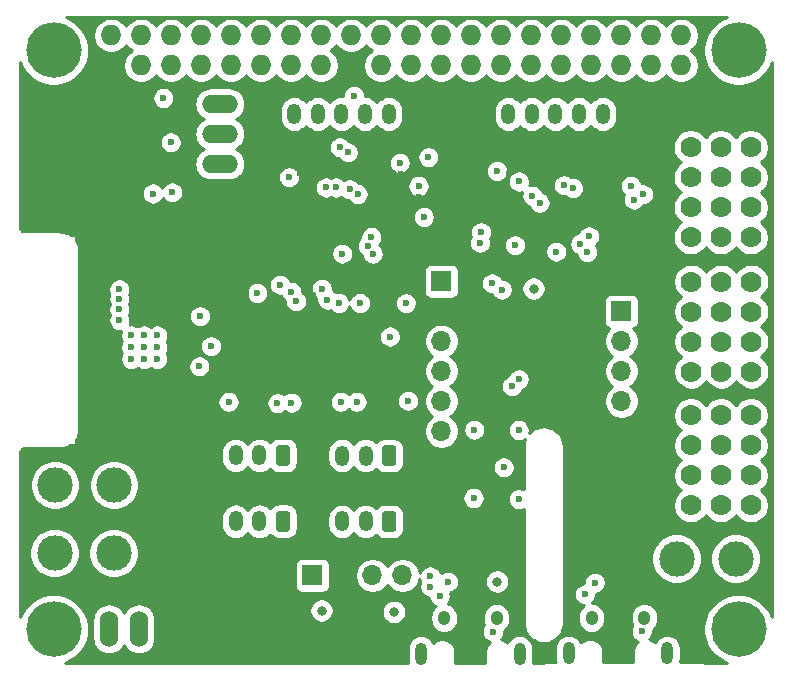
<source format=gbr>
G04 #@! TF.GenerationSoftware,KiCad,Pcbnew,5.1.6-c6e7f7d~87~ubuntu19.10.1*
G04 #@! TF.CreationDate,2021-03-31T16:12:46-04:00*
G04 #@! TF.ProjectId,helios,68656c69-6f73-42e6-9b69-6361645f7063,v1.0*
G04 #@! TF.SameCoordinates,Original*
G04 #@! TF.FileFunction,Copper,L3,Inr*
G04 #@! TF.FilePolarity,Positive*
%FSLAX46Y46*%
G04 Gerber Fmt 4.6, Leading zero omitted, Abs format (unit mm)*
G04 Created by KiCad (PCBNEW 5.1.6-c6e7f7d~87~ubuntu19.10.1) date 2021-03-31 16:12:46*
%MOMM*%
%LPD*%
G01*
G04 APERTURE LIST*
G04 #@! TA.AperFunction,ViaPad*
%ADD10R,1.700000X1.700000*%
G04 #@! TD*
G04 #@! TA.AperFunction,ViaPad*
%ADD11O,1.700000X1.700000*%
G04 #@! TD*
G04 #@! TA.AperFunction,ViaPad*
%ADD12C,3.000000*%
G04 #@! TD*
G04 #@! TA.AperFunction,ViaPad*
%ADD13O,1.200000X1.750000*%
G04 #@! TD*
G04 #@! TA.AperFunction,ViaPad*
%ADD14O,1.000000X1.900000*%
G04 #@! TD*
G04 #@! TA.AperFunction,ViaPad*
%ADD15O,1.050000X1.250000*%
G04 #@! TD*
G04 #@! TA.AperFunction,ViaPad*
%ADD16O,1.727200X1.727200*%
G04 #@! TD*
G04 #@! TA.AperFunction,ViaPad*
%ADD17R,1.727200X1.727200*%
G04 #@! TD*
G04 #@! TA.AperFunction,ViaPad*
%ADD18C,1.778000*%
G04 #@! TD*
G04 #@! TA.AperFunction,ViaPad*
%ADD19O,1.524000X3.048000*%
G04 #@! TD*
G04 #@! TA.AperFunction,ViaPad*
%ADD20O,3.048000X1.524000*%
G04 #@! TD*
G04 #@! TA.AperFunction,ViaPad*
%ADD21C,4.700000*%
G04 #@! TD*
G04 #@! TA.AperFunction,ViaPad*
%ADD22C,0.600000*%
G04 #@! TD*
G04 #@! TA.AperFunction,ViaPad*
%ADD23C,0.800000*%
G04 #@! TD*
G04 #@! TA.AperFunction,Conductor*
%ADD24C,0.254000*%
G04 #@! TD*
G04 APERTURE END LIST*
D10*
G04 #@! TO.N,Net-(U10-Pad1)*
G04 #@! TO.C,U10*
X151670000Y-96800000D03*
D11*
G04 #@! TO.N,+3V3*
X151670000Y-99340000D03*
G04 #@! TO.N,GND*
X151670000Y-101880000D03*
G04 #@! TO.N,I2C2_SCL*
X151670000Y-104420000D03*
G04 #@! TO.N,I2C2_SDA*
X151670000Y-106960000D03*
G04 #@! TO.N,Net-(U10-Pad6)*
X151670000Y-109500000D03*
G04 #@! TO.N,Net-(U10-Pad9)*
X166910000Y-104420000D03*
G04 #@! TO.N,Net-(U10-Pad8)*
X166910000Y-101880000D03*
D10*
G04 #@! TO.N,Net-(U10-Pad7)*
X166910000Y-99340000D03*
D11*
G04 #@! TO.N,Net-(U10-Pad10)*
X166910000Y-106960000D03*
G04 #@! TD*
D12*
G04 #@! TO.N,POWER_IN*
G04 #@! TO.C,1111*
X123950000Y-114050000D03*
G04 #@! TO.N,GND*
X118950000Y-114050000D03*
G04 #@! TD*
G04 #@! TO.N,+3V3*
G04 #@! TO.C,J5*
G04 #@! TA.AperFunction,ViaPad*
G36*
G01*
X136610000Y-83275001D02*
X136610000Y-82024999D01*
G75*
G02*
X136859999Y-81775000I249999J0D01*
G01*
X137560001Y-81775000D01*
G75*
G02*
X137810000Y-82024999I0J-249999D01*
G01*
X137810000Y-83275001D01*
G75*
G02*
X137560001Y-83525000I-249999J0D01*
G01*
X136859999Y-83525000D01*
G75*
G02*
X136610000Y-83275001I0J249999D01*
G01*
G37*
G04 #@! TD.AperFunction*
D13*
G04 #@! TO.N,SWO*
X139210000Y-82650000D03*
G04 #@! TO.N,SWDIO*
X141210000Y-82650000D03*
G04 #@! TO.N,SWCLK*
X143210000Y-82650000D03*
G04 #@! TO.N,NRST*
X145210000Y-82650000D03*
G04 #@! TO.N,GND*
X147210000Y-82650000D03*
G04 #@! TD*
G04 #@! TO.N,GND*
G04 #@! TO.C,J6*
X165330000Y-82650000D03*
G04 #@! TO.N,NRST_2*
X163330000Y-82650000D03*
G04 #@! TO.N,SWCLK_2*
X161330000Y-82650000D03*
G04 #@! TO.N,SWDIO_2*
X159330000Y-82650000D03*
G04 #@! TO.N,SWO_2*
X157330000Y-82650000D03*
G04 #@! TO.N,+3V3*
G04 #@! TA.AperFunction,ViaPad*
G36*
G01*
X154730000Y-83275001D02*
X154730000Y-82024999D01*
G75*
G02*
X154979999Y-81775000I249999J0D01*
G01*
X155680001Y-81775000D01*
G75*
G02*
X155930000Y-82024999I0J-249999D01*
G01*
X155930000Y-83275001D01*
G75*
G02*
X155680001Y-83525000I-249999J0D01*
G01*
X154979999Y-83525000D01*
G75*
G02*
X154730000Y-83275001I0J249999D01*
G01*
G37*
G04 #@! TD.AperFunction*
G04 #@! TD*
D14*
G04 #@! TO.N,Net-(J7-Pad6)*
G04 #@! TO.C,J7*
X158295000Y-128330000D03*
X149945000Y-128330000D03*
D15*
X156345000Y-125330000D03*
X151895000Y-125330000D03*
G04 #@! TD*
G04 #@! TO.N,Net-(J8-Pad6)*
G04 #@! TO.C,J8*
X164395000Y-125310000D03*
X168845000Y-125310000D03*
D14*
X162445000Y-128310000D03*
X170795000Y-128310000D03*
G04 #@! TD*
D16*
G04 #@! TO.N,SPI1_SCK*
G04 #@! TO.C,J19*
X171970000Y-76000000D03*
G04 #@! TO.N,GND*
X171970000Y-78540000D03*
G04 #@! TO.N,SPI1_MOSI*
X169430000Y-76000000D03*
G04 #@! TO.N,Net-(J19-Pad37)*
X169430000Y-78540000D03*
G04 #@! TO.N,Net-(J19-Pad36)*
X166890000Y-76000000D03*
G04 #@! TO.N,SPI1_MISO*
X166890000Y-78540000D03*
G04 #@! TO.N,GND*
X164350000Y-76000000D03*
G04 #@! TO.N,Net-(J19-Pad33)*
X164350000Y-78540000D03*
G04 #@! TO.N,Net-(J19-Pad32)*
X161810000Y-76000000D03*
G04 #@! TO.N,Net-(J19-Pad31)*
X161810000Y-78540000D03*
G04 #@! TO.N,GND*
X159270000Y-76000000D03*
G04 #@! TO.N,Net-(J19-Pad29)*
X159270000Y-78540000D03*
G04 #@! TO.N,Net-(J19-Pad28)*
X156730000Y-76000000D03*
G04 #@! TO.N,Net-(J19-Pad27)*
X156730000Y-78540000D03*
G04 #@! TO.N,Net-(J19-Pad26)*
X154190000Y-76000000D03*
G04 #@! TO.N,GND*
X154190000Y-78540000D03*
G04 #@! TO.N,Net-(J19-Pad24)*
X151650000Y-76000000D03*
G04 #@! TO.N,SPI0_SCK*
X151650000Y-78540000D03*
G04 #@! TO.N,Net-(J19-Pad22)*
X149110000Y-76000000D03*
G04 #@! TO.N,SPI0_MISO*
X149110000Y-78540000D03*
G04 #@! TO.N,GND*
X146570000Y-76000000D03*
G04 #@! TO.N,SPI0_MOSI*
X146570000Y-78540000D03*
G04 #@! TO.N,Net-(J19-Pad18)*
X144030000Y-76000000D03*
G04 #@! TO.N,+3V3*
X144030000Y-78540000D03*
G04 #@! TO.N,Net-(J19-Pad16)*
X141490000Y-76000000D03*
G04 #@! TO.N,Net-(J19-Pad15)*
X141490000Y-78540000D03*
G04 #@! TO.N,GND*
X138950000Y-76000000D03*
G04 #@! TO.N,Net-(J19-Pad13)*
X138950000Y-78540000D03*
G04 #@! TO.N,Net-(J19-Pad12)*
X136410000Y-76000000D03*
G04 #@! TO.N,Net-(J19-Pad11)*
X136410000Y-78540000D03*
G04 #@! TO.N,Net-(J14-Pad2)*
X133870000Y-76000000D03*
G04 #@! TO.N,GND*
X133870000Y-78540000D03*
G04 #@! TO.N,Net-(J14-Pad3)*
X131330000Y-76000000D03*
G04 #@! TO.N,Net-(J19-Pad7)*
X131330000Y-78540000D03*
G04 #@! TO.N,GND*
X128790000Y-76000000D03*
G04 #@! TO.N,I2C2_SCL*
X128790000Y-78540000D03*
G04 #@! TO.N,+5V*
X126250000Y-76000000D03*
G04 #@! TO.N,I2C2_SDA*
X126250000Y-78540000D03*
G04 #@! TO.N,+5V*
X123710000Y-76000000D03*
D17*
G04 #@! TO.N,+3V3*
X123710000Y-78540000D03*
G04 #@! TD*
D18*
G04 #@! TO.N,GND*
G04 #@! TO.C,JP1*
X177870000Y-115790000D03*
X177870000Y-113250000D03*
X177870000Y-110710000D03*
X177870000Y-108170000D03*
G04 #@! TO.N,+BATT*
X175330000Y-115790000D03*
G04 #@! TO.N,TIM5_CH1_1*
X172790000Y-115790000D03*
G04 #@! TO.N,+BATT*
X175330000Y-113250000D03*
G04 #@! TO.N,TIM5_CH2_1*
X172790000Y-113250000D03*
G04 #@! TO.N,+BATT*
X175330000Y-110710000D03*
G04 #@! TO.N,TIM5_CH3_1*
X172790000Y-110710000D03*
G04 #@! TO.N,+BATT*
X175330000Y-108170000D03*
G04 #@! TO.N,TIM8_CH2N_1*
X172790000Y-108170000D03*
G04 #@! TD*
G04 #@! TO.N,TIM20_CH1_2*
G04 #@! TO.C,JP2*
X172770000Y-85480000D03*
G04 #@! TO.N,+BATT*
X175310000Y-85480000D03*
G04 #@! TO.N,TIM8_CH3N_2*
X172770000Y-88020000D03*
G04 #@! TO.N,+BATT*
X175310000Y-88020000D03*
G04 #@! TO.N,TIM8_CH2N_2*
X172770000Y-90560000D03*
G04 #@! TO.N,+BATT*
X175310000Y-90560000D03*
G04 #@! TO.N,TIM5_CH3_2*
X172770000Y-93100000D03*
G04 #@! TO.N,+BATT*
X175310000Y-93100000D03*
G04 #@! TO.N,GND*
X177850000Y-85480000D03*
X177850000Y-88020000D03*
X177850000Y-90560000D03*
X177850000Y-93100000D03*
G04 #@! TD*
G04 #@! TO.N,TIM5_CH2_2*
G04 #@! TO.C,JP3*
X172840000Y-96830000D03*
G04 #@! TO.N,+BATT*
X175380000Y-96830000D03*
G04 #@! TO.N,TIM5_CH1_2*
X172840000Y-99370000D03*
G04 #@! TO.N,+BATT*
X175380000Y-99370000D03*
G04 #@! TO.N,TIM20_CH1_1*
X172840000Y-101910000D03*
G04 #@! TO.N,+BATT*
X175380000Y-101910000D03*
G04 #@! TO.N,TIM8_CH3N_1*
X172840000Y-104450000D03*
G04 #@! TO.N,+BATT*
X175380000Y-104450000D03*
G04 #@! TO.N,GND*
X177920000Y-96830000D03*
X177920000Y-99370000D03*
X177920000Y-101910000D03*
X177920000Y-104450000D03*
G04 #@! TD*
D12*
G04 #@! TO.N,GND*
G04 #@! TO.C,U9*
X118920000Y-119820000D03*
G04 #@! TO.N,POWER_IN*
X123920000Y-119820000D03*
G04 #@! TD*
G04 #@! TO.N,GND*
G04 #@! TO.C,U11*
X171580000Y-120300000D03*
G04 #@! TO.N,+BATT*
X176580000Y-120300000D03*
G04 #@! TD*
G04 #@! TO.N,Net-(J1-Pad1)*
G04 #@! TO.C,J1*
G04 #@! TA.AperFunction,ViaPad*
G36*
G01*
X138866000Y-110932999D02*
X138866000Y-112183001D01*
G75*
G02*
X138616001Y-112433000I-249999J0D01*
G01*
X137915999Y-112433000D01*
G75*
G02*
X137666000Y-112183001I0J249999D01*
G01*
X137666000Y-110932999D01*
G75*
G02*
X137915999Y-110683000I249999J0D01*
G01*
X138616001Y-110683000D01*
G75*
G02*
X138866000Y-110932999I0J-249999D01*
G01*
G37*
G04 #@! TD.AperFunction*
D13*
G04 #@! TO.N,Net-(J1-Pad2)*
X136266000Y-111558000D03*
G04 #@! TO.N,GND*
X134266000Y-111558000D03*
G04 #@! TD*
G04 #@! TO.N,GND*
G04 #@! TO.C,J2*
X143256000Y-111568000D03*
G04 #@! TO.N,Net-(J2-Pad2)*
X145256000Y-111568000D03*
G04 #@! TO.N,Net-(J2-Pad1)*
G04 #@! TA.AperFunction,ViaPad*
G36*
G01*
X147856000Y-110942999D02*
X147856000Y-112193001D01*
G75*
G02*
X147606001Y-112443000I-249999J0D01*
G01*
X146905999Y-112443000D01*
G75*
G02*
X146656000Y-112193001I0J249999D01*
G01*
X146656000Y-110942999D01*
G75*
G02*
X146905999Y-110693000I249999J0D01*
G01*
X147606001Y-110693000D01*
G75*
G02*
X147856000Y-110942999I0J-249999D01*
G01*
G37*
G04 #@! TD.AperFunction*
G04 #@! TD*
G04 #@! TO.N,Net-(J3-Pad1)*
G04 #@! TO.C,J3*
G04 #@! TA.AperFunction,ViaPad*
G36*
G01*
X138866000Y-116512999D02*
X138866000Y-117763001D01*
G75*
G02*
X138616001Y-118013000I-249999J0D01*
G01*
X137915999Y-118013000D01*
G75*
G02*
X137666000Y-117763001I0J249999D01*
G01*
X137666000Y-116512999D01*
G75*
G02*
X137915999Y-116263000I249999J0D01*
G01*
X138616001Y-116263000D01*
G75*
G02*
X138866000Y-116512999I0J-249999D01*
G01*
G37*
G04 #@! TD.AperFunction*
G04 #@! TO.N,Net-(J3-Pad2)*
X136266000Y-117138000D03*
G04 #@! TO.N,GND*
X134266000Y-117138000D03*
G04 #@! TD*
G04 #@! TO.N,GND*
G04 #@! TO.C,J4*
X143256000Y-117148000D03*
G04 #@! TO.N,Net-(J4-Pad2)*
X145256000Y-117148000D03*
G04 #@! TO.N,Net-(J4-Pad1)*
G04 #@! TA.AperFunction,ViaPad*
G36*
G01*
X147856000Y-116522999D02*
X147856000Y-117773001D01*
G75*
G02*
X147606001Y-118023000I-249999J0D01*
G01*
X146905999Y-118023000D01*
G75*
G02*
X146656000Y-117773001I0J249999D01*
G01*
X146656000Y-116522999D01*
G75*
G02*
X146905999Y-116273000I249999J0D01*
G01*
X147606001Y-116273000D01*
G75*
G02*
X147856000Y-116522999I0J-249999D01*
G01*
G37*
G04 #@! TD.AperFunction*
G04 #@! TD*
D10*
G04 #@! TO.N,GND*
G04 #@! TO.C,J22*
X140750000Y-121720000D03*
D11*
G04 #@! TO.N,+3V3*
X143290000Y-121720000D03*
G04 #@! TO.N,I2C2_SDA*
X145830000Y-121720000D03*
G04 #@! TO.N,I2C2_SCL*
X148370000Y-121720000D03*
G04 #@! TD*
D19*
G04 #@! TO.N,+3V3*
G04 #@! TO.C,J9*
X128590000Y-126240000D03*
G04 #@! TO.N,GND*
X126050000Y-126240000D03*
G04 #@! TO.N,POWER_IN*
X123510000Y-126240000D03*
G04 #@! TD*
D20*
G04 #@! TO.N,GND*
G04 #@! TO.C,J14*
X132910000Y-86870000D03*
G04 #@! TO.N,Net-(J14-Pad2)*
X132910000Y-84330000D03*
G04 #@! TO.N,Net-(J14-Pad3)*
X132910000Y-81790000D03*
G04 #@! TD*
D21*
G04 #@! TO.N,GND*
G04 #@! TO.C,H1*
X118840000Y-77270000D03*
G04 #@! TD*
G04 #@! TO.N,GND*
G04 #@! TO.C,H2*
X118840000Y-126270000D03*
G04 #@! TD*
G04 #@! TO.N,GND*
G04 #@! TO.C,H3*
X176840000Y-126260000D03*
G04 #@! TD*
G04 #@! TO.N,GND*
G04 #@! TO.C,H4*
X176840000Y-77270000D03*
G04 #@! TD*
D22*
G04 #@! TO.N,GND*
X126500000Y-102390000D03*
X141550000Y-97440000D03*
X142023400Y-98370120D03*
X136070000Y-97810000D03*
X138000000Y-97090000D03*
X138970000Y-97700000D03*
X154390000Y-115160000D03*
X158210000Y-115260000D03*
X156940000Y-112560000D03*
X167970000Y-89900000D03*
X167700000Y-88710000D03*
X168740000Y-89450000D03*
X156376943Y-87473057D03*
X158230000Y-88360000D03*
X155950000Y-96990000D03*
X156780000Y-97520000D03*
X157900000Y-93750000D03*
X148150000Y-86790000D03*
X149735000Y-88750000D03*
X150180000Y-91370000D03*
X150570000Y-86300000D03*
X147310000Y-101490000D03*
X148850000Y-106930000D03*
X143140000Y-107010000D03*
X144490000Y-107010000D03*
X138980000Y-107080000D03*
X137790000Y-107130000D03*
X133650000Y-107010000D03*
X138776942Y-87993058D03*
X127610000Y-102400000D03*
X125410000Y-102400000D03*
X127610000Y-101400000D03*
X126500000Y-101390000D03*
X125410000Y-101400000D03*
X126500000Y-103390000D03*
X127610000Y-103400000D03*
X125410000Y-103400000D03*
X124410000Y-97500000D03*
X124410000Y-98300000D03*
X124410000Y-99200000D03*
X124410000Y-100100000D03*
X127240000Y-89380000D03*
X128870000Y-89290000D03*
X128130000Y-81290000D03*
X131180000Y-104010000D03*
X131230000Y-99770000D03*
D23*
X159470000Y-97440000D03*
X156390000Y-122240000D03*
D22*
G04 #@! TO.N,+3V3*
X140791942Y-97961942D03*
X135090000Y-97810000D03*
X138940000Y-94970000D03*
X140030000Y-94450000D03*
X137410000Y-126130000D03*
X146060000Y-101510000D03*
X155670000Y-112490000D03*
X166200000Y-87690000D03*
X169400000Y-84500000D03*
X157360000Y-87740000D03*
X155342263Y-94757737D03*
X157100000Y-94850000D03*
X153110000Y-86550000D03*
X150400000Y-87550000D03*
X149770000Y-89670000D03*
X148260000Y-87720000D03*
X135630000Y-89640000D03*
X131890000Y-89630000D03*
X139670000Y-87660000D03*
D23*
X164115000Y-90880000D03*
X164129679Y-90062887D03*
D22*
G04 #@! TO.N,NRST*
X143270000Y-94470000D03*
G04 #@! TO.N,NRST_2*
X161390000Y-94300000D03*
G04 #@! TO.N,+5V*
X163820000Y-123320000D03*
X164666764Y-122333236D03*
X151540000Y-123460000D03*
X152230000Y-122250000D03*
X156040000Y-126480000D03*
X132160000Y-102310000D03*
X168620000Y-126460000D03*
X128740000Y-85050000D03*
G04 #@! TO.N,SPI1_SCK*
X164010000Y-94330000D03*
G04 #@! TO.N,SPI1_MOSI*
X164170000Y-93010000D03*
G04 #@! TO.N,SPI1_MISO*
X163430000Y-93660000D03*
G04 #@! TO.N,SPI0_SCK*
X145860000Y-94490000D03*
G04 #@! TO.N,SPI0_MISO*
X145425827Y-93818065D03*
G04 #@! TO.N,SPI0_MOSI*
X145750000Y-93070000D03*
D23*
G04 #@! TO.N,I2C2_SCL*
X141530000Y-124690000D03*
X147650000Y-124810000D03*
D22*
X143060000Y-85480000D03*
G04 #@! TO.N,I2C2_SDA*
X143742375Y-85897573D03*
X144271477Y-81121477D03*
G04 #@! TO.N,USB_D+*
X150720000Y-121805000D03*
X142735000Y-88870000D03*
G04 #@! TO.N,USB_D-*
X150720000Y-122655000D03*
X141885000Y-88870000D03*
G04 #@! TO.N,CAN2_RX*
X139360000Y-98510000D03*
X143893333Y-89028006D03*
G04 #@! TO.N,CAN2_TX*
X142990000Y-98650000D03*
X144585000Y-89430000D03*
G04 #@! TO.N,CAN3_TX*
X148660000Y-98670000D03*
X154940000Y-93550000D03*
G04 #@! TO.N,CAN3_RX*
X144780000Y-98660000D03*
X155025638Y-92656658D03*
G04 #@! TO.N,CAN4_TX*
X158210000Y-109400000D03*
X162805000Y-88920000D03*
G04 #@! TO.N,CAN4_RX*
X154450000Y-109380000D03*
X162040991Y-88682738D03*
G04 #@! TO.N,USB2_D-*
X157629479Y-105700521D03*
X159379479Y-89569479D03*
G04 #@! TO.N,USB2_D+*
X158230521Y-105099479D03*
X159980521Y-90170521D03*
G04 #@! TD*
D24*
G04 #@! TO.N,+3V3*
G36*
X175426072Y-74624727D02*
G01*
X174937174Y-74951399D01*
X174521399Y-75367174D01*
X174194727Y-75856072D01*
X173969712Y-76399308D01*
X173855000Y-76976003D01*
X173855000Y-77563997D01*
X173969712Y-78140692D01*
X174194727Y-78683928D01*
X174521399Y-79172826D01*
X174937174Y-79588601D01*
X175426072Y-79915273D01*
X175969308Y-80140288D01*
X176546003Y-80255000D01*
X177133997Y-80255000D01*
X177710692Y-80140288D01*
X178253928Y-79915273D01*
X178742826Y-79588601D01*
X179158601Y-79172826D01*
X179485273Y-78683928D01*
X179655000Y-78274169D01*
X179655001Y-125255833D01*
X179485273Y-124846072D01*
X179158601Y-124357174D01*
X178742826Y-123941399D01*
X178253928Y-123614727D01*
X177710692Y-123389712D01*
X177133997Y-123275000D01*
X176546003Y-123275000D01*
X175969308Y-123389712D01*
X175426072Y-123614727D01*
X174937174Y-123941399D01*
X174521399Y-124357174D01*
X174194727Y-124846072D01*
X173969712Y-125389308D01*
X173855000Y-125966003D01*
X173855000Y-126553997D01*
X173969712Y-127130692D01*
X174194727Y-127673928D01*
X174521399Y-128162826D01*
X174937174Y-128578601D01*
X175426072Y-128905273D01*
X175873954Y-129090791D01*
X171884199Y-129079343D01*
X171913577Y-128982499D01*
X171930000Y-128815751D01*
X171930000Y-127804248D01*
X171913577Y-127637501D01*
X171848676Y-127423553D01*
X171743284Y-127226377D01*
X171601449Y-127053551D01*
X171428623Y-126911716D01*
X171231446Y-126806324D01*
X171017498Y-126741423D01*
X170795000Y-126719509D01*
X170572501Y-126741423D01*
X170358553Y-126806324D01*
X170161377Y-126911716D01*
X169988551Y-127053551D01*
X169846716Y-127226377D01*
X169761335Y-127386116D01*
X169728991Y-127353546D01*
X169721579Y-127347501D01*
X169656936Y-127295527D01*
X169605001Y-127261542D01*
X169553517Y-127226816D01*
X169545072Y-127222326D01*
X169471566Y-127183898D01*
X169414001Y-127160640D01*
X169356768Y-127136582D01*
X169347612Y-127133817D01*
X169286468Y-127115822D01*
X169346262Y-127056028D01*
X169448586Y-126902889D01*
X169519068Y-126732729D01*
X169555000Y-126552089D01*
X169555000Y-126367911D01*
X169548166Y-126333552D01*
X169669212Y-126234212D01*
X169814171Y-126057578D01*
X169921885Y-125856059D01*
X169988215Y-125637399D01*
X170005000Y-125466978D01*
X170005000Y-125153021D01*
X169988215Y-124982600D01*
X169921885Y-124763940D01*
X169814171Y-124562421D01*
X169669212Y-124385788D01*
X169492578Y-124240829D01*
X169291059Y-124133115D01*
X169072399Y-124066785D01*
X168845000Y-124044388D01*
X168617600Y-124066785D01*
X168398940Y-124133115D01*
X168197421Y-124240829D01*
X168020788Y-124385788D01*
X167875829Y-124562422D01*
X167768115Y-124763941D01*
X167701785Y-124982601D01*
X167685000Y-125153022D01*
X167685000Y-125466979D01*
X167701785Y-125637400D01*
X167768115Y-125856060D01*
X167826295Y-125964908D01*
X167791414Y-126017111D01*
X167720932Y-126187271D01*
X167685000Y-126367911D01*
X167685000Y-126552089D01*
X167720932Y-126732729D01*
X167791414Y-126902889D01*
X167893738Y-127056028D01*
X168023972Y-127186262D01*
X168177111Y-127288586D01*
X168285904Y-127333649D01*
X168256800Y-127357725D01*
X168213045Y-127401786D01*
X168168689Y-127445224D01*
X168162592Y-127452593D01*
X168110168Y-127516872D01*
X168075812Y-127568583D01*
X168040737Y-127619809D01*
X168036188Y-127628223D01*
X167997248Y-127701459D01*
X167973599Y-127758838D01*
X167949133Y-127815920D01*
X167946305Y-127825057D01*
X167922331Y-127904462D01*
X167910280Y-127965323D01*
X167897363Y-128026095D01*
X167896363Y-128035606D01*
X167888269Y-128118157D01*
X167888269Y-128118164D01*
X167885000Y-128151354D01*
X167885001Y-129075000D01*
X165355000Y-129075000D01*
X165355000Y-128151353D01*
X165351689Y-128117737D01*
X165351689Y-128112220D01*
X165350690Y-128102708D01*
X165346743Y-128067523D01*
X165345088Y-128050717D01*
X165344723Y-128049515D01*
X165341444Y-128020280D01*
X165328528Y-127959514D01*
X165316477Y-127898654D01*
X165313649Y-127889517D01*
X165313648Y-127889512D01*
X165313646Y-127889507D01*
X165288569Y-127810454D01*
X165264108Y-127753382D01*
X165240450Y-127695984D01*
X165235901Y-127687570D01*
X165195941Y-127614884D01*
X165160862Y-127563653D01*
X165126511Y-127511951D01*
X165120415Y-127504581D01*
X165067099Y-127441041D01*
X165022741Y-127397602D01*
X164978991Y-127353546D01*
X164971579Y-127347501D01*
X164906936Y-127295527D01*
X164855001Y-127261542D01*
X164803517Y-127226816D01*
X164795072Y-127222326D01*
X164721566Y-127183898D01*
X164664001Y-127160640D01*
X164606768Y-127136582D01*
X164597612Y-127133817D01*
X164518041Y-127110398D01*
X164457031Y-127098760D01*
X164396242Y-127086281D01*
X164386724Y-127085347D01*
X164304120Y-127077830D01*
X164242031Y-127078263D01*
X164179942Y-127077830D01*
X164170424Y-127078763D01*
X164087933Y-127087434D01*
X164027102Y-127099922D01*
X163966143Y-127111550D01*
X163956987Y-127114314D01*
X163877751Y-127138841D01*
X163820507Y-127162904D01*
X163762948Y-127186159D01*
X163754503Y-127190649D01*
X163681540Y-127230100D01*
X163630073Y-127264815D01*
X163578124Y-127298809D01*
X163570712Y-127304854D01*
X163506800Y-127357725D01*
X163478645Y-127386077D01*
X163393284Y-127226377D01*
X163251449Y-127053551D01*
X163078623Y-126911716D01*
X162881446Y-126806324D01*
X162667498Y-126741423D01*
X162445000Y-126719509D01*
X162222501Y-126741423D01*
X162008553Y-126806324D01*
X161811377Y-126911716D01*
X161638551Y-127053551D01*
X161496716Y-127226377D01*
X161391324Y-127423554D01*
X161326423Y-127637502D01*
X161310000Y-127804249D01*
X161310000Y-128815752D01*
X161326423Y-128982499D01*
X161356318Y-129081050D01*
X159387359Y-129088926D01*
X159413577Y-129002499D01*
X159430000Y-128835751D01*
X159430000Y-127824248D01*
X159413577Y-127657501D01*
X159348676Y-127443553D01*
X159243284Y-127246377D01*
X159101449Y-127073551D01*
X158928623Y-126931716D01*
X158731446Y-126826324D01*
X158517498Y-126761423D01*
X158295000Y-126739509D01*
X158072501Y-126761423D01*
X157858553Y-126826324D01*
X157661377Y-126931716D01*
X157488551Y-127073551D01*
X157346716Y-127246377D01*
X157261335Y-127406116D01*
X157228991Y-127373546D01*
X157221579Y-127367501D01*
X157156936Y-127315527D01*
X157105001Y-127281542D01*
X157053517Y-127246816D01*
X157045072Y-127242326D01*
X156971566Y-127203898D01*
X156914001Y-127180640D01*
X156856768Y-127156582D01*
X156847612Y-127153817D01*
X156768041Y-127130398D01*
X156720887Y-127121403D01*
X156766262Y-127076028D01*
X156868586Y-126922889D01*
X156939068Y-126752729D01*
X156975000Y-126572089D01*
X156975000Y-126408567D01*
X156992579Y-126399171D01*
X157169212Y-126254212D01*
X157314171Y-126077578D01*
X157421885Y-125876059D01*
X157488215Y-125657399D01*
X157505000Y-125486978D01*
X157505000Y-125173021D01*
X157488215Y-125002600D01*
X157421885Y-124783940D01*
X157314171Y-124582421D01*
X157169212Y-124405788D01*
X156992578Y-124260829D01*
X156791059Y-124153115D01*
X156572399Y-124086785D01*
X156345000Y-124064388D01*
X156117600Y-124086785D01*
X155898940Y-124153115D01*
X155697421Y-124260829D01*
X155520788Y-124405788D01*
X155375829Y-124582422D01*
X155268115Y-124783941D01*
X155201785Y-125002601D01*
X155185000Y-125173022D01*
X155185000Y-125486979D01*
X155201785Y-125657400D01*
X155268115Y-125876060D01*
X155290741Y-125918390D01*
X155211414Y-126037111D01*
X155140932Y-126207271D01*
X155105000Y-126387911D01*
X155105000Y-126572089D01*
X155140932Y-126752729D01*
X155211414Y-126922889D01*
X155313738Y-127076028D01*
X155443972Y-127206262D01*
X155597111Y-127308586D01*
X155759212Y-127375730D01*
X155756800Y-127377725D01*
X155713045Y-127421786D01*
X155668689Y-127465224D01*
X155662592Y-127472593D01*
X155610168Y-127536872D01*
X155575812Y-127588583D01*
X155540737Y-127639809D01*
X155536188Y-127648223D01*
X155497248Y-127721459D01*
X155473599Y-127778838D01*
X155449133Y-127835920D01*
X155446305Y-127845057D01*
X155422331Y-127924462D01*
X155410280Y-127985323D01*
X155397363Y-128046095D01*
X155396363Y-128055606D01*
X155388269Y-128138157D01*
X155388269Y-128138164D01*
X155385000Y-128171354D01*
X155385001Y-129095000D01*
X152855000Y-129095000D01*
X152855000Y-128171353D01*
X152851689Y-128137737D01*
X152851689Y-128132220D01*
X152850690Y-128122708D01*
X152846743Y-128087523D01*
X152845088Y-128070717D01*
X152844723Y-128069515D01*
X152841444Y-128040280D01*
X152828528Y-127979514D01*
X152816477Y-127918654D01*
X152813649Y-127909517D01*
X152813648Y-127909512D01*
X152813646Y-127909507D01*
X152788569Y-127830454D01*
X152764108Y-127773382D01*
X152740450Y-127715984D01*
X152735901Y-127707570D01*
X152695941Y-127634884D01*
X152660862Y-127583653D01*
X152626511Y-127531951D01*
X152620415Y-127524581D01*
X152567099Y-127461041D01*
X152522741Y-127417602D01*
X152478991Y-127373546D01*
X152471579Y-127367501D01*
X152406936Y-127315527D01*
X152355001Y-127281542D01*
X152303517Y-127246816D01*
X152295072Y-127242326D01*
X152221566Y-127203898D01*
X152164001Y-127180640D01*
X152106768Y-127156582D01*
X152097612Y-127153817D01*
X152018041Y-127130398D01*
X151957031Y-127118760D01*
X151896242Y-127106281D01*
X151886724Y-127105347D01*
X151804120Y-127097830D01*
X151742031Y-127098263D01*
X151679942Y-127097830D01*
X151670424Y-127098763D01*
X151587933Y-127107434D01*
X151527102Y-127119922D01*
X151466143Y-127131550D01*
X151456987Y-127134314D01*
X151377751Y-127158841D01*
X151320507Y-127182904D01*
X151262948Y-127206159D01*
X151254503Y-127210649D01*
X151181540Y-127250100D01*
X151130073Y-127284815D01*
X151078124Y-127318809D01*
X151070712Y-127324854D01*
X151006800Y-127377725D01*
X150978645Y-127406077D01*
X150893284Y-127246377D01*
X150751449Y-127073551D01*
X150578623Y-126931716D01*
X150381446Y-126826324D01*
X150167498Y-126761423D01*
X149945000Y-126739509D01*
X149722501Y-126761423D01*
X149508553Y-126826324D01*
X149311377Y-126931716D01*
X149138551Y-127073551D01*
X148996716Y-127246377D01*
X148891324Y-127443554D01*
X148826423Y-127657502D01*
X148810000Y-127824249D01*
X148810000Y-128835752D01*
X148826423Y-129002499D01*
X148854483Y-129095000D01*
X119820027Y-129095000D01*
X120253928Y-128915273D01*
X120742826Y-128588601D01*
X121158601Y-128172826D01*
X121485273Y-127683928D01*
X121710288Y-127140692D01*
X121825000Y-126563997D01*
X121825000Y-125976003D01*
X121712291Y-125409376D01*
X122113000Y-125409376D01*
X122113000Y-127070625D01*
X122133214Y-127275860D01*
X122213097Y-127539195D01*
X122342818Y-127781887D01*
X122517393Y-127994608D01*
X122730114Y-128169183D01*
X122972806Y-128298904D01*
X123236141Y-128378786D01*
X123510000Y-128405759D01*
X123783860Y-128378786D01*
X124047195Y-128298904D01*
X124289887Y-128169183D01*
X124502608Y-127994608D01*
X124677183Y-127781887D01*
X124780001Y-127589528D01*
X124882818Y-127781887D01*
X125057393Y-127994608D01*
X125270114Y-128169183D01*
X125512806Y-128298904D01*
X125776141Y-128378786D01*
X126050000Y-128405759D01*
X126323860Y-128378786D01*
X126587195Y-128298904D01*
X126829887Y-128169183D01*
X127042608Y-127994608D01*
X127217183Y-127781887D01*
X127346904Y-127539195D01*
X127426786Y-127275860D01*
X127447000Y-127070625D01*
X127447000Y-125409375D01*
X127426786Y-125204140D01*
X127346904Y-124940805D01*
X127217183Y-124698113D01*
X127126866Y-124588061D01*
X140495000Y-124588061D01*
X140495000Y-124791939D01*
X140534774Y-124991898D01*
X140612795Y-125180256D01*
X140726063Y-125349774D01*
X140870226Y-125493937D01*
X141039744Y-125607205D01*
X141228102Y-125685226D01*
X141428061Y-125725000D01*
X141631939Y-125725000D01*
X141831898Y-125685226D01*
X142020256Y-125607205D01*
X142189774Y-125493937D01*
X142333937Y-125349774D01*
X142447205Y-125180256D01*
X142525226Y-124991898D01*
X142565000Y-124791939D01*
X142565000Y-124708061D01*
X146615000Y-124708061D01*
X146615000Y-124911939D01*
X146654774Y-125111898D01*
X146732795Y-125300256D01*
X146846063Y-125469774D01*
X146990226Y-125613937D01*
X147159744Y-125727205D01*
X147348102Y-125805226D01*
X147548061Y-125845000D01*
X147751939Y-125845000D01*
X147951898Y-125805226D01*
X148140256Y-125727205D01*
X148309774Y-125613937D01*
X148453937Y-125469774D01*
X148567205Y-125300256D01*
X148645226Y-125111898D01*
X148685000Y-124911939D01*
X148685000Y-124708061D01*
X148645226Y-124508102D01*
X148567205Y-124319744D01*
X148453937Y-124150226D01*
X148309774Y-124006063D01*
X148140256Y-123892795D01*
X147951898Y-123814774D01*
X147751939Y-123775000D01*
X147548061Y-123775000D01*
X147348102Y-123814774D01*
X147159744Y-123892795D01*
X146990226Y-124006063D01*
X146846063Y-124150226D01*
X146732795Y-124319744D01*
X146654774Y-124508102D01*
X146615000Y-124708061D01*
X142565000Y-124708061D01*
X142565000Y-124588061D01*
X142525226Y-124388102D01*
X142447205Y-124199744D01*
X142333937Y-124030226D01*
X142189774Y-123886063D01*
X142020256Y-123772795D01*
X141831898Y-123694774D01*
X141631939Y-123655000D01*
X141428061Y-123655000D01*
X141228102Y-123694774D01*
X141039744Y-123772795D01*
X140870226Y-123886063D01*
X140726063Y-124030226D01*
X140612795Y-124199744D01*
X140534774Y-124388102D01*
X140495000Y-124588061D01*
X127126866Y-124588061D01*
X127042607Y-124485392D01*
X126829886Y-124310817D01*
X126587194Y-124181096D01*
X126323859Y-124101214D01*
X126050000Y-124074241D01*
X125776140Y-124101214D01*
X125512805Y-124181096D01*
X125270113Y-124310817D01*
X125057392Y-124485393D01*
X124882817Y-124698114D01*
X124780000Y-124890471D01*
X124677183Y-124698113D01*
X124502607Y-124485392D01*
X124289886Y-124310817D01*
X124047194Y-124181096D01*
X123783859Y-124101214D01*
X123510000Y-124074241D01*
X123236140Y-124101214D01*
X122972805Y-124181096D01*
X122730113Y-124310817D01*
X122517392Y-124485393D01*
X122342817Y-124698114D01*
X122213096Y-124940806D01*
X122133214Y-125204141D01*
X122113000Y-125409376D01*
X121712291Y-125409376D01*
X121710288Y-125399308D01*
X121485273Y-124856072D01*
X121158601Y-124367174D01*
X120742826Y-123951399D01*
X120253928Y-123624727D01*
X119710692Y-123399712D01*
X119133997Y-123285000D01*
X118546003Y-123285000D01*
X117969308Y-123399712D01*
X117426072Y-123624727D01*
X116937174Y-123951399D01*
X116521399Y-124367174D01*
X116194727Y-124856072D01*
X116025000Y-125265831D01*
X116025000Y-119609721D01*
X116785000Y-119609721D01*
X116785000Y-120030279D01*
X116867047Y-120442756D01*
X117027988Y-120831302D01*
X117261637Y-121180983D01*
X117559017Y-121478363D01*
X117908698Y-121712012D01*
X118297244Y-121872953D01*
X118709721Y-121955000D01*
X119130279Y-121955000D01*
X119542756Y-121872953D01*
X119931302Y-121712012D01*
X120280983Y-121478363D01*
X120578363Y-121180983D01*
X120812012Y-120831302D01*
X120972953Y-120442756D01*
X121055000Y-120030279D01*
X121055000Y-119609721D01*
X121785000Y-119609721D01*
X121785000Y-120030279D01*
X121867047Y-120442756D01*
X122027988Y-120831302D01*
X122261637Y-121180983D01*
X122559017Y-121478363D01*
X122908698Y-121712012D01*
X123297244Y-121872953D01*
X123709721Y-121955000D01*
X124130279Y-121955000D01*
X124542756Y-121872953D01*
X124931302Y-121712012D01*
X125280983Y-121478363D01*
X125578363Y-121180983D01*
X125786154Y-120870000D01*
X139261928Y-120870000D01*
X139261928Y-122570000D01*
X139274188Y-122694482D01*
X139310498Y-122814180D01*
X139369463Y-122924494D01*
X139448815Y-123021185D01*
X139545506Y-123100537D01*
X139655820Y-123159502D01*
X139775518Y-123195812D01*
X139900000Y-123208072D01*
X141600000Y-123208072D01*
X141724482Y-123195812D01*
X141844180Y-123159502D01*
X141954494Y-123100537D01*
X142051185Y-123021185D01*
X142130537Y-122924494D01*
X142189502Y-122814180D01*
X142225812Y-122694482D01*
X142238072Y-122570000D01*
X142238072Y-121573740D01*
X144345000Y-121573740D01*
X144345000Y-121866260D01*
X144402068Y-122153158D01*
X144514010Y-122423411D01*
X144676525Y-122666632D01*
X144883368Y-122873475D01*
X145126589Y-123035990D01*
X145396842Y-123147932D01*
X145683740Y-123205000D01*
X145976260Y-123205000D01*
X146263158Y-123147932D01*
X146533411Y-123035990D01*
X146776632Y-122873475D01*
X146983475Y-122666632D01*
X147100000Y-122492240D01*
X147216525Y-122666632D01*
X147423368Y-122873475D01*
X147666589Y-123035990D01*
X147936842Y-123147932D01*
X148223740Y-123205000D01*
X148516260Y-123205000D01*
X148803158Y-123147932D01*
X149073411Y-123035990D01*
X149316632Y-122873475D01*
X149523475Y-122666632D01*
X149685990Y-122423411D01*
X149797932Y-122153158D01*
X149816934Y-122057630D01*
X149820932Y-122077729D01*
X149884004Y-122230000D01*
X149820932Y-122382271D01*
X149785000Y-122562911D01*
X149785000Y-122747089D01*
X149820932Y-122927729D01*
X149891414Y-123097889D01*
X149993738Y-123251028D01*
X150123972Y-123381262D01*
X150277111Y-123483586D01*
X150447271Y-123554068D01*
X150611908Y-123586817D01*
X150640932Y-123732729D01*
X150711414Y-123902889D01*
X150813738Y-124056028D01*
X150943972Y-124186262D01*
X151097111Y-124288586D01*
X151174526Y-124320652D01*
X151070788Y-124405788D01*
X150925829Y-124582422D01*
X150818115Y-124783941D01*
X150751785Y-125002601D01*
X150735000Y-125173022D01*
X150735000Y-125486979D01*
X150751785Y-125657400D01*
X150818115Y-125876060D01*
X150925829Y-126077579D01*
X151070789Y-126254212D01*
X151247422Y-126399171D01*
X151448941Y-126506885D01*
X151667601Y-126573215D01*
X151895000Y-126595612D01*
X152122400Y-126573215D01*
X152341060Y-126506885D01*
X152542579Y-126399171D01*
X152719212Y-126254212D01*
X152864171Y-126077578D01*
X152971885Y-125876059D01*
X153038215Y-125657399D01*
X153055000Y-125486978D01*
X153055000Y-125173021D01*
X153038215Y-125002600D01*
X152971885Y-124783940D01*
X152864171Y-124582421D01*
X152719212Y-124405788D01*
X152542578Y-124260829D01*
X152341059Y-124153115D01*
X152209180Y-124113110D01*
X152266262Y-124056028D01*
X152368586Y-123902889D01*
X152439068Y-123732729D01*
X152475000Y-123552089D01*
X152475000Y-123367911D01*
X152439068Y-123187271D01*
X152429294Y-123163675D01*
X152502729Y-123149068D01*
X152672889Y-123078586D01*
X152826028Y-122976262D01*
X152956262Y-122846028D01*
X153058586Y-122692889D01*
X153129068Y-122522729D01*
X153165000Y-122342089D01*
X153165000Y-122157911D01*
X153161052Y-122138061D01*
X155355000Y-122138061D01*
X155355000Y-122341939D01*
X155394774Y-122541898D01*
X155472795Y-122730256D01*
X155586063Y-122899774D01*
X155730226Y-123043937D01*
X155899744Y-123157205D01*
X156088102Y-123235226D01*
X156288061Y-123275000D01*
X156491939Y-123275000D01*
X156691898Y-123235226D01*
X156880256Y-123157205D01*
X157049774Y-123043937D01*
X157193937Y-122899774D01*
X157307205Y-122730256D01*
X157385226Y-122541898D01*
X157425000Y-122341939D01*
X157425000Y-122138061D01*
X157385226Y-121938102D01*
X157307205Y-121749744D01*
X157193937Y-121580226D01*
X157049774Y-121436063D01*
X156880256Y-121322795D01*
X156691898Y-121244774D01*
X156491939Y-121205000D01*
X156288061Y-121205000D01*
X156088102Y-121244774D01*
X155899744Y-121322795D01*
X155730226Y-121436063D01*
X155586063Y-121580226D01*
X155472795Y-121749744D01*
X155394774Y-121938102D01*
X155355000Y-122138061D01*
X153161052Y-122138061D01*
X153129068Y-121977271D01*
X153058586Y-121807111D01*
X152956262Y-121653972D01*
X152826028Y-121523738D01*
X152672889Y-121421414D01*
X152502729Y-121350932D01*
X152322089Y-121315000D01*
X152137911Y-121315000D01*
X151957271Y-121350932D01*
X151787111Y-121421414D01*
X151633972Y-121523738D01*
X151620125Y-121537585D01*
X151619068Y-121532271D01*
X151548586Y-121362111D01*
X151446262Y-121208972D01*
X151316028Y-121078738D01*
X151162889Y-120976414D01*
X150992729Y-120905932D01*
X150812089Y-120870000D01*
X150627911Y-120870000D01*
X150447271Y-120905932D01*
X150277111Y-120976414D01*
X150123972Y-121078738D01*
X149993738Y-121208972D01*
X149891414Y-121362111D01*
X149838375Y-121490160D01*
X149797932Y-121286842D01*
X149685990Y-121016589D01*
X149523475Y-120773368D01*
X149316632Y-120566525D01*
X149073411Y-120404010D01*
X148803158Y-120292068D01*
X148516260Y-120235000D01*
X148223740Y-120235000D01*
X147936842Y-120292068D01*
X147666589Y-120404010D01*
X147423368Y-120566525D01*
X147216525Y-120773368D01*
X147100000Y-120947760D01*
X146983475Y-120773368D01*
X146776632Y-120566525D01*
X146533411Y-120404010D01*
X146263158Y-120292068D01*
X145976260Y-120235000D01*
X145683740Y-120235000D01*
X145396842Y-120292068D01*
X145126589Y-120404010D01*
X144883368Y-120566525D01*
X144676525Y-120773368D01*
X144514010Y-121016589D01*
X144402068Y-121286842D01*
X144345000Y-121573740D01*
X142238072Y-121573740D01*
X142238072Y-120870000D01*
X142225812Y-120745518D01*
X142189502Y-120625820D01*
X142130537Y-120515506D01*
X142051185Y-120418815D01*
X141954494Y-120339463D01*
X141844180Y-120280498D01*
X141724482Y-120244188D01*
X141600000Y-120231928D01*
X139900000Y-120231928D01*
X139775518Y-120244188D01*
X139655820Y-120280498D01*
X139545506Y-120339463D01*
X139448815Y-120418815D01*
X139369463Y-120515506D01*
X139310498Y-120625820D01*
X139274188Y-120745518D01*
X139261928Y-120870000D01*
X125786154Y-120870000D01*
X125812012Y-120831302D01*
X125972953Y-120442756D01*
X126055000Y-120030279D01*
X126055000Y-119609721D01*
X125972953Y-119197244D01*
X125812012Y-118808698D01*
X125578363Y-118459017D01*
X125280983Y-118161637D01*
X124931302Y-117927988D01*
X124542756Y-117767047D01*
X124130279Y-117685000D01*
X123709721Y-117685000D01*
X123297244Y-117767047D01*
X122908698Y-117927988D01*
X122559017Y-118161637D01*
X122261637Y-118459017D01*
X122027988Y-118808698D01*
X121867047Y-119197244D01*
X121785000Y-119609721D01*
X121055000Y-119609721D01*
X120972953Y-119197244D01*
X120812012Y-118808698D01*
X120578363Y-118459017D01*
X120280983Y-118161637D01*
X119931302Y-117927988D01*
X119542756Y-117767047D01*
X119130279Y-117685000D01*
X118709721Y-117685000D01*
X118297244Y-117767047D01*
X117908698Y-117927988D01*
X117559017Y-118161637D01*
X117261637Y-118459017D01*
X117027988Y-118808698D01*
X116867047Y-119197244D01*
X116785000Y-119609721D01*
X116025000Y-119609721D01*
X116025000Y-116802335D01*
X133031000Y-116802335D01*
X133031000Y-117473664D01*
X133048870Y-117655101D01*
X133119489Y-117887900D01*
X133234167Y-118102448D01*
X133388498Y-118290502D01*
X133576551Y-118444833D01*
X133791099Y-118559511D01*
X134023898Y-118630130D01*
X134266000Y-118653975D01*
X134508101Y-118630130D01*
X134740900Y-118559511D01*
X134955448Y-118444833D01*
X135143502Y-118290502D01*
X135266000Y-118141237D01*
X135388498Y-118290502D01*
X135576551Y-118444833D01*
X135791099Y-118559511D01*
X136023898Y-118630130D01*
X136266000Y-118653975D01*
X136508101Y-118630130D01*
X136740900Y-118559511D01*
X136955448Y-118444833D01*
X137143502Y-118290502D01*
X137175191Y-118251889D01*
X137177595Y-118256387D01*
X137288038Y-118390962D01*
X137422613Y-118501405D01*
X137576149Y-118583472D01*
X137742745Y-118634008D01*
X137915999Y-118651072D01*
X138616001Y-118651072D01*
X138789255Y-118634008D01*
X138955851Y-118583472D01*
X139109387Y-118501405D01*
X139243962Y-118390962D01*
X139354405Y-118256387D01*
X139436472Y-118102851D01*
X139487008Y-117936255D01*
X139504072Y-117763001D01*
X139504072Y-116812335D01*
X142021000Y-116812335D01*
X142021000Y-117483664D01*
X142038870Y-117665101D01*
X142109489Y-117897900D01*
X142224167Y-118112448D01*
X142378498Y-118300502D01*
X142566551Y-118454833D01*
X142781099Y-118569511D01*
X143013898Y-118640130D01*
X143256000Y-118663975D01*
X143498101Y-118640130D01*
X143730900Y-118569511D01*
X143945448Y-118454833D01*
X144133502Y-118300502D01*
X144256000Y-118151237D01*
X144378498Y-118300502D01*
X144566551Y-118454833D01*
X144781099Y-118569511D01*
X145013898Y-118640130D01*
X145256000Y-118663975D01*
X145498101Y-118640130D01*
X145730900Y-118569511D01*
X145945448Y-118454833D01*
X146133502Y-118300502D01*
X146165191Y-118261889D01*
X146167595Y-118266387D01*
X146278038Y-118400962D01*
X146412613Y-118511405D01*
X146566149Y-118593472D01*
X146732745Y-118644008D01*
X146905999Y-118661072D01*
X147606001Y-118661072D01*
X147779255Y-118644008D01*
X147945851Y-118593472D01*
X148099387Y-118511405D01*
X148233962Y-118400962D01*
X148344405Y-118266387D01*
X148426472Y-118112851D01*
X148477008Y-117946255D01*
X148494072Y-117773001D01*
X148494072Y-116522999D01*
X148477008Y-116349745D01*
X148426472Y-116183149D01*
X148344405Y-116029613D01*
X148233962Y-115895038D01*
X148099387Y-115784595D01*
X147945851Y-115702528D01*
X147779255Y-115651992D01*
X147606001Y-115634928D01*
X146905999Y-115634928D01*
X146732745Y-115651992D01*
X146566149Y-115702528D01*
X146412613Y-115784595D01*
X146278038Y-115895038D01*
X146167595Y-116029613D01*
X146165191Y-116034111D01*
X146133502Y-115995498D01*
X145945449Y-115841167D01*
X145730901Y-115726489D01*
X145498102Y-115655870D01*
X145256000Y-115632025D01*
X145013899Y-115655870D01*
X144781100Y-115726489D01*
X144566552Y-115841167D01*
X144378499Y-115995498D01*
X144256001Y-116144763D01*
X144133502Y-115995498D01*
X143945449Y-115841167D01*
X143730901Y-115726489D01*
X143498102Y-115655870D01*
X143256000Y-115632025D01*
X143013899Y-115655870D01*
X142781100Y-115726489D01*
X142566552Y-115841167D01*
X142378499Y-115995498D01*
X142224168Y-116183551D01*
X142109489Y-116398099D01*
X142038870Y-116630898D01*
X142021000Y-116812335D01*
X139504072Y-116812335D01*
X139504072Y-116512999D01*
X139487008Y-116339745D01*
X139436472Y-116173149D01*
X139354405Y-116019613D01*
X139243962Y-115885038D01*
X139109387Y-115774595D01*
X138955851Y-115692528D01*
X138789255Y-115641992D01*
X138616001Y-115624928D01*
X137915999Y-115624928D01*
X137742745Y-115641992D01*
X137576149Y-115692528D01*
X137422613Y-115774595D01*
X137288038Y-115885038D01*
X137177595Y-116019613D01*
X137175191Y-116024111D01*
X137143502Y-115985498D01*
X136955449Y-115831167D01*
X136740901Y-115716489D01*
X136508102Y-115645870D01*
X136266000Y-115622025D01*
X136023899Y-115645870D01*
X135791100Y-115716489D01*
X135576552Y-115831167D01*
X135388499Y-115985498D01*
X135266001Y-116134763D01*
X135143502Y-115985498D01*
X134955449Y-115831167D01*
X134740901Y-115716489D01*
X134508102Y-115645870D01*
X134266000Y-115622025D01*
X134023899Y-115645870D01*
X133791100Y-115716489D01*
X133576552Y-115831167D01*
X133388499Y-115985498D01*
X133234168Y-116173551D01*
X133119489Y-116388099D01*
X133048870Y-116620898D01*
X133031000Y-116802335D01*
X116025000Y-116802335D01*
X116025000Y-113839721D01*
X116815000Y-113839721D01*
X116815000Y-114260279D01*
X116897047Y-114672756D01*
X117057988Y-115061302D01*
X117291637Y-115410983D01*
X117589017Y-115708363D01*
X117938698Y-115942012D01*
X118327244Y-116102953D01*
X118739721Y-116185000D01*
X119160279Y-116185000D01*
X119572756Y-116102953D01*
X119961302Y-115942012D01*
X120310983Y-115708363D01*
X120608363Y-115410983D01*
X120842012Y-115061302D01*
X121002953Y-114672756D01*
X121085000Y-114260279D01*
X121085000Y-113839721D01*
X121815000Y-113839721D01*
X121815000Y-114260279D01*
X121897047Y-114672756D01*
X122057988Y-115061302D01*
X122291637Y-115410983D01*
X122589017Y-115708363D01*
X122938698Y-115942012D01*
X123327244Y-116102953D01*
X123739721Y-116185000D01*
X124160279Y-116185000D01*
X124572756Y-116102953D01*
X124961302Y-115942012D01*
X125310983Y-115708363D01*
X125608363Y-115410983D01*
X125837596Y-115067911D01*
X153455000Y-115067911D01*
X153455000Y-115252089D01*
X153490932Y-115432729D01*
X153561414Y-115602889D01*
X153663738Y-115756028D01*
X153793972Y-115886262D01*
X153947111Y-115988586D01*
X154117271Y-116059068D01*
X154297911Y-116095000D01*
X154482089Y-116095000D01*
X154662729Y-116059068D01*
X154832889Y-115988586D01*
X154986028Y-115886262D01*
X155116262Y-115756028D01*
X155218586Y-115602889D01*
X155289068Y-115432729D01*
X155325000Y-115252089D01*
X155325000Y-115067911D01*
X155289068Y-114887271D01*
X155218586Y-114717111D01*
X155116262Y-114563972D01*
X154986028Y-114433738D01*
X154832889Y-114331414D01*
X154662729Y-114260932D01*
X154482089Y-114225000D01*
X154297911Y-114225000D01*
X154117271Y-114260932D01*
X153947111Y-114331414D01*
X153793972Y-114433738D01*
X153663738Y-114563972D01*
X153561414Y-114717111D01*
X153490932Y-114887271D01*
X153455000Y-115067911D01*
X125837596Y-115067911D01*
X125842012Y-115061302D01*
X126002953Y-114672756D01*
X126085000Y-114260279D01*
X126085000Y-113839721D01*
X126002953Y-113427244D01*
X125842012Y-113038698D01*
X125608363Y-112689017D01*
X125310983Y-112391637D01*
X124961302Y-112157988D01*
X124572756Y-111997047D01*
X124160279Y-111915000D01*
X123739721Y-111915000D01*
X123327244Y-111997047D01*
X122938698Y-112157988D01*
X122589017Y-112391637D01*
X122291637Y-112689017D01*
X122057988Y-113038698D01*
X121897047Y-113427244D01*
X121815000Y-113839721D01*
X121085000Y-113839721D01*
X121002953Y-113427244D01*
X120842012Y-113038698D01*
X120608363Y-112689017D01*
X120310983Y-112391637D01*
X119961302Y-112157988D01*
X119572756Y-111997047D01*
X119160279Y-111915000D01*
X118739721Y-111915000D01*
X118327244Y-111997047D01*
X117938698Y-112157988D01*
X117589017Y-112391637D01*
X117291637Y-112689017D01*
X117057988Y-113038698D01*
X116897047Y-113427244D01*
X116815000Y-113839721D01*
X116025000Y-113839721D01*
X116025000Y-111313505D01*
X116033939Y-111222335D01*
X133031000Y-111222335D01*
X133031000Y-111893664D01*
X133048870Y-112075101D01*
X133119489Y-112307900D01*
X133234167Y-112522448D01*
X133388498Y-112710502D01*
X133576551Y-112864833D01*
X133791099Y-112979511D01*
X134023898Y-113050130D01*
X134266000Y-113073975D01*
X134508101Y-113050130D01*
X134740900Y-112979511D01*
X134955448Y-112864833D01*
X135143502Y-112710502D01*
X135266000Y-112561237D01*
X135388498Y-112710502D01*
X135576551Y-112864833D01*
X135791099Y-112979511D01*
X136023898Y-113050130D01*
X136266000Y-113073975D01*
X136508101Y-113050130D01*
X136740900Y-112979511D01*
X136955448Y-112864833D01*
X137143502Y-112710502D01*
X137175191Y-112671889D01*
X137177595Y-112676387D01*
X137288038Y-112810962D01*
X137422613Y-112921405D01*
X137576149Y-113003472D01*
X137742745Y-113054008D01*
X137915999Y-113071072D01*
X138616001Y-113071072D01*
X138789255Y-113054008D01*
X138955851Y-113003472D01*
X139109387Y-112921405D01*
X139243962Y-112810962D01*
X139354405Y-112676387D01*
X139436472Y-112522851D01*
X139487008Y-112356255D01*
X139504072Y-112183001D01*
X139504072Y-111232335D01*
X142021000Y-111232335D01*
X142021000Y-111903664D01*
X142038870Y-112085101D01*
X142109489Y-112317900D01*
X142224167Y-112532448D01*
X142378498Y-112720502D01*
X142566551Y-112874833D01*
X142781099Y-112989511D01*
X143013898Y-113060130D01*
X143256000Y-113083975D01*
X143498101Y-113060130D01*
X143730900Y-112989511D01*
X143945448Y-112874833D01*
X144133502Y-112720502D01*
X144256000Y-112571237D01*
X144378498Y-112720502D01*
X144566551Y-112874833D01*
X144781099Y-112989511D01*
X145013898Y-113060130D01*
X145256000Y-113083975D01*
X145498101Y-113060130D01*
X145730900Y-112989511D01*
X145945448Y-112874833D01*
X146133502Y-112720502D01*
X146165191Y-112681889D01*
X146167595Y-112686387D01*
X146278038Y-112820962D01*
X146412613Y-112931405D01*
X146566149Y-113013472D01*
X146732745Y-113064008D01*
X146905999Y-113081072D01*
X147606001Y-113081072D01*
X147779255Y-113064008D01*
X147945851Y-113013472D01*
X148099387Y-112931405D01*
X148233962Y-112820962D01*
X148344405Y-112686387D01*
X148426472Y-112532851D01*
X148446171Y-112467911D01*
X156005000Y-112467911D01*
X156005000Y-112652089D01*
X156040932Y-112832729D01*
X156111414Y-113002889D01*
X156213738Y-113156028D01*
X156343972Y-113286262D01*
X156497111Y-113388586D01*
X156667271Y-113459068D01*
X156847911Y-113495000D01*
X157032089Y-113495000D01*
X157212729Y-113459068D01*
X157382889Y-113388586D01*
X157536028Y-113286262D01*
X157666262Y-113156028D01*
X157768586Y-113002889D01*
X157839068Y-112832729D01*
X157875000Y-112652089D01*
X157875000Y-112467911D01*
X157839068Y-112287271D01*
X157768586Y-112117111D01*
X157666262Y-111963972D01*
X157536028Y-111833738D01*
X157382889Y-111731414D01*
X157212729Y-111660932D01*
X157032089Y-111625000D01*
X156847911Y-111625000D01*
X156667271Y-111660932D01*
X156497111Y-111731414D01*
X156343972Y-111833738D01*
X156213738Y-111963972D01*
X156111414Y-112117111D01*
X156040932Y-112287271D01*
X156005000Y-112467911D01*
X148446171Y-112467911D01*
X148477008Y-112366255D01*
X148494072Y-112193001D01*
X148494072Y-110942999D01*
X148477008Y-110769745D01*
X148426472Y-110603149D01*
X148344405Y-110449613D01*
X148233962Y-110315038D01*
X148099387Y-110204595D01*
X147945851Y-110122528D01*
X147779255Y-110071992D01*
X147606001Y-110054928D01*
X146905999Y-110054928D01*
X146732745Y-110071992D01*
X146566149Y-110122528D01*
X146412613Y-110204595D01*
X146278038Y-110315038D01*
X146167595Y-110449613D01*
X146165191Y-110454111D01*
X146133502Y-110415498D01*
X145945449Y-110261167D01*
X145730901Y-110146489D01*
X145498102Y-110075870D01*
X145256000Y-110052025D01*
X145013899Y-110075870D01*
X144781100Y-110146489D01*
X144566552Y-110261167D01*
X144378499Y-110415498D01*
X144256001Y-110564763D01*
X144133502Y-110415498D01*
X143945449Y-110261167D01*
X143730901Y-110146489D01*
X143498102Y-110075870D01*
X143256000Y-110052025D01*
X143013899Y-110075870D01*
X142781100Y-110146489D01*
X142566552Y-110261167D01*
X142378499Y-110415498D01*
X142224168Y-110603551D01*
X142109489Y-110818099D01*
X142038870Y-111050898D01*
X142021000Y-111232335D01*
X139504072Y-111232335D01*
X139504072Y-110932999D01*
X139487008Y-110759745D01*
X139436472Y-110593149D01*
X139354405Y-110439613D01*
X139243962Y-110305038D01*
X139109387Y-110194595D01*
X138955851Y-110112528D01*
X138789255Y-110061992D01*
X138616001Y-110044928D01*
X137915999Y-110044928D01*
X137742745Y-110061992D01*
X137576149Y-110112528D01*
X137422613Y-110194595D01*
X137288038Y-110305038D01*
X137177595Y-110439613D01*
X137175191Y-110444111D01*
X137143502Y-110405498D01*
X136955449Y-110251167D01*
X136740901Y-110136489D01*
X136508102Y-110065870D01*
X136266000Y-110042025D01*
X136023899Y-110065870D01*
X135791100Y-110136489D01*
X135576552Y-110251167D01*
X135388499Y-110405498D01*
X135266001Y-110554763D01*
X135143502Y-110405498D01*
X134955449Y-110251167D01*
X134740901Y-110136489D01*
X134508102Y-110065870D01*
X134266000Y-110042025D01*
X134023899Y-110065870D01*
X133791100Y-110136489D01*
X133576552Y-110251167D01*
X133388499Y-110405498D01*
X133234168Y-110593551D01*
X133119489Y-110808099D01*
X133048870Y-111040898D01*
X133031000Y-111222335D01*
X116033939Y-111222335D01*
X116034222Y-111219453D01*
X116051805Y-111161214D01*
X116080366Y-111107499D01*
X116118816Y-111060354D01*
X116165691Y-111021576D01*
X116219204Y-110992642D01*
X116277323Y-110974651D01*
X116369145Y-110965000D01*
X119373647Y-110965000D01*
X119402955Y-110962113D01*
X119409066Y-110962156D01*
X119418585Y-110961223D01*
X119612682Y-110940822D01*
X119673496Y-110928339D01*
X119734481Y-110916705D01*
X119743637Y-110913941D01*
X119930075Y-110856229D01*
X119987279Y-110832182D01*
X120044873Y-110808913D01*
X120053317Y-110804423D01*
X120224994Y-110711598D01*
X120276468Y-110676878D01*
X120306845Y-110657000D01*
X120580000Y-110657000D01*
X120604776Y-110654560D01*
X120628601Y-110647333D01*
X120650557Y-110635597D01*
X120669803Y-110619803D01*
X120685597Y-110600557D01*
X120697333Y-110578601D01*
X120704560Y-110554776D01*
X120707000Y-110530000D01*
X120707000Y-110261452D01*
X120738126Y-110214603D01*
X120773191Y-110163392D01*
X120777739Y-110154981D01*
X120777740Y-110154980D01*
X120777742Y-110154976D01*
X120869366Y-109982657D01*
X120893022Y-109925261D01*
X120917482Y-109868193D01*
X120920310Y-109859056D01*
X120976719Y-109672220D01*
X120988780Y-109611310D01*
X121001686Y-109550591D01*
X121002686Y-109541079D01*
X121021731Y-109346845D01*
X121021731Y-109346837D01*
X121025000Y-109313647D01*
X121025000Y-106917911D01*
X132715000Y-106917911D01*
X132715000Y-107102089D01*
X132750932Y-107282729D01*
X132821414Y-107452889D01*
X132923738Y-107606028D01*
X133053972Y-107736262D01*
X133207111Y-107838586D01*
X133377271Y-107909068D01*
X133557911Y-107945000D01*
X133742089Y-107945000D01*
X133922729Y-107909068D01*
X134092889Y-107838586D01*
X134246028Y-107736262D01*
X134376262Y-107606028D01*
X134478586Y-107452889D01*
X134549068Y-107282729D01*
X134585000Y-107102089D01*
X134585000Y-107037911D01*
X136855000Y-107037911D01*
X136855000Y-107222089D01*
X136890932Y-107402729D01*
X136961414Y-107572889D01*
X137063738Y-107726028D01*
X137193972Y-107856262D01*
X137347111Y-107958586D01*
X137517271Y-108029068D01*
X137697911Y-108065000D01*
X137882089Y-108065000D01*
X138062729Y-108029068D01*
X138232889Y-107958586D01*
X138386028Y-107856262D01*
X138415177Y-107827113D01*
X138537111Y-107908586D01*
X138707271Y-107979068D01*
X138887911Y-108015000D01*
X139072089Y-108015000D01*
X139252729Y-107979068D01*
X139422889Y-107908586D01*
X139576028Y-107806262D01*
X139706262Y-107676028D01*
X139808586Y-107522889D01*
X139879068Y-107352729D01*
X139915000Y-107172089D01*
X139915000Y-106987911D01*
X139901076Y-106917911D01*
X142205000Y-106917911D01*
X142205000Y-107102089D01*
X142240932Y-107282729D01*
X142311414Y-107452889D01*
X142413738Y-107606028D01*
X142543972Y-107736262D01*
X142697111Y-107838586D01*
X142867271Y-107909068D01*
X143047911Y-107945000D01*
X143232089Y-107945000D01*
X143412729Y-107909068D01*
X143582889Y-107838586D01*
X143736028Y-107736262D01*
X143815000Y-107657290D01*
X143893972Y-107736262D01*
X144047111Y-107838586D01*
X144217271Y-107909068D01*
X144397911Y-107945000D01*
X144582089Y-107945000D01*
X144762729Y-107909068D01*
X144932889Y-107838586D01*
X145086028Y-107736262D01*
X145216262Y-107606028D01*
X145318586Y-107452889D01*
X145389068Y-107282729D01*
X145425000Y-107102089D01*
X145425000Y-106917911D01*
X145409087Y-106837911D01*
X147915000Y-106837911D01*
X147915000Y-107022089D01*
X147950932Y-107202729D01*
X148021414Y-107372889D01*
X148123738Y-107526028D01*
X148253972Y-107656262D01*
X148407111Y-107758586D01*
X148577271Y-107829068D01*
X148757911Y-107865000D01*
X148942089Y-107865000D01*
X149122729Y-107829068D01*
X149292889Y-107758586D01*
X149446028Y-107656262D01*
X149576262Y-107526028D01*
X149678586Y-107372889D01*
X149749068Y-107202729D01*
X149785000Y-107022089D01*
X149785000Y-106837911D01*
X149749068Y-106657271D01*
X149678586Y-106487111D01*
X149576262Y-106333972D01*
X149446028Y-106203738D01*
X149292889Y-106101414D01*
X149122729Y-106030932D01*
X148942089Y-105995000D01*
X148757911Y-105995000D01*
X148577271Y-106030932D01*
X148407111Y-106101414D01*
X148253972Y-106203738D01*
X148123738Y-106333972D01*
X148021414Y-106487111D01*
X147950932Y-106657271D01*
X147915000Y-106837911D01*
X145409087Y-106837911D01*
X145389068Y-106737271D01*
X145318586Y-106567111D01*
X145216262Y-106413972D01*
X145086028Y-106283738D01*
X144932889Y-106181414D01*
X144762729Y-106110932D01*
X144582089Y-106075000D01*
X144397911Y-106075000D01*
X144217271Y-106110932D01*
X144047111Y-106181414D01*
X143893972Y-106283738D01*
X143815000Y-106362710D01*
X143736028Y-106283738D01*
X143582889Y-106181414D01*
X143412729Y-106110932D01*
X143232089Y-106075000D01*
X143047911Y-106075000D01*
X142867271Y-106110932D01*
X142697111Y-106181414D01*
X142543972Y-106283738D01*
X142413738Y-106413972D01*
X142311414Y-106567111D01*
X142240932Y-106737271D01*
X142205000Y-106917911D01*
X139901076Y-106917911D01*
X139879068Y-106807271D01*
X139808586Y-106637111D01*
X139706262Y-106483972D01*
X139576028Y-106353738D01*
X139422889Y-106251414D01*
X139252729Y-106180932D01*
X139072089Y-106145000D01*
X138887911Y-106145000D01*
X138707271Y-106180932D01*
X138537111Y-106251414D01*
X138383972Y-106353738D01*
X138354823Y-106382887D01*
X138232889Y-106301414D01*
X138062729Y-106230932D01*
X137882089Y-106195000D01*
X137697911Y-106195000D01*
X137517271Y-106230932D01*
X137347111Y-106301414D01*
X137193972Y-106403738D01*
X137063738Y-106533972D01*
X136961414Y-106687111D01*
X136890932Y-106857271D01*
X136855000Y-107037911D01*
X134585000Y-107037911D01*
X134585000Y-106917911D01*
X134549068Y-106737271D01*
X134478586Y-106567111D01*
X134376262Y-106413972D01*
X134246028Y-106283738D01*
X134092889Y-106181414D01*
X133922729Y-106110932D01*
X133742089Y-106075000D01*
X133557911Y-106075000D01*
X133377271Y-106110932D01*
X133207111Y-106181414D01*
X133053972Y-106283738D01*
X132923738Y-106413972D01*
X132821414Y-106567111D01*
X132750932Y-106737271D01*
X132715000Y-106917911D01*
X121025000Y-106917911D01*
X121025000Y-97407911D01*
X123475000Y-97407911D01*
X123475000Y-97592089D01*
X123510932Y-97772729D01*
X123563649Y-97900000D01*
X123510932Y-98027271D01*
X123475000Y-98207911D01*
X123475000Y-98392089D01*
X123510932Y-98572729D01*
X123581414Y-98742889D01*
X123586165Y-98750000D01*
X123581414Y-98757111D01*
X123510932Y-98927271D01*
X123475000Y-99107911D01*
X123475000Y-99292089D01*
X123510932Y-99472729D01*
X123581414Y-99642889D01*
X123586165Y-99650000D01*
X123581414Y-99657111D01*
X123510932Y-99827271D01*
X123475000Y-100007911D01*
X123475000Y-100192089D01*
X123510932Y-100372729D01*
X123581414Y-100542889D01*
X123683738Y-100696028D01*
X123813972Y-100826262D01*
X123967111Y-100928586D01*
X124137271Y-100999068D01*
X124317911Y-101035000D01*
X124502089Y-101035000D01*
X124553377Y-101024798D01*
X124510932Y-101127271D01*
X124475000Y-101307911D01*
X124475000Y-101492089D01*
X124510932Y-101672729D01*
X124581414Y-101842889D01*
X124619574Y-101900000D01*
X124581414Y-101957111D01*
X124510932Y-102127271D01*
X124475000Y-102307911D01*
X124475000Y-102492089D01*
X124510932Y-102672729D01*
X124581414Y-102842889D01*
X124619574Y-102900000D01*
X124581414Y-102957111D01*
X124510932Y-103127271D01*
X124475000Y-103307911D01*
X124475000Y-103492089D01*
X124510932Y-103672729D01*
X124581414Y-103842889D01*
X124683738Y-103996028D01*
X124813972Y-104126262D01*
X124967111Y-104228586D01*
X125137271Y-104299068D01*
X125317911Y-104335000D01*
X125502089Y-104335000D01*
X125682729Y-104299068D01*
X125852889Y-104228586D01*
X125962483Y-104155358D01*
X126057111Y-104218586D01*
X126227271Y-104289068D01*
X126407911Y-104325000D01*
X126592089Y-104325000D01*
X126772729Y-104289068D01*
X126942889Y-104218586D01*
X127047517Y-104148676D01*
X127167111Y-104228586D01*
X127337271Y-104299068D01*
X127517911Y-104335000D01*
X127702089Y-104335000D01*
X127882729Y-104299068D01*
X128052889Y-104228586D01*
X128206028Y-104126262D01*
X128336262Y-103996028D01*
X128388458Y-103917911D01*
X130245000Y-103917911D01*
X130245000Y-104102089D01*
X130280932Y-104282729D01*
X130351414Y-104452889D01*
X130453738Y-104606028D01*
X130583972Y-104736262D01*
X130737111Y-104838586D01*
X130907271Y-104909068D01*
X131087911Y-104945000D01*
X131272089Y-104945000D01*
X131452729Y-104909068D01*
X131622889Y-104838586D01*
X131776028Y-104736262D01*
X131906262Y-104606028D01*
X132008586Y-104452889D01*
X132079068Y-104282729D01*
X132115000Y-104102089D01*
X132115000Y-103917911D01*
X132079068Y-103737271D01*
X132008586Y-103567111D01*
X131906262Y-103413972D01*
X131776028Y-103283738D01*
X131622889Y-103181414D01*
X131452729Y-103110932D01*
X131272089Y-103075000D01*
X131087911Y-103075000D01*
X130907271Y-103110932D01*
X130737111Y-103181414D01*
X130583972Y-103283738D01*
X130453738Y-103413972D01*
X130351414Y-103567111D01*
X130280932Y-103737271D01*
X130245000Y-103917911D01*
X128388458Y-103917911D01*
X128438586Y-103842889D01*
X128509068Y-103672729D01*
X128545000Y-103492089D01*
X128545000Y-103307911D01*
X128509068Y-103127271D01*
X128438586Y-102957111D01*
X128400426Y-102900000D01*
X128438586Y-102842889D01*
X128509068Y-102672729D01*
X128545000Y-102492089D01*
X128545000Y-102307911D01*
X128527098Y-102217911D01*
X131225000Y-102217911D01*
X131225000Y-102402089D01*
X131260932Y-102582729D01*
X131331414Y-102752889D01*
X131433738Y-102906028D01*
X131563972Y-103036262D01*
X131717111Y-103138586D01*
X131887271Y-103209068D01*
X132067911Y-103245000D01*
X132252089Y-103245000D01*
X132432729Y-103209068D01*
X132602889Y-103138586D01*
X132756028Y-103036262D01*
X132886262Y-102906028D01*
X132988586Y-102752889D01*
X133059068Y-102582729D01*
X133095000Y-102402089D01*
X133095000Y-102217911D01*
X133059068Y-102037271D01*
X132988586Y-101867111D01*
X132886262Y-101713972D01*
X132756028Y-101583738D01*
X132602889Y-101481414D01*
X132432729Y-101410932D01*
X132367269Y-101397911D01*
X146375000Y-101397911D01*
X146375000Y-101582089D01*
X146410932Y-101762729D01*
X146481414Y-101932889D01*
X146583738Y-102086028D01*
X146713972Y-102216262D01*
X146867111Y-102318586D01*
X147037271Y-102389068D01*
X147217911Y-102425000D01*
X147402089Y-102425000D01*
X147582729Y-102389068D01*
X147752889Y-102318586D01*
X147906028Y-102216262D01*
X148036262Y-102086028D01*
X148138586Y-101932889D01*
X148209068Y-101762729D01*
X148214834Y-101733740D01*
X150185000Y-101733740D01*
X150185000Y-102026260D01*
X150242068Y-102313158D01*
X150354010Y-102583411D01*
X150516525Y-102826632D01*
X150723368Y-103033475D01*
X150897760Y-103150000D01*
X150723368Y-103266525D01*
X150516525Y-103473368D01*
X150354010Y-103716589D01*
X150242068Y-103986842D01*
X150185000Y-104273740D01*
X150185000Y-104566260D01*
X150242068Y-104853158D01*
X150354010Y-105123411D01*
X150516525Y-105366632D01*
X150723368Y-105573475D01*
X150897760Y-105690000D01*
X150723368Y-105806525D01*
X150516525Y-106013368D01*
X150354010Y-106256589D01*
X150242068Y-106526842D01*
X150185000Y-106813740D01*
X150185000Y-107106260D01*
X150242068Y-107393158D01*
X150354010Y-107663411D01*
X150516525Y-107906632D01*
X150723368Y-108113475D01*
X150897760Y-108230000D01*
X150723368Y-108346525D01*
X150516525Y-108553368D01*
X150354010Y-108796589D01*
X150242068Y-109066842D01*
X150185000Y-109353740D01*
X150185000Y-109646260D01*
X150242068Y-109933158D01*
X150354010Y-110203411D01*
X150516525Y-110446632D01*
X150723368Y-110653475D01*
X150966589Y-110815990D01*
X151236842Y-110927932D01*
X151523740Y-110985000D01*
X151816260Y-110985000D01*
X152103158Y-110927932D01*
X152373411Y-110815990D01*
X152616632Y-110653475D01*
X152823475Y-110446632D01*
X152985990Y-110203411D01*
X153097932Y-109933158D01*
X153155000Y-109646260D01*
X153155000Y-109353740D01*
X153141906Y-109287911D01*
X153515000Y-109287911D01*
X153515000Y-109472089D01*
X153550932Y-109652729D01*
X153621414Y-109822889D01*
X153723738Y-109976028D01*
X153853972Y-110106262D01*
X154007111Y-110208586D01*
X154177271Y-110279068D01*
X154357911Y-110315000D01*
X154542089Y-110315000D01*
X154722729Y-110279068D01*
X154892889Y-110208586D01*
X155046028Y-110106262D01*
X155176262Y-109976028D01*
X155278586Y-109822889D01*
X155349068Y-109652729D01*
X155385000Y-109472089D01*
X155385000Y-109307911D01*
X157275000Y-109307911D01*
X157275000Y-109492089D01*
X157310932Y-109672729D01*
X157381414Y-109842889D01*
X157483738Y-109996028D01*
X157613972Y-110126262D01*
X157767111Y-110228586D01*
X157937271Y-110299068D01*
X158117911Y-110335000D01*
X158302089Y-110335000D01*
X158482729Y-110299068D01*
X158652889Y-110228586D01*
X158784424Y-110140697D01*
X158762519Y-110191807D01*
X158759690Y-110200943D01*
X158703281Y-110387780D01*
X158691219Y-110448698D01*
X158678314Y-110509410D01*
X158677314Y-110518922D01*
X158658269Y-110713155D01*
X158658269Y-110713164D01*
X158655000Y-110746354D01*
X158655000Y-114432825D01*
X158652889Y-114431414D01*
X158482729Y-114360932D01*
X158302089Y-114325000D01*
X158117911Y-114325000D01*
X157937271Y-114360932D01*
X157767111Y-114431414D01*
X157613972Y-114533738D01*
X157483738Y-114663972D01*
X157381414Y-114817111D01*
X157310932Y-114987271D01*
X157275000Y-115167911D01*
X157275000Y-115352089D01*
X157310932Y-115532729D01*
X157381414Y-115702889D01*
X157483738Y-115856028D01*
X157613972Y-115986262D01*
X157767111Y-116088586D01*
X157937271Y-116159068D01*
X158117911Y-116195000D01*
X158302089Y-116195000D01*
X158482729Y-116159068D01*
X158652889Y-116088586D01*
X158655000Y-116087175D01*
X158655001Y-125813647D01*
X158658366Y-125847812D01*
X158658366Y-125860806D01*
X158659366Y-125870318D01*
X158681121Y-126064268D01*
X158694025Y-126124976D01*
X158706089Y-126185901D01*
X158708917Y-126195038D01*
X158767930Y-126381068D01*
X158792377Y-126438105D01*
X158816046Y-126495531D01*
X158820595Y-126503944D01*
X158914617Y-126674969D01*
X158949692Y-126726194D01*
X158984050Y-126777906D01*
X158990146Y-126785276D01*
X159115596Y-126934782D01*
X159159974Y-126978240D01*
X159203703Y-127022275D01*
X159211109Y-127028315D01*
X159211113Y-127028319D01*
X159211115Y-127028320D01*
X159363214Y-127150611D01*
X159415139Y-127184589D01*
X159466632Y-127219322D01*
X159475077Y-127223812D01*
X159648033Y-127314232D01*
X159705590Y-127337487D01*
X159762835Y-127361550D01*
X159771991Y-127364315D01*
X159959217Y-127419418D01*
X160020218Y-127431054D01*
X160081015Y-127443534D01*
X160090533Y-127444468D01*
X160284895Y-127462157D01*
X160346986Y-127461723D01*
X160409066Y-127462156D01*
X160418585Y-127461223D01*
X160612682Y-127440822D01*
X160673496Y-127428339D01*
X160734481Y-127416705D01*
X160743637Y-127413941D01*
X160930075Y-127356229D01*
X160987279Y-127332182D01*
X161044873Y-127308913D01*
X161053317Y-127304423D01*
X161224994Y-127211598D01*
X161276468Y-127176878D01*
X161328418Y-127142883D01*
X161335829Y-127136839D01*
X161486207Y-127012435D01*
X161529973Y-126968362D01*
X161574311Y-126924943D01*
X161580408Y-126917574D01*
X161703758Y-126766332D01*
X161738126Y-126714603D01*
X161773191Y-126663392D01*
X161777739Y-126654981D01*
X161777740Y-126654980D01*
X161777742Y-126654976D01*
X161869366Y-126482657D01*
X161893022Y-126425261D01*
X161917482Y-126368193D01*
X161920310Y-126359056D01*
X161976719Y-126172220D01*
X161988780Y-126111310D01*
X162001686Y-126050591D01*
X162002686Y-126041079D01*
X162021731Y-125846845D01*
X162021731Y-125846837D01*
X162025000Y-125813647D01*
X162025000Y-123227911D01*
X162885000Y-123227911D01*
X162885000Y-123412089D01*
X162920932Y-123592729D01*
X162991414Y-123762889D01*
X163093738Y-123916028D01*
X163223972Y-124046262D01*
X163377111Y-124148586D01*
X163547271Y-124219068D01*
X163727911Y-124255000D01*
X163730154Y-124255000D01*
X163570788Y-124385788D01*
X163425829Y-124562422D01*
X163318115Y-124763941D01*
X163251785Y-124982601D01*
X163235000Y-125153022D01*
X163235000Y-125466979D01*
X163251785Y-125637400D01*
X163318115Y-125856060D01*
X163425829Y-126057579D01*
X163570789Y-126234212D01*
X163747422Y-126379171D01*
X163948941Y-126486885D01*
X164167601Y-126553215D01*
X164395000Y-126575612D01*
X164622400Y-126553215D01*
X164841060Y-126486885D01*
X165042579Y-126379171D01*
X165219212Y-126234212D01*
X165364171Y-126057578D01*
X165471885Y-125856059D01*
X165538215Y-125637399D01*
X165555000Y-125466978D01*
X165555000Y-125153021D01*
X165538215Y-124982600D01*
X165471885Y-124763940D01*
X165364171Y-124562421D01*
X165219212Y-124385788D01*
X165042578Y-124240829D01*
X164841059Y-124133115D01*
X164622399Y-124066785D01*
X164415771Y-124046434D01*
X164416028Y-124046262D01*
X164546262Y-123916028D01*
X164648586Y-123762889D01*
X164719068Y-123592729D01*
X164755000Y-123412089D01*
X164755000Y-123268236D01*
X164758853Y-123268236D01*
X164939493Y-123232304D01*
X165109653Y-123161822D01*
X165262792Y-123059498D01*
X165393026Y-122929264D01*
X165495350Y-122776125D01*
X165565832Y-122605965D01*
X165601764Y-122425325D01*
X165601764Y-122241147D01*
X165565832Y-122060507D01*
X165495350Y-121890347D01*
X165393026Y-121737208D01*
X165262792Y-121606974D01*
X165109653Y-121504650D01*
X164939493Y-121434168D01*
X164758853Y-121398236D01*
X164574675Y-121398236D01*
X164394035Y-121434168D01*
X164223875Y-121504650D01*
X164070736Y-121606974D01*
X163940502Y-121737208D01*
X163838178Y-121890347D01*
X163767696Y-122060507D01*
X163731764Y-122241147D01*
X163731764Y-122385000D01*
X163727911Y-122385000D01*
X163547271Y-122420932D01*
X163377111Y-122491414D01*
X163223972Y-122593738D01*
X163093738Y-122723972D01*
X162991414Y-122877111D01*
X162920932Y-123047271D01*
X162885000Y-123227911D01*
X162025000Y-123227911D01*
X162025000Y-120089721D01*
X169445000Y-120089721D01*
X169445000Y-120510279D01*
X169527047Y-120922756D01*
X169687988Y-121311302D01*
X169921637Y-121660983D01*
X170219017Y-121958363D01*
X170568698Y-122192012D01*
X170957244Y-122352953D01*
X171369721Y-122435000D01*
X171790279Y-122435000D01*
X172202756Y-122352953D01*
X172591302Y-122192012D01*
X172940983Y-121958363D01*
X173238363Y-121660983D01*
X173472012Y-121311302D01*
X173632953Y-120922756D01*
X173715000Y-120510279D01*
X173715000Y-120089721D01*
X174445000Y-120089721D01*
X174445000Y-120510279D01*
X174527047Y-120922756D01*
X174687988Y-121311302D01*
X174921637Y-121660983D01*
X175219017Y-121958363D01*
X175568698Y-122192012D01*
X175957244Y-122352953D01*
X176369721Y-122435000D01*
X176790279Y-122435000D01*
X177202756Y-122352953D01*
X177591302Y-122192012D01*
X177940983Y-121958363D01*
X178238363Y-121660983D01*
X178472012Y-121311302D01*
X178632953Y-120922756D01*
X178715000Y-120510279D01*
X178715000Y-120089721D01*
X178632953Y-119677244D01*
X178472012Y-119288698D01*
X178238363Y-118939017D01*
X177940983Y-118641637D01*
X177591302Y-118407988D01*
X177202756Y-118247047D01*
X176790279Y-118165000D01*
X176369721Y-118165000D01*
X175957244Y-118247047D01*
X175568698Y-118407988D01*
X175219017Y-118641637D01*
X174921637Y-118939017D01*
X174687988Y-119288698D01*
X174527047Y-119677244D01*
X174445000Y-120089721D01*
X173715000Y-120089721D01*
X173632953Y-119677244D01*
X173472012Y-119288698D01*
X173238363Y-118939017D01*
X172940983Y-118641637D01*
X172591302Y-118407988D01*
X172202756Y-118247047D01*
X171790279Y-118165000D01*
X171369721Y-118165000D01*
X170957244Y-118247047D01*
X170568698Y-118407988D01*
X170219017Y-118641637D01*
X169921637Y-118939017D01*
X169687988Y-119288698D01*
X169527047Y-119677244D01*
X169445000Y-120089721D01*
X162025000Y-120089721D01*
X162025000Y-110746353D01*
X162021633Y-110712169D01*
X162021633Y-110699193D01*
X162020634Y-110689681D01*
X161998879Y-110495732D01*
X161985975Y-110435024D01*
X161973911Y-110374099D01*
X161971083Y-110364962D01*
X161912070Y-110178932D01*
X161887618Y-110121882D01*
X161863954Y-110064470D01*
X161859405Y-110056056D01*
X161765383Y-109885031D01*
X161730310Y-109833809D01*
X161695951Y-109782094D01*
X161689854Y-109774724D01*
X161564404Y-109625218D01*
X161520046Y-109581779D01*
X161476297Y-109537724D01*
X161468885Y-109531679D01*
X161316785Y-109409389D01*
X161264845Y-109375401D01*
X161213367Y-109340678D01*
X161204923Y-109336187D01*
X161031967Y-109245768D01*
X160974410Y-109222513D01*
X160917165Y-109198450D01*
X160908009Y-109195685D01*
X160720783Y-109140582D01*
X160659775Y-109128945D01*
X160598985Y-109116466D01*
X160589466Y-109115532D01*
X160395105Y-109097843D01*
X160332981Y-109098277D01*
X160270933Y-109097844D01*
X160261426Y-109098776D01*
X160261419Y-109098776D01*
X160261413Y-109098777D01*
X160067318Y-109119178D01*
X160006504Y-109131661D01*
X159945519Y-109143295D01*
X159936363Y-109146059D01*
X159749925Y-109203771D01*
X159692692Y-109227830D01*
X159635127Y-109251087D01*
X159626682Y-109255577D01*
X159455006Y-109348402D01*
X159403532Y-109383122D01*
X159351582Y-109417117D01*
X159344170Y-109423162D01*
X159193793Y-109547565D01*
X159150027Y-109591638D01*
X159119192Y-109621834D01*
X159145000Y-109492089D01*
X159145000Y-109307911D01*
X159109068Y-109127271D01*
X159038586Y-108957111D01*
X158936262Y-108803972D01*
X158806028Y-108673738D01*
X158652889Y-108571414D01*
X158482729Y-108500932D01*
X158302089Y-108465000D01*
X158117911Y-108465000D01*
X157937271Y-108500932D01*
X157767111Y-108571414D01*
X157613972Y-108673738D01*
X157483738Y-108803972D01*
X157381414Y-108957111D01*
X157310932Y-109127271D01*
X157275000Y-109307911D01*
X155385000Y-109307911D01*
X155385000Y-109287911D01*
X155349068Y-109107271D01*
X155278586Y-108937111D01*
X155176262Y-108783972D01*
X155046028Y-108653738D01*
X154892889Y-108551414D01*
X154722729Y-108480932D01*
X154542089Y-108445000D01*
X154357911Y-108445000D01*
X154177271Y-108480932D01*
X154007111Y-108551414D01*
X153853972Y-108653738D01*
X153723738Y-108783972D01*
X153621414Y-108937111D01*
X153550932Y-109107271D01*
X153515000Y-109287911D01*
X153141906Y-109287911D01*
X153097932Y-109066842D01*
X152985990Y-108796589D01*
X152823475Y-108553368D01*
X152616632Y-108346525D01*
X152442240Y-108230000D01*
X152616632Y-108113475D01*
X152823475Y-107906632D01*
X152985990Y-107663411D01*
X153097932Y-107393158D01*
X153155000Y-107106260D01*
X153155000Y-106813740D01*
X153097932Y-106526842D01*
X152985990Y-106256589D01*
X152823475Y-106013368D01*
X152616632Y-105806525D01*
X152442240Y-105690000D01*
X152564315Y-105608432D01*
X156694479Y-105608432D01*
X156694479Y-105792610D01*
X156730411Y-105973250D01*
X156800893Y-106143410D01*
X156903217Y-106296549D01*
X157033451Y-106426783D01*
X157186590Y-106529107D01*
X157356750Y-106599589D01*
X157537390Y-106635521D01*
X157721568Y-106635521D01*
X157902208Y-106599589D01*
X158072368Y-106529107D01*
X158225507Y-106426783D01*
X158355741Y-106296549D01*
X158458065Y-106143410D01*
X158521138Y-105991138D01*
X158673410Y-105928065D01*
X158826549Y-105825741D01*
X158956783Y-105695507D01*
X159059107Y-105542368D01*
X159129589Y-105372208D01*
X159165521Y-105191568D01*
X159165521Y-105007390D01*
X159129589Y-104826750D01*
X159059107Y-104656590D01*
X158956783Y-104503451D01*
X158826549Y-104373217D01*
X158673410Y-104270893D01*
X158503250Y-104200411D01*
X158322610Y-104164479D01*
X158138432Y-104164479D01*
X157957792Y-104200411D01*
X157787632Y-104270893D01*
X157634493Y-104373217D01*
X157504259Y-104503451D01*
X157401935Y-104656590D01*
X157338862Y-104808862D01*
X157186590Y-104871935D01*
X157033451Y-104974259D01*
X156903217Y-105104493D01*
X156800893Y-105257632D01*
X156730411Y-105427792D01*
X156694479Y-105608432D01*
X152564315Y-105608432D01*
X152616632Y-105573475D01*
X152823475Y-105366632D01*
X152985990Y-105123411D01*
X153097932Y-104853158D01*
X153155000Y-104566260D01*
X153155000Y-104273740D01*
X153097932Y-103986842D01*
X152985990Y-103716589D01*
X152823475Y-103473368D01*
X152616632Y-103266525D01*
X152442240Y-103150000D01*
X152616632Y-103033475D01*
X152823475Y-102826632D01*
X152985990Y-102583411D01*
X153097932Y-102313158D01*
X153155000Y-102026260D01*
X153155000Y-101733740D01*
X153097932Y-101446842D01*
X152985990Y-101176589D01*
X152823475Y-100933368D01*
X152616632Y-100726525D01*
X152373411Y-100564010D01*
X152103158Y-100452068D01*
X151816260Y-100395000D01*
X151523740Y-100395000D01*
X151236842Y-100452068D01*
X150966589Y-100564010D01*
X150723368Y-100726525D01*
X150516525Y-100933368D01*
X150354010Y-101176589D01*
X150242068Y-101446842D01*
X150185000Y-101733740D01*
X148214834Y-101733740D01*
X148245000Y-101582089D01*
X148245000Y-101397911D01*
X148209068Y-101217271D01*
X148138586Y-101047111D01*
X148036262Y-100893972D01*
X147906028Y-100763738D01*
X147752889Y-100661414D01*
X147582729Y-100590932D01*
X147402089Y-100555000D01*
X147217911Y-100555000D01*
X147037271Y-100590932D01*
X146867111Y-100661414D01*
X146713972Y-100763738D01*
X146583738Y-100893972D01*
X146481414Y-101047111D01*
X146410932Y-101217271D01*
X146375000Y-101397911D01*
X132367269Y-101397911D01*
X132252089Y-101375000D01*
X132067911Y-101375000D01*
X131887271Y-101410932D01*
X131717111Y-101481414D01*
X131563972Y-101583738D01*
X131433738Y-101713972D01*
X131331414Y-101867111D01*
X131260932Y-102037271D01*
X131225000Y-102217911D01*
X128527098Y-102217911D01*
X128509068Y-102127271D01*
X128438586Y-101957111D01*
X128400426Y-101900000D01*
X128438586Y-101842889D01*
X128509068Y-101672729D01*
X128545000Y-101492089D01*
X128545000Y-101307911D01*
X128509068Y-101127271D01*
X128438586Y-100957111D01*
X128336262Y-100803972D01*
X128206028Y-100673738D01*
X128052889Y-100571414D01*
X127882729Y-100500932D01*
X127702089Y-100465000D01*
X127517911Y-100465000D01*
X127337271Y-100500932D01*
X127167111Y-100571414D01*
X127062483Y-100641324D01*
X126942889Y-100561414D01*
X126772729Y-100490932D01*
X126592089Y-100455000D01*
X126407911Y-100455000D01*
X126227271Y-100490932D01*
X126057111Y-100561414D01*
X125947517Y-100634642D01*
X125852889Y-100571414D01*
X125682729Y-100500932D01*
X125502089Y-100465000D01*
X125317911Y-100465000D01*
X125266623Y-100475202D01*
X125309068Y-100372729D01*
X125345000Y-100192089D01*
X125345000Y-100007911D01*
X125309068Y-99827271D01*
X125247202Y-99677911D01*
X130295000Y-99677911D01*
X130295000Y-99862089D01*
X130330932Y-100042729D01*
X130401414Y-100212889D01*
X130503738Y-100366028D01*
X130633972Y-100496262D01*
X130787111Y-100598586D01*
X130957271Y-100669068D01*
X131137911Y-100705000D01*
X131322089Y-100705000D01*
X131502729Y-100669068D01*
X131672889Y-100598586D01*
X131826028Y-100496262D01*
X131956262Y-100366028D01*
X132058586Y-100212889D01*
X132129068Y-100042729D01*
X132165000Y-99862089D01*
X132165000Y-99677911D01*
X132129068Y-99497271D01*
X132058586Y-99327111D01*
X131956262Y-99173972D01*
X131826028Y-99043738D01*
X131672889Y-98941414D01*
X131502729Y-98870932D01*
X131322089Y-98835000D01*
X131137911Y-98835000D01*
X130957271Y-98870932D01*
X130787111Y-98941414D01*
X130633972Y-99043738D01*
X130503738Y-99173972D01*
X130401414Y-99327111D01*
X130330932Y-99497271D01*
X130295000Y-99677911D01*
X125247202Y-99677911D01*
X125238586Y-99657111D01*
X125233835Y-99650000D01*
X125238586Y-99642889D01*
X125309068Y-99472729D01*
X125345000Y-99292089D01*
X125345000Y-99107911D01*
X125309068Y-98927271D01*
X125238586Y-98757111D01*
X125233835Y-98750000D01*
X125238586Y-98742889D01*
X125309068Y-98572729D01*
X125345000Y-98392089D01*
X125345000Y-98207911D01*
X125309068Y-98027271D01*
X125256351Y-97900000D01*
X125309068Y-97772729D01*
X125319972Y-97717911D01*
X135135000Y-97717911D01*
X135135000Y-97902089D01*
X135170932Y-98082729D01*
X135241414Y-98252889D01*
X135343738Y-98406028D01*
X135473972Y-98536262D01*
X135627111Y-98638586D01*
X135797271Y-98709068D01*
X135977911Y-98745000D01*
X136162089Y-98745000D01*
X136342729Y-98709068D01*
X136512889Y-98638586D01*
X136666028Y-98536262D01*
X136796262Y-98406028D01*
X136898586Y-98252889D01*
X136969068Y-98082729D01*
X137005000Y-97902089D01*
X137005000Y-97717911D01*
X136969068Y-97537271D01*
X136898586Y-97367111D01*
X136796262Y-97213972D01*
X136666028Y-97083738D01*
X136537579Y-96997911D01*
X137065000Y-96997911D01*
X137065000Y-97182089D01*
X137100932Y-97362729D01*
X137171414Y-97532889D01*
X137273738Y-97686028D01*
X137403972Y-97816262D01*
X137557111Y-97918586D01*
X137727271Y-97989068D01*
X137907911Y-98025000D01*
X138092089Y-98025000D01*
X138092546Y-98024909D01*
X138141414Y-98142889D01*
X138243738Y-98296028D01*
X138373972Y-98426262D01*
X138425000Y-98460358D01*
X138425000Y-98602089D01*
X138460932Y-98782729D01*
X138531414Y-98952889D01*
X138633738Y-99106028D01*
X138763972Y-99236262D01*
X138917111Y-99338586D01*
X139087271Y-99409068D01*
X139267911Y-99445000D01*
X139452089Y-99445000D01*
X139632729Y-99409068D01*
X139802889Y-99338586D01*
X139956028Y-99236262D01*
X140086262Y-99106028D01*
X140188586Y-98952889D01*
X140259068Y-98782729D01*
X140295000Y-98602089D01*
X140295000Y-98417911D01*
X140259068Y-98237271D01*
X140188586Y-98067111D01*
X140086262Y-97913972D01*
X139956028Y-97783738D01*
X139905000Y-97749642D01*
X139905000Y-97607911D01*
X139869068Y-97427271D01*
X139836197Y-97347911D01*
X140615000Y-97347911D01*
X140615000Y-97532089D01*
X140650932Y-97712729D01*
X140721414Y-97882889D01*
X140823738Y-98036028D01*
X140953972Y-98166262D01*
X141092253Y-98258659D01*
X141088400Y-98278031D01*
X141088400Y-98462209D01*
X141124332Y-98642849D01*
X141194814Y-98813009D01*
X141297138Y-98966148D01*
X141427372Y-99096382D01*
X141580511Y-99198706D01*
X141750671Y-99269188D01*
X141931311Y-99305120D01*
X142115489Y-99305120D01*
X142288430Y-99270720D01*
X142393972Y-99376262D01*
X142547111Y-99478586D01*
X142717271Y-99549068D01*
X142897911Y-99585000D01*
X143082089Y-99585000D01*
X143262729Y-99549068D01*
X143432889Y-99478586D01*
X143586028Y-99376262D01*
X143716262Y-99246028D01*
X143818586Y-99092889D01*
X143882929Y-98937550D01*
X143951414Y-99102889D01*
X144053738Y-99256028D01*
X144183972Y-99386262D01*
X144337111Y-99488586D01*
X144507271Y-99559068D01*
X144687911Y-99595000D01*
X144872089Y-99595000D01*
X145052729Y-99559068D01*
X145222889Y-99488586D01*
X145376028Y-99386262D01*
X145506262Y-99256028D01*
X145608586Y-99102889D01*
X145679068Y-98932729D01*
X145715000Y-98752089D01*
X145715000Y-98577911D01*
X147725000Y-98577911D01*
X147725000Y-98762089D01*
X147760932Y-98942729D01*
X147831414Y-99112889D01*
X147933738Y-99266028D01*
X148063972Y-99396262D01*
X148217111Y-99498586D01*
X148387271Y-99569068D01*
X148567911Y-99605000D01*
X148752089Y-99605000D01*
X148932729Y-99569068D01*
X149102889Y-99498586D01*
X149256028Y-99396262D01*
X149386262Y-99266028D01*
X149488586Y-99112889D01*
X149559068Y-98942729D01*
X149595000Y-98762089D01*
X149595000Y-98577911D01*
X149577514Y-98490000D01*
X165421928Y-98490000D01*
X165421928Y-100190000D01*
X165434188Y-100314482D01*
X165470498Y-100434180D01*
X165529463Y-100544494D01*
X165608815Y-100641185D01*
X165705506Y-100720537D01*
X165815820Y-100779502D01*
X165888380Y-100801513D01*
X165756525Y-100933368D01*
X165594010Y-101176589D01*
X165482068Y-101446842D01*
X165425000Y-101733740D01*
X165425000Y-102026260D01*
X165482068Y-102313158D01*
X165594010Y-102583411D01*
X165756525Y-102826632D01*
X165963368Y-103033475D01*
X166137760Y-103150000D01*
X165963368Y-103266525D01*
X165756525Y-103473368D01*
X165594010Y-103716589D01*
X165482068Y-103986842D01*
X165425000Y-104273740D01*
X165425000Y-104566260D01*
X165482068Y-104853158D01*
X165594010Y-105123411D01*
X165756525Y-105366632D01*
X165963368Y-105573475D01*
X166137760Y-105690000D01*
X165963368Y-105806525D01*
X165756525Y-106013368D01*
X165594010Y-106256589D01*
X165482068Y-106526842D01*
X165425000Y-106813740D01*
X165425000Y-107106260D01*
X165482068Y-107393158D01*
X165594010Y-107663411D01*
X165756525Y-107906632D01*
X165963368Y-108113475D01*
X166206589Y-108275990D01*
X166476842Y-108387932D01*
X166763740Y-108445000D01*
X167056260Y-108445000D01*
X167343158Y-108387932D01*
X167613411Y-108275990D01*
X167856632Y-108113475D01*
X167950208Y-108019899D01*
X171266000Y-108019899D01*
X171266000Y-108320101D01*
X171324566Y-108614534D01*
X171439449Y-108891885D01*
X171606232Y-109141493D01*
X171818507Y-109353768D01*
X171947562Y-109440000D01*
X171818507Y-109526232D01*
X171606232Y-109738507D01*
X171439449Y-109988115D01*
X171324566Y-110265466D01*
X171266000Y-110559899D01*
X171266000Y-110860101D01*
X171324566Y-111154534D01*
X171439449Y-111431885D01*
X171606232Y-111681493D01*
X171818507Y-111893768D01*
X171947562Y-111980000D01*
X171818507Y-112066232D01*
X171606232Y-112278507D01*
X171439449Y-112528115D01*
X171324566Y-112805466D01*
X171266000Y-113099899D01*
X171266000Y-113400101D01*
X171324566Y-113694534D01*
X171439449Y-113971885D01*
X171606232Y-114221493D01*
X171818507Y-114433768D01*
X171947562Y-114520000D01*
X171818507Y-114606232D01*
X171606232Y-114818507D01*
X171439449Y-115068115D01*
X171324566Y-115345466D01*
X171266000Y-115639899D01*
X171266000Y-115940101D01*
X171324566Y-116234534D01*
X171439449Y-116511885D01*
X171606232Y-116761493D01*
X171818507Y-116973768D01*
X172068115Y-117140551D01*
X172345466Y-117255434D01*
X172639899Y-117314000D01*
X172940101Y-117314000D01*
X173234534Y-117255434D01*
X173511885Y-117140551D01*
X173761493Y-116973768D01*
X173973768Y-116761493D01*
X174060000Y-116632438D01*
X174146232Y-116761493D01*
X174358507Y-116973768D01*
X174608115Y-117140551D01*
X174885466Y-117255434D01*
X175179899Y-117314000D01*
X175480101Y-117314000D01*
X175774534Y-117255434D01*
X176051885Y-117140551D01*
X176301493Y-116973768D01*
X176513768Y-116761493D01*
X176600000Y-116632438D01*
X176686232Y-116761493D01*
X176898507Y-116973768D01*
X177148115Y-117140551D01*
X177425466Y-117255434D01*
X177719899Y-117314000D01*
X178020101Y-117314000D01*
X178314534Y-117255434D01*
X178591885Y-117140551D01*
X178841493Y-116973768D01*
X179053768Y-116761493D01*
X179220551Y-116511885D01*
X179335434Y-116234534D01*
X179394000Y-115940101D01*
X179394000Y-115639899D01*
X179335434Y-115345466D01*
X179220551Y-115068115D01*
X179053768Y-114818507D01*
X178841493Y-114606232D01*
X178712438Y-114520000D01*
X178841493Y-114433768D01*
X179053768Y-114221493D01*
X179220551Y-113971885D01*
X179335434Y-113694534D01*
X179394000Y-113400101D01*
X179394000Y-113099899D01*
X179335434Y-112805466D01*
X179220551Y-112528115D01*
X179053768Y-112278507D01*
X178841493Y-112066232D01*
X178712438Y-111980000D01*
X178841493Y-111893768D01*
X179053768Y-111681493D01*
X179220551Y-111431885D01*
X179335434Y-111154534D01*
X179394000Y-110860101D01*
X179394000Y-110559899D01*
X179335434Y-110265466D01*
X179220551Y-109988115D01*
X179053768Y-109738507D01*
X178841493Y-109526232D01*
X178712438Y-109440000D01*
X178841493Y-109353768D01*
X179053768Y-109141493D01*
X179220551Y-108891885D01*
X179335434Y-108614534D01*
X179394000Y-108320101D01*
X179394000Y-108019899D01*
X179335434Y-107725466D01*
X179220551Y-107448115D01*
X179053768Y-107198507D01*
X178841493Y-106986232D01*
X178591885Y-106819449D01*
X178314534Y-106704566D01*
X178020101Y-106646000D01*
X177719899Y-106646000D01*
X177425466Y-106704566D01*
X177148115Y-106819449D01*
X176898507Y-106986232D01*
X176686232Y-107198507D01*
X176600000Y-107327562D01*
X176513768Y-107198507D01*
X176301493Y-106986232D01*
X176051885Y-106819449D01*
X175774534Y-106704566D01*
X175480101Y-106646000D01*
X175179899Y-106646000D01*
X174885466Y-106704566D01*
X174608115Y-106819449D01*
X174358507Y-106986232D01*
X174146232Y-107198507D01*
X174060000Y-107327562D01*
X173973768Y-107198507D01*
X173761493Y-106986232D01*
X173511885Y-106819449D01*
X173234534Y-106704566D01*
X172940101Y-106646000D01*
X172639899Y-106646000D01*
X172345466Y-106704566D01*
X172068115Y-106819449D01*
X171818507Y-106986232D01*
X171606232Y-107198507D01*
X171439449Y-107448115D01*
X171324566Y-107725466D01*
X171266000Y-108019899D01*
X167950208Y-108019899D01*
X168063475Y-107906632D01*
X168225990Y-107663411D01*
X168337932Y-107393158D01*
X168395000Y-107106260D01*
X168395000Y-106813740D01*
X168337932Y-106526842D01*
X168225990Y-106256589D01*
X168063475Y-106013368D01*
X167856632Y-105806525D01*
X167682240Y-105690000D01*
X167856632Y-105573475D01*
X168063475Y-105366632D01*
X168225990Y-105123411D01*
X168337932Y-104853158D01*
X168395000Y-104566260D01*
X168395000Y-104273740D01*
X168337932Y-103986842D01*
X168225990Y-103716589D01*
X168063475Y-103473368D01*
X167856632Y-103266525D01*
X167682240Y-103150000D01*
X167856632Y-103033475D01*
X168063475Y-102826632D01*
X168225990Y-102583411D01*
X168337932Y-102313158D01*
X168395000Y-102026260D01*
X168395000Y-101733740D01*
X168337932Y-101446842D01*
X168225990Y-101176589D01*
X168063475Y-100933368D01*
X167931620Y-100801513D01*
X168004180Y-100779502D01*
X168114494Y-100720537D01*
X168211185Y-100641185D01*
X168290537Y-100544494D01*
X168349502Y-100434180D01*
X168385812Y-100314482D01*
X168398072Y-100190000D01*
X168398072Y-98490000D01*
X168385812Y-98365518D01*
X168349502Y-98245820D01*
X168290537Y-98135506D01*
X168211185Y-98038815D01*
X168114494Y-97959463D01*
X168004180Y-97900498D01*
X167884482Y-97864188D01*
X167760000Y-97851928D01*
X166060000Y-97851928D01*
X165935518Y-97864188D01*
X165815820Y-97900498D01*
X165705506Y-97959463D01*
X165608815Y-98038815D01*
X165529463Y-98135506D01*
X165470498Y-98245820D01*
X165434188Y-98365518D01*
X165421928Y-98490000D01*
X149577514Y-98490000D01*
X149559068Y-98397271D01*
X149488586Y-98227111D01*
X149386262Y-98073972D01*
X149256028Y-97943738D01*
X149102889Y-97841414D01*
X148932729Y-97770932D01*
X148752089Y-97735000D01*
X148567911Y-97735000D01*
X148387271Y-97770932D01*
X148217111Y-97841414D01*
X148063972Y-97943738D01*
X147933738Y-98073972D01*
X147831414Y-98227111D01*
X147760932Y-98397271D01*
X147725000Y-98577911D01*
X145715000Y-98577911D01*
X145715000Y-98567911D01*
X145679068Y-98387271D01*
X145608586Y-98217111D01*
X145506262Y-98063972D01*
X145376028Y-97933738D01*
X145222889Y-97831414D01*
X145052729Y-97760932D01*
X144872089Y-97725000D01*
X144687911Y-97725000D01*
X144507271Y-97760932D01*
X144337111Y-97831414D01*
X144183972Y-97933738D01*
X144053738Y-98063972D01*
X143951414Y-98217111D01*
X143887071Y-98372450D01*
X143818586Y-98207111D01*
X143716262Y-98053972D01*
X143586028Y-97923738D01*
X143432889Y-97821414D01*
X143262729Y-97750932D01*
X143082089Y-97715000D01*
X142897911Y-97715000D01*
X142724970Y-97749400D01*
X142619428Y-97643858D01*
X142481147Y-97551461D01*
X142485000Y-97532089D01*
X142485000Y-97347911D01*
X142449068Y-97167271D01*
X142378586Y-96997111D01*
X142276262Y-96843972D01*
X142146028Y-96713738D01*
X141992889Y-96611414D01*
X141822729Y-96540932D01*
X141642089Y-96505000D01*
X141457911Y-96505000D01*
X141277271Y-96540932D01*
X141107111Y-96611414D01*
X140953972Y-96713738D01*
X140823738Y-96843972D01*
X140721414Y-96997111D01*
X140650932Y-97167271D01*
X140615000Y-97347911D01*
X139836197Y-97347911D01*
X139798586Y-97257111D01*
X139696262Y-97103972D01*
X139566028Y-96973738D01*
X139412889Y-96871414D01*
X139242729Y-96800932D01*
X139062089Y-96765000D01*
X138877911Y-96765000D01*
X138877454Y-96765091D01*
X138828586Y-96647111D01*
X138726262Y-96493972D01*
X138596028Y-96363738D01*
X138442889Y-96261414D01*
X138272729Y-96190932D01*
X138092089Y-96155000D01*
X137907911Y-96155000D01*
X137727271Y-96190932D01*
X137557111Y-96261414D01*
X137403972Y-96363738D01*
X137273738Y-96493972D01*
X137171414Y-96647111D01*
X137100932Y-96817271D01*
X137065000Y-96997911D01*
X136537579Y-96997911D01*
X136512889Y-96981414D01*
X136342729Y-96910932D01*
X136162089Y-96875000D01*
X135977911Y-96875000D01*
X135797271Y-96910932D01*
X135627111Y-96981414D01*
X135473972Y-97083738D01*
X135343738Y-97213972D01*
X135241414Y-97367111D01*
X135170932Y-97537271D01*
X135135000Y-97717911D01*
X125319972Y-97717911D01*
X125345000Y-97592089D01*
X125345000Y-97407911D01*
X125309068Y-97227271D01*
X125238586Y-97057111D01*
X125136262Y-96903972D01*
X125006028Y-96773738D01*
X124852889Y-96671414D01*
X124682729Y-96600932D01*
X124502089Y-96565000D01*
X124317911Y-96565000D01*
X124137271Y-96600932D01*
X123967111Y-96671414D01*
X123813972Y-96773738D01*
X123683738Y-96903972D01*
X123581414Y-97057111D01*
X123510932Y-97227271D01*
X123475000Y-97407911D01*
X121025000Y-97407911D01*
X121025000Y-95950000D01*
X150181928Y-95950000D01*
X150181928Y-97650000D01*
X150194188Y-97774482D01*
X150230498Y-97894180D01*
X150289463Y-98004494D01*
X150368815Y-98101185D01*
X150465506Y-98180537D01*
X150575820Y-98239502D01*
X150695518Y-98275812D01*
X150820000Y-98288072D01*
X152520000Y-98288072D01*
X152644482Y-98275812D01*
X152764180Y-98239502D01*
X152874494Y-98180537D01*
X152971185Y-98101185D01*
X153050537Y-98004494D01*
X153109502Y-97894180D01*
X153145812Y-97774482D01*
X153158072Y-97650000D01*
X153158072Y-96897911D01*
X155015000Y-96897911D01*
X155015000Y-97082089D01*
X155050932Y-97262729D01*
X155121414Y-97432889D01*
X155223738Y-97586028D01*
X155353972Y-97716262D01*
X155507111Y-97818586D01*
X155677271Y-97889068D01*
X155857911Y-97925000D01*
X155935720Y-97925000D01*
X155951414Y-97962889D01*
X156053738Y-98116028D01*
X156183972Y-98246262D01*
X156337111Y-98348586D01*
X156507271Y-98419068D01*
X156687911Y-98455000D01*
X156872089Y-98455000D01*
X157052729Y-98419068D01*
X157222889Y-98348586D01*
X157376028Y-98246262D01*
X157506262Y-98116028D01*
X157608586Y-97962889D01*
X157679068Y-97792729D01*
X157715000Y-97612089D01*
X157715000Y-97427911D01*
X157697128Y-97338061D01*
X158435000Y-97338061D01*
X158435000Y-97541939D01*
X158474774Y-97741898D01*
X158552795Y-97930256D01*
X158666063Y-98099774D01*
X158810226Y-98243937D01*
X158979744Y-98357205D01*
X159168102Y-98435226D01*
X159368061Y-98475000D01*
X159571939Y-98475000D01*
X159771898Y-98435226D01*
X159960256Y-98357205D01*
X160129774Y-98243937D01*
X160273937Y-98099774D01*
X160387205Y-97930256D01*
X160465226Y-97741898D01*
X160505000Y-97541939D01*
X160505000Y-97338061D01*
X160465226Y-97138102D01*
X160387205Y-96949744D01*
X160273937Y-96780226D01*
X160173610Y-96679899D01*
X171316000Y-96679899D01*
X171316000Y-96980101D01*
X171374566Y-97274534D01*
X171489449Y-97551885D01*
X171656232Y-97801493D01*
X171868507Y-98013768D01*
X171997562Y-98100000D01*
X171868507Y-98186232D01*
X171656232Y-98398507D01*
X171489449Y-98648115D01*
X171374566Y-98925466D01*
X171316000Y-99219899D01*
X171316000Y-99520101D01*
X171374566Y-99814534D01*
X171489449Y-100091885D01*
X171656232Y-100341493D01*
X171868507Y-100553768D01*
X171997562Y-100640000D01*
X171868507Y-100726232D01*
X171656232Y-100938507D01*
X171489449Y-101188115D01*
X171374566Y-101465466D01*
X171316000Y-101759899D01*
X171316000Y-102060101D01*
X171374566Y-102354534D01*
X171489449Y-102631885D01*
X171656232Y-102881493D01*
X171868507Y-103093768D01*
X171997562Y-103180000D01*
X171868507Y-103266232D01*
X171656232Y-103478507D01*
X171489449Y-103728115D01*
X171374566Y-104005466D01*
X171316000Y-104299899D01*
X171316000Y-104600101D01*
X171374566Y-104894534D01*
X171489449Y-105171885D01*
X171656232Y-105421493D01*
X171868507Y-105633768D01*
X172118115Y-105800551D01*
X172395466Y-105915434D01*
X172689899Y-105974000D01*
X172990101Y-105974000D01*
X173284534Y-105915434D01*
X173561885Y-105800551D01*
X173811493Y-105633768D01*
X174023768Y-105421493D01*
X174110000Y-105292438D01*
X174196232Y-105421493D01*
X174408507Y-105633768D01*
X174658115Y-105800551D01*
X174935466Y-105915434D01*
X175229899Y-105974000D01*
X175530101Y-105974000D01*
X175824534Y-105915434D01*
X176101885Y-105800551D01*
X176351493Y-105633768D01*
X176563768Y-105421493D01*
X176650000Y-105292438D01*
X176736232Y-105421493D01*
X176948507Y-105633768D01*
X177198115Y-105800551D01*
X177475466Y-105915434D01*
X177769899Y-105974000D01*
X178070101Y-105974000D01*
X178364534Y-105915434D01*
X178641885Y-105800551D01*
X178891493Y-105633768D01*
X179103768Y-105421493D01*
X179270551Y-105171885D01*
X179385434Y-104894534D01*
X179444000Y-104600101D01*
X179444000Y-104299899D01*
X179385434Y-104005466D01*
X179270551Y-103728115D01*
X179103768Y-103478507D01*
X178891493Y-103266232D01*
X178762438Y-103180000D01*
X178891493Y-103093768D01*
X179103768Y-102881493D01*
X179270551Y-102631885D01*
X179385434Y-102354534D01*
X179444000Y-102060101D01*
X179444000Y-101759899D01*
X179385434Y-101465466D01*
X179270551Y-101188115D01*
X179103768Y-100938507D01*
X178891493Y-100726232D01*
X178762438Y-100640000D01*
X178891493Y-100553768D01*
X179103768Y-100341493D01*
X179270551Y-100091885D01*
X179385434Y-99814534D01*
X179444000Y-99520101D01*
X179444000Y-99219899D01*
X179385434Y-98925466D01*
X179270551Y-98648115D01*
X179103768Y-98398507D01*
X178891493Y-98186232D01*
X178762438Y-98100000D01*
X178891493Y-98013768D01*
X179103768Y-97801493D01*
X179270551Y-97551885D01*
X179385434Y-97274534D01*
X179444000Y-96980101D01*
X179444000Y-96679899D01*
X179385434Y-96385466D01*
X179270551Y-96108115D01*
X179103768Y-95858507D01*
X178891493Y-95646232D01*
X178641885Y-95479449D01*
X178364534Y-95364566D01*
X178070101Y-95306000D01*
X177769899Y-95306000D01*
X177475466Y-95364566D01*
X177198115Y-95479449D01*
X176948507Y-95646232D01*
X176736232Y-95858507D01*
X176650000Y-95987562D01*
X176563768Y-95858507D01*
X176351493Y-95646232D01*
X176101885Y-95479449D01*
X175824534Y-95364566D01*
X175530101Y-95306000D01*
X175229899Y-95306000D01*
X174935466Y-95364566D01*
X174658115Y-95479449D01*
X174408507Y-95646232D01*
X174196232Y-95858507D01*
X174110000Y-95987562D01*
X174023768Y-95858507D01*
X173811493Y-95646232D01*
X173561885Y-95479449D01*
X173284534Y-95364566D01*
X172990101Y-95306000D01*
X172689899Y-95306000D01*
X172395466Y-95364566D01*
X172118115Y-95479449D01*
X171868507Y-95646232D01*
X171656232Y-95858507D01*
X171489449Y-96108115D01*
X171374566Y-96385466D01*
X171316000Y-96679899D01*
X160173610Y-96679899D01*
X160129774Y-96636063D01*
X159960256Y-96522795D01*
X159771898Y-96444774D01*
X159571939Y-96405000D01*
X159368061Y-96405000D01*
X159168102Y-96444774D01*
X158979744Y-96522795D01*
X158810226Y-96636063D01*
X158666063Y-96780226D01*
X158552795Y-96949744D01*
X158474774Y-97138102D01*
X158435000Y-97338061D01*
X157697128Y-97338061D01*
X157679068Y-97247271D01*
X157608586Y-97077111D01*
X157506262Y-96923972D01*
X157376028Y-96793738D01*
X157222889Y-96691414D01*
X157052729Y-96620932D01*
X156872089Y-96585000D01*
X156794280Y-96585000D01*
X156778586Y-96547111D01*
X156676262Y-96393972D01*
X156546028Y-96263738D01*
X156392889Y-96161414D01*
X156222729Y-96090932D01*
X156042089Y-96055000D01*
X155857911Y-96055000D01*
X155677271Y-96090932D01*
X155507111Y-96161414D01*
X155353972Y-96263738D01*
X155223738Y-96393972D01*
X155121414Y-96547111D01*
X155050932Y-96717271D01*
X155015000Y-96897911D01*
X153158072Y-96897911D01*
X153158072Y-95950000D01*
X153145812Y-95825518D01*
X153109502Y-95705820D01*
X153050537Y-95595506D01*
X152971185Y-95498815D01*
X152874494Y-95419463D01*
X152764180Y-95360498D01*
X152644482Y-95324188D01*
X152520000Y-95311928D01*
X150820000Y-95311928D01*
X150695518Y-95324188D01*
X150575820Y-95360498D01*
X150465506Y-95419463D01*
X150368815Y-95498815D01*
X150289463Y-95595506D01*
X150230498Y-95705820D01*
X150194188Y-95825518D01*
X150181928Y-95950000D01*
X121025000Y-95950000D01*
X121025000Y-94377911D01*
X142335000Y-94377911D01*
X142335000Y-94562089D01*
X142370932Y-94742729D01*
X142441414Y-94912889D01*
X142543738Y-95066028D01*
X142673972Y-95196262D01*
X142827111Y-95298586D01*
X142997271Y-95369068D01*
X143177911Y-95405000D01*
X143362089Y-95405000D01*
X143542729Y-95369068D01*
X143712889Y-95298586D01*
X143866028Y-95196262D01*
X143996262Y-95066028D01*
X144098586Y-94912889D01*
X144169068Y-94742729D01*
X144205000Y-94562089D01*
X144205000Y-94377911D01*
X144169068Y-94197271D01*
X144098586Y-94027111D01*
X143996262Y-93873972D01*
X143866028Y-93743738D01*
X143839446Y-93725976D01*
X144490827Y-93725976D01*
X144490827Y-93910154D01*
X144526759Y-94090794D01*
X144597241Y-94260954D01*
X144699565Y-94414093D01*
X144829799Y-94544327D01*
X144930930Y-94611900D01*
X144960932Y-94762729D01*
X145031414Y-94932889D01*
X145133738Y-95086028D01*
X145263972Y-95216262D01*
X145417111Y-95318586D01*
X145587271Y-95389068D01*
X145767911Y-95425000D01*
X145952089Y-95425000D01*
X146132729Y-95389068D01*
X146302889Y-95318586D01*
X146456028Y-95216262D01*
X146586262Y-95086028D01*
X146688586Y-94932889D01*
X146759068Y-94762729D01*
X146795000Y-94582089D01*
X146795000Y-94397911D01*
X146759068Y-94217271D01*
X146688586Y-94047111D01*
X146586262Y-93893972D01*
X146456028Y-93763738D01*
X146409584Y-93732706D01*
X146476262Y-93666028D01*
X146578586Y-93512889D01*
X146601358Y-93457911D01*
X154005000Y-93457911D01*
X154005000Y-93642089D01*
X154040932Y-93822729D01*
X154111414Y-93992889D01*
X154213738Y-94146028D01*
X154343972Y-94276262D01*
X154497111Y-94378586D01*
X154667271Y-94449068D01*
X154847911Y-94485000D01*
X155032089Y-94485000D01*
X155212729Y-94449068D01*
X155382889Y-94378586D01*
X155536028Y-94276262D01*
X155666262Y-94146028D01*
X155768586Y-93992889D01*
X155839068Y-93822729D01*
X155871852Y-93657911D01*
X156965000Y-93657911D01*
X156965000Y-93842089D01*
X157000932Y-94022729D01*
X157071414Y-94192889D01*
X157173738Y-94346028D01*
X157303972Y-94476262D01*
X157457111Y-94578586D01*
X157627271Y-94649068D01*
X157807911Y-94685000D01*
X157992089Y-94685000D01*
X158172729Y-94649068D01*
X158342889Y-94578586D01*
X158496028Y-94476262D01*
X158626262Y-94346028D01*
X158718548Y-94207911D01*
X160455000Y-94207911D01*
X160455000Y-94392089D01*
X160490932Y-94572729D01*
X160561414Y-94742889D01*
X160663738Y-94896028D01*
X160793972Y-95026262D01*
X160947111Y-95128586D01*
X161117271Y-95199068D01*
X161297911Y-95235000D01*
X161482089Y-95235000D01*
X161662729Y-95199068D01*
X161832889Y-95128586D01*
X161986028Y-95026262D01*
X162116262Y-94896028D01*
X162218586Y-94742889D01*
X162289068Y-94572729D01*
X162325000Y-94392089D01*
X162325000Y-94207911D01*
X162289068Y-94027271D01*
X162218586Y-93857111D01*
X162116262Y-93703972D01*
X161986028Y-93573738D01*
X161977308Y-93567911D01*
X162495000Y-93567911D01*
X162495000Y-93752089D01*
X162530932Y-93932729D01*
X162601414Y-94102889D01*
X162703738Y-94256028D01*
X162833972Y-94386262D01*
X162987111Y-94488586D01*
X163097307Y-94534230D01*
X163110932Y-94602729D01*
X163181414Y-94772889D01*
X163283738Y-94926028D01*
X163413972Y-95056262D01*
X163567111Y-95158586D01*
X163737271Y-95229068D01*
X163917911Y-95265000D01*
X164102089Y-95265000D01*
X164282729Y-95229068D01*
X164452889Y-95158586D01*
X164606028Y-95056262D01*
X164736262Y-94926028D01*
X164838586Y-94772889D01*
X164909068Y-94602729D01*
X164945000Y-94422089D01*
X164945000Y-94237911D01*
X164909068Y-94057271D01*
X164838586Y-93887111D01*
X164746507Y-93749305D01*
X164766028Y-93736262D01*
X164896262Y-93606028D01*
X164998586Y-93452889D01*
X165069068Y-93282729D01*
X165105000Y-93102089D01*
X165105000Y-92917911D01*
X165069068Y-92737271D01*
X164998586Y-92567111D01*
X164896262Y-92413972D01*
X164766028Y-92283738D01*
X164612889Y-92181414D01*
X164442729Y-92110932D01*
X164262089Y-92075000D01*
X164077911Y-92075000D01*
X163897271Y-92110932D01*
X163727111Y-92181414D01*
X163573972Y-92283738D01*
X163443738Y-92413972D01*
X163341414Y-92567111D01*
X163270932Y-92737271D01*
X163270714Y-92738366D01*
X163157271Y-92760932D01*
X162987111Y-92831414D01*
X162833972Y-92933738D01*
X162703738Y-93063972D01*
X162601414Y-93217111D01*
X162530932Y-93387271D01*
X162495000Y-93567911D01*
X161977308Y-93567911D01*
X161832889Y-93471414D01*
X161662729Y-93400932D01*
X161482089Y-93365000D01*
X161297911Y-93365000D01*
X161117271Y-93400932D01*
X160947111Y-93471414D01*
X160793972Y-93573738D01*
X160663738Y-93703972D01*
X160561414Y-93857111D01*
X160490932Y-94027271D01*
X160455000Y-94207911D01*
X158718548Y-94207911D01*
X158728586Y-94192889D01*
X158799068Y-94022729D01*
X158835000Y-93842089D01*
X158835000Y-93657911D01*
X158799068Y-93477271D01*
X158728586Y-93307111D01*
X158626262Y-93153972D01*
X158496028Y-93023738D01*
X158342889Y-92921414D01*
X158172729Y-92850932D01*
X157992089Y-92815000D01*
X157807911Y-92815000D01*
X157627271Y-92850932D01*
X157457111Y-92921414D01*
X157303972Y-93023738D01*
X157173738Y-93153972D01*
X157071414Y-93307111D01*
X157000932Y-93477271D01*
X156965000Y-93657911D01*
X155871852Y-93657911D01*
X155875000Y-93642089D01*
X155875000Y-93457911D01*
X155839068Y-93277271D01*
X155799424Y-93181561D01*
X155854224Y-93099547D01*
X155924706Y-92929387D01*
X155960638Y-92748747D01*
X155960638Y-92564569D01*
X155924706Y-92383929D01*
X155854224Y-92213769D01*
X155751900Y-92060630D01*
X155621666Y-91930396D01*
X155468527Y-91828072D01*
X155298367Y-91757590D01*
X155117727Y-91721658D01*
X154933549Y-91721658D01*
X154752909Y-91757590D01*
X154582749Y-91828072D01*
X154429610Y-91930396D01*
X154299376Y-92060630D01*
X154197052Y-92213769D01*
X154126570Y-92383929D01*
X154090638Y-92564569D01*
X154090638Y-92748747D01*
X154126570Y-92929387D01*
X154166214Y-93025097D01*
X154111414Y-93107111D01*
X154040932Y-93277271D01*
X154005000Y-93457911D01*
X146601358Y-93457911D01*
X146649068Y-93342729D01*
X146685000Y-93162089D01*
X146685000Y-92977911D01*
X146649068Y-92797271D01*
X146578586Y-92627111D01*
X146476262Y-92473972D01*
X146346028Y-92343738D01*
X146192889Y-92241414D01*
X146022729Y-92170932D01*
X145842089Y-92135000D01*
X145657911Y-92135000D01*
X145477271Y-92170932D01*
X145307111Y-92241414D01*
X145153972Y-92343738D01*
X145023738Y-92473972D01*
X144921414Y-92627111D01*
X144850932Y-92797271D01*
X144815000Y-92977911D01*
X144815000Y-93106602D01*
X144699565Y-93222037D01*
X144597241Y-93375176D01*
X144526759Y-93545336D01*
X144490827Y-93725976D01*
X143839446Y-93725976D01*
X143712889Y-93641414D01*
X143542729Y-93570932D01*
X143362089Y-93535000D01*
X143177911Y-93535000D01*
X142997271Y-93570932D01*
X142827111Y-93641414D01*
X142673972Y-93743738D01*
X142543738Y-93873972D01*
X142441414Y-94027111D01*
X142370932Y-94197271D01*
X142335000Y-94377911D01*
X121025000Y-94377911D01*
X121025000Y-94246353D01*
X121022113Y-94217045D01*
X121022156Y-94210933D01*
X121021223Y-94201415D01*
X121000822Y-94007318D01*
X120988339Y-93946504D01*
X120976705Y-93885519D01*
X120973941Y-93876363D01*
X120916229Y-93689925D01*
X120892170Y-93632692D01*
X120868913Y-93575127D01*
X120864423Y-93566682D01*
X120771598Y-93395006D01*
X120736878Y-93343532D01*
X120707000Y-93297873D01*
X120707000Y-93030000D01*
X120704560Y-93005224D01*
X120697333Y-92981399D01*
X120685597Y-92959443D01*
X120669803Y-92940197D01*
X120650557Y-92924403D01*
X120628601Y-92912667D01*
X120604776Y-92905440D01*
X120580000Y-92903000D01*
X120306401Y-92903000D01*
X120274614Y-92881881D01*
X120223393Y-92846809D01*
X120214980Y-92842260D01*
X120042657Y-92750635D01*
X119985261Y-92726978D01*
X119928193Y-92702519D01*
X119919057Y-92699690D01*
X119732220Y-92643281D01*
X119671302Y-92631219D01*
X119610590Y-92618314D01*
X119601078Y-92617314D01*
X119406845Y-92598269D01*
X119406837Y-92598269D01*
X119373647Y-92595000D01*
X116373505Y-92595000D01*
X116279454Y-92585778D01*
X116221213Y-92568194D01*
X116167500Y-92539635D01*
X116120354Y-92501183D01*
X116081577Y-92454310D01*
X116052642Y-92400796D01*
X116034651Y-92342677D01*
X116025000Y-92250855D01*
X116025000Y-91277911D01*
X149245000Y-91277911D01*
X149245000Y-91462089D01*
X149280932Y-91642729D01*
X149351414Y-91812889D01*
X149453738Y-91966028D01*
X149583972Y-92096262D01*
X149737111Y-92198586D01*
X149907271Y-92269068D01*
X150087911Y-92305000D01*
X150272089Y-92305000D01*
X150452729Y-92269068D01*
X150622889Y-92198586D01*
X150776028Y-92096262D01*
X150906262Y-91966028D01*
X151008586Y-91812889D01*
X151079068Y-91642729D01*
X151115000Y-91462089D01*
X151115000Y-91277911D01*
X151079068Y-91097271D01*
X151008586Y-90927111D01*
X150906262Y-90773972D01*
X150776028Y-90643738D01*
X150622889Y-90541414D01*
X150452729Y-90470932D01*
X150272089Y-90435000D01*
X150087911Y-90435000D01*
X149907271Y-90470932D01*
X149737111Y-90541414D01*
X149583972Y-90643738D01*
X149453738Y-90773972D01*
X149351414Y-90927111D01*
X149280932Y-91097271D01*
X149245000Y-91277911D01*
X116025000Y-91277911D01*
X116025000Y-89287911D01*
X126305000Y-89287911D01*
X126305000Y-89472089D01*
X126340932Y-89652729D01*
X126411414Y-89822889D01*
X126513738Y-89976028D01*
X126643972Y-90106262D01*
X126797111Y-90208586D01*
X126967271Y-90279068D01*
X127147911Y-90315000D01*
X127332089Y-90315000D01*
X127512729Y-90279068D01*
X127682889Y-90208586D01*
X127836028Y-90106262D01*
X127966262Y-89976028D01*
X128068586Y-89822889D01*
X128081201Y-89792434D01*
X128143738Y-89886028D01*
X128273972Y-90016262D01*
X128427111Y-90118586D01*
X128597271Y-90189068D01*
X128777911Y-90225000D01*
X128962089Y-90225000D01*
X129142729Y-90189068D01*
X129312889Y-90118586D01*
X129466028Y-90016262D01*
X129596262Y-89886028D01*
X129698586Y-89732889D01*
X129769068Y-89562729D01*
X129805000Y-89382089D01*
X129805000Y-89197911D01*
X129769068Y-89017271D01*
X129698586Y-88847111D01*
X129596262Y-88693972D01*
X129466028Y-88563738D01*
X129312889Y-88461414D01*
X129142729Y-88390932D01*
X128962089Y-88355000D01*
X128777911Y-88355000D01*
X128597271Y-88390932D01*
X128427111Y-88461414D01*
X128273972Y-88563738D01*
X128143738Y-88693972D01*
X128041414Y-88847111D01*
X128028799Y-88877566D01*
X127966262Y-88783972D01*
X127836028Y-88653738D01*
X127682889Y-88551414D01*
X127512729Y-88480932D01*
X127332089Y-88445000D01*
X127147911Y-88445000D01*
X126967271Y-88480932D01*
X126797111Y-88551414D01*
X126643972Y-88653738D01*
X126513738Y-88783972D01*
X126411414Y-88937111D01*
X126340932Y-89107271D01*
X126305000Y-89287911D01*
X116025000Y-89287911D01*
X116025000Y-84957911D01*
X127805000Y-84957911D01*
X127805000Y-85142089D01*
X127840932Y-85322729D01*
X127911414Y-85492889D01*
X128013738Y-85646028D01*
X128143972Y-85776262D01*
X128297111Y-85878586D01*
X128467271Y-85949068D01*
X128647911Y-85985000D01*
X128832089Y-85985000D01*
X129012729Y-85949068D01*
X129182889Y-85878586D01*
X129336028Y-85776262D01*
X129466262Y-85646028D01*
X129568586Y-85492889D01*
X129639068Y-85322729D01*
X129675000Y-85142089D01*
X129675000Y-84957911D01*
X129639068Y-84777271D01*
X129568586Y-84607111D01*
X129466262Y-84453972D01*
X129336028Y-84323738D01*
X129182889Y-84221414D01*
X129012729Y-84150932D01*
X128832089Y-84115000D01*
X128647911Y-84115000D01*
X128467271Y-84150932D01*
X128297111Y-84221414D01*
X128143972Y-84323738D01*
X128013738Y-84453972D01*
X127911414Y-84607111D01*
X127840932Y-84777271D01*
X127805000Y-84957911D01*
X116025000Y-84957911D01*
X116025000Y-81197911D01*
X127195000Y-81197911D01*
X127195000Y-81382089D01*
X127230932Y-81562729D01*
X127301414Y-81732889D01*
X127403738Y-81886028D01*
X127533972Y-82016262D01*
X127687111Y-82118586D01*
X127857271Y-82189068D01*
X128037911Y-82225000D01*
X128222089Y-82225000D01*
X128402729Y-82189068D01*
X128572889Y-82118586D01*
X128726028Y-82016262D01*
X128856262Y-81886028D01*
X128920425Y-81790000D01*
X130744241Y-81790000D01*
X130771214Y-82063860D01*
X130851096Y-82327195D01*
X130980817Y-82569887D01*
X131155392Y-82782608D01*
X131368113Y-82957183D01*
X131560471Y-83060000D01*
X131368113Y-83162817D01*
X131155392Y-83337392D01*
X130980817Y-83550113D01*
X130851096Y-83792805D01*
X130771214Y-84056140D01*
X130744241Y-84330000D01*
X130771214Y-84603860D01*
X130851096Y-84867195D01*
X130980817Y-85109887D01*
X131155392Y-85322608D01*
X131368113Y-85497183D01*
X131560471Y-85600000D01*
X131368113Y-85702817D01*
X131155392Y-85877392D01*
X130980817Y-86090113D01*
X130851096Y-86332805D01*
X130771214Y-86596140D01*
X130744241Y-86870000D01*
X130771214Y-87143860D01*
X130851096Y-87407195D01*
X130980817Y-87649887D01*
X131155392Y-87862608D01*
X131368113Y-88037183D01*
X131610805Y-88166904D01*
X131874140Y-88246786D01*
X132079375Y-88267000D01*
X133740625Y-88267000D01*
X133945860Y-88246786D01*
X134209195Y-88166904D01*
X134451887Y-88037183D01*
X134617864Y-87900969D01*
X137841942Y-87900969D01*
X137841942Y-88085147D01*
X137877874Y-88265787D01*
X137948356Y-88435947D01*
X138050680Y-88589086D01*
X138180914Y-88719320D01*
X138334053Y-88821644D01*
X138504213Y-88892126D01*
X138684853Y-88928058D01*
X138869031Y-88928058D01*
X139049671Y-88892126D01*
X139219831Y-88821644D01*
X139285282Y-88777911D01*
X140950000Y-88777911D01*
X140950000Y-88962089D01*
X140985932Y-89142729D01*
X141056414Y-89312889D01*
X141158738Y-89466028D01*
X141288972Y-89596262D01*
X141442111Y-89698586D01*
X141612271Y-89769068D01*
X141792911Y-89805000D01*
X141977089Y-89805000D01*
X142157729Y-89769068D01*
X142310000Y-89705996D01*
X142462271Y-89769068D01*
X142642911Y-89805000D01*
X142827089Y-89805000D01*
X143007729Y-89769068D01*
X143177889Y-89698586D01*
X143216095Y-89673058D01*
X143297305Y-89754268D01*
X143450444Y-89856592D01*
X143620604Y-89927074D01*
X143801244Y-89963006D01*
X143816628Y-89963006D01*
X143858738Y-90026028D01*
X143988972Y-90156262D01*
X144142111Y-90258586D01*
X144312271Y-90329068D01*
X144492911Y-90365000D01*
X144677089Y-90365000D01*
X144857729Y-90329068D01*
X145027889Y-90258586D01*
X145181028Y-90156262D01*
X145311262Y-90026028D01*
X145413586Y-89872889D01*
X145484068Y-89702729D01*
X145520000Y-89522089D01*
X145520000Y-89337911D01*
X145484068Y-89157271D01*
X145413586Y-88987111D01*
X145311262Y-88833972D01*
X145181028Y-88703738D01*
X145112443Y-88657911D01*
X148800000Y-88657911D01*
X148800000Y-88842089D01*
X148835932Y-89022729D01*
X148906414Y-89192889D01*
X149008738Y-89346028D01*
X149138972Y-89476262D01*
X149292111Y-89578586D01*
X149462271Y-89649068D01*
X149642911Y-89685000D01*
X149827089Y-89685000D01*
X150007729Y-89649068D01*
X150177889Y-89578586D01*
X150331028Y-89476262D01*
X150461262Y-89346028D01*
X150563586Y-89192889D01*
X150634068Y-89022729D01*
X150670000Y-88842089D01*
X150670000Y-88657911D01*
X150634068Y-88477271D01*
X150563586Y-88307111D01*
X150461262Y-88153972D01*
X150331028Y-88023738D01*
X150177889Y-87921414D01*
X150007729Y-87850932D01*
X149827089Y-87815000D01*
X149642911Y-87815000D01*
X149462271Y-87850932D01*
X149292111Y-87921414D01*
X149138972Y-88023738D01*
X149008738Y-88153972D01*
X148906414Y-88307111D01*
X148835932Y-88477271D01*
X148800000Y-88657911D01*
X145112443Y-88657911D01*
X145027889Y-88601414D01*
X144857729Y-88530932D01*
X144677089Y-88495000D01*
X144661705Y-88495000D01*
X144619595Y-88431978D01*
X144489361Y-88301744D01*
X144336222Y-88199420D01*
X144166062Y-88128938D01*
X143985422Y-88093006D01*
X143801244Y-88093006D01*
X143620604Y-88128938D01*
X143450444Y-88199420D01*
X143412238Y-88224948D01*
X143331028Y-88143738D01*
X143177889Y-88041414D01*
X143007729Y-87970932D01*
X142827089Y-87935000D01*
X142642911Y-87935000D01*
X142462271Y-87970932D01*
X142310000Y-88034004D01*
X142157729Y-87970932D01*
X141977089Y-87935000D01*
X141792911Y-87935000D01*
X141612271Y-87970932D01*
X141442111Y-88041414D01*
X141288972Y-88143738D01*
X141158738Y-88273972D01*
X141056414Y-88427111D01*
X140985932Y-88597271D01*
X140950000Y-88777911D01*
X139285282Y-88777911D01*
X139372970Y-88719320D01*
X139503204Y-88589086D01*
X139605528Y-88435947D01*
X139676010Y-88265787D01*
X139711942Y-88085147D01*
X139711942Y-87900969D01*
X139676010Y-87720329D01*
X139605528Y-87550169D01*
X139503204Y-87397030D01*
X139372970Y-87266796D01*
X139219831Y-87164472D01*
X139049671Y-87093990D01*
X138869031Y-87058058D01*
X138684853Y-87058058D01*
X138504213Y-87093990D01*
X138334053Y-87164472D01*
X138180914Y-87266796D01*
X138050680Y-87397030D01*
X137948356Y-87550169D01*
X137877874Y-87720329D01*
X137841942Y-87900969D01*
X134617864Y-87900969D01*
X134664608Y-87862608D01*
X134839183Y-87649887D01*
X134968904Y-87407195D01*
X135048786Y-87143860D01*
X135075759Y-86870000D01*
X135048786Y-86596140D01*
X134968904Y-86332805D01*
X134839183Y-86090113D01*
X134664608Y-85877392D01*
X134451887Y-85702817D01*
X134259529Y-85600000D01*
X134451887Y-85497183D01*
X134585035Y-85387911D01*
X142125000Y-85387911D01*
X142125000Y-85572089D01*
X142160932Y-85752729D01*
X142231414Y-85922889D01*
X142333738Y-86076028D01*
X142463972Y-86206262D01*
X142617111Y-86308586D01*
X142787271Y-86379068D01*
X142962932Y-86414010D01*
X143016113Y-86493601D01*
X143146347Y-86623835D01*
X143299486Y-86726159D01*
X143469646Y-86796641D01*
X143650286Y-86832573D01*
X143834464Y-86832573D01*
X144015104Y-86796641D01*
X144185264Y-86726159D01*
X144227540Y-86697911D01*
X147215000Y-86697911D01*
X147215000Y-86882089D01*
X147250932Y-87062729D01*
X147321414Y-87232889D01*
X147423738Y-87386028D01*
X147553972Y-87516262D01*
X147707111Y-87618586D01*
X147877271Y-87689068D01*
X148057911Y-87725000D01*
X148242089Y-87725000D01*
X148422729Y-87689068D01*
X148592889Y-87618586D01*
X148746028Y-87516262D01*
X148876262Y-87386028D01*
X148879642Y-87380968D01*
X155441943Y-87380968D01*
X155441943Y-87565146D01*
X155477875Y-87745786D01*
X155548357Y-87915946D01*
X155650681Y-88069085D01*
X155780915Y-88199319D01*
X155934054Y-88301643D01*
X156104214Y-88372125D01*
X156284854Y-88408057D01*
X156469032Y-88408057D01*
X156649672Y-88372125D01*
X156819832Y-88301643D01*
X156870315Y-88267911D01*
X157295000Y-88267911D01*
X157295000Y-88452089D01*
X157330932Y-88632729D01*
X157401414Y-88802889D01*
X157503738Y-88956028D01*
X157633972Y-89086262D01*
X157787111Y-89188586D01*
X157957271Y-89259068D01*
X158137911Y-89295000D01*
X158322089Y-89295000D01*
X158495417Y-89260523D01*
X158480411Y-89296750D01*
X158444479Y-89477390D01*
X158444479Y-89661568D01*
X158480411Y-89842208D01*
X158550893Y-90012368D01*
X158653217Y-90165507D01*
X158783451Y-90295741D01*
X158936590Y-90398065D01*
X159088862Y-90461138D01*
X159151935Y-90613410D01*
X159254259Y-90766549D01*
X159384493Y-90896783D01*
X159537632Y-90999107D01*
X159707792Y-91069589D01*
X159888432Y-91105521D01*
X160072610Y-91105521D01*
X160253250Y-91069589D01*
X160423410Y-90999107D01*
X160576549Y-90896783D01*
X160706783Y-90766549D01*
X160809107Y-90613410D01*
X160879589Y-90443250D01*
X160915521Y-90262610D01*
X160915521Y-90078432D01*
X160879589Y-89897792D01*
X160809107Y-89727632D01*
X160706783Y-89574493D01*
X160576549Y-89444259D01*
X160423410Y-89341935D01*
X160271138Y-89278862D01*
X160208065Y-89126590D01*
X160105741Y-88973451D01*
X159975507Y-88843217D01*
X159822368Y-88740893D01*
X159652208Y-88670411D01*
X159471568Y-88634479D01*
X159287390Y-88634479D01*
X159114062Y-88668956D01*
X159129068Y-88632729D01*
X159137438Y-88590649D01*
X161105991Y-88590649D01*
X161105991Y-88774827D01*
X161141923Y-88955467D01*
X161212405Y-89125627D01*
X161314729Y-89278766D01*
X161444963Y-89409000D01*
X161598102Y-89511324D01*
X161768262Y-89581806D01*
X161948902Y-89617738D01*
X162133080Y-89617738D01*
X162172589Y-89609879D01*
X162208972Y-89646262D01*
X162362111Y-89748586D01*
X162532271Y-89819068D01*
X162712911Y-89855000D01*
X162897089Y-89855000D01*
X163077729Y-89819068D01*
X163247889Y-89748586D01*
X163401028Y-89646262D01*
X163531262Y-89516028D01*
X163633586Y-89362889D01*
X163704068Y-89192729D01*
X163740000Y-89012089D01*
X163740000Y-88827911D01*
X163704068Y-88647271D01*
X163691907Y-88617911D01*
X166765000Y-88617911D01*
X166765000Y-88802089D01*
X166800932Y-88982729D01*
X166871414Y-89152889D01*
X166973738Y-89306028D01*
X167103972Y-89436262D01*
X167140062Y-89460376D01*
X167070932Y-89627271D01*
X167035000Y-89807911D01*
X167035000Y-89992089D01*
X167070932Y-90172729D01*
X167141414Y-90342889D01*
X167243738Y-90496028D01*
X167373972Y-90626262D01*
X167527111Y-90728586D01*
X167697271Y-90799068D01*
X167877911Y-90835000D01*
X168062089Y-90835000D01*
X168242729Y-90799068D01*
X168412889Y-90728586D01*
X168566028Y-90626262D01*
X168696262Y-90496028D01*
X168770448Y-90385000D01*
X168832089Y-90385000D01*
X169012729Y-90349068D01*
X169182889Y-90278586D01*
X169336028Y-90176262D01*
X169466262Y-90046028D01*
X169568586Y-89892889D01*
X169639068Y-89722729D01*
X169675000Y-89542089D01*
X169675000Y-89357911D01*
X169639068Y-89177271D01*
X169568586Y-89007111D01*
X169466262Y-88853972D01*
X169336028Y-88723738D01*
X169182889Y-88621414D01*
X169012729Y-88550932D01*
X168832089Y-88515000D01*
X168647911Y-88515000D01*
X168615800Y-88521387D01*
X168599068Y-88437271D01*
X168528586Y-88267111D01*
X168426262Y-88113972D01*
X168296028Y-87983738D01*
X168142889Y-87881414D01*
X167972729Y-87810932D01*
X167792089Y-87775000D01*
X167607911Y-87775000D01*
X167427271Y-87810932D01*
X167257111Y-87881414D01*
X167103972Y-87983738D01*
X166973738Y-88113972D01*
X166871414Y-88267111D01*
X166800932Y-88437271D01*
X166765000Y-88617911D01*
X163691907Y-88617911D01*
X163633586Y-88477111D01*
X163531262Y-88323972D01*
X163401028Y-88193738D01*
X163247889Y-88091414D01*
X163077729Y-88020932D01*
X162897089Y-87985000D01*
X162712911Y-87985000D01*
X162673402Y-87992859D01*
X162637019Y-87956476D01*
X162483880Y-87854152D01*
X162313720Y-87783670D01*
X162133080Y-87747738D01*
X161948902Y-87747738D01*
X161768262Y-87783670D01*
X161598102Y-87854152D01*
X161444963Y-87956476D01*
X161314729Y-88086710D01*
X161212405Y-88239849D01*
X161141923Y-88410009D01*
X161105991Y-88590649D01*
X159137438Y-88590649D01*
X159165000Y-88452089D01*
X159165000Y-88267911D01*
X159129068Y-88087271D01*
X159058586Y-87917111D01*
X158956262Y-87763972D01*
X158826028Y-87633738D01*
X158672889Y-87531414D01*
X158502729Y-87460932D01*
X158322089Y-87425000D01*
X158137911Y-87425000D01*
X157957271Y-87460932D01*
X157787111Y-87531414D01*
X157633972Y-87633738D01*
X157503738Y-87763972D01*
X157401414Y-87917111D01*
X157330932Y-88087271D01*
X157295000Y-88267911D01*
X156870315Y-88267911D01*
X156972971Y-88199319D01*
X157103205Y-88069085D01*
X157205529Y-87915946D01*
X157276011Y-87745786D01*
X157311943Y-87565146D01*
X157311943Y-87380968D01*
X157276011Y-87200328D01*
X157205529Y-87030168D01*
X157103205Y-86877029D01*
X156972971Y-86746795D01*
X156819832Y-86644471D01*
X156649672Y-86573989D01*
X156469032Y-86538057D01*
X156284854Y-86538057D01*
X156104214Y-86573989D01*
X155934054Y-86644471D01*
X155780915Y-86746795D01*
X155650681Y-86877029D01*
X155548357Y-87030168D01*
X155477875Y-87200328D01*
X155441943Y-87380968D01*
X148879642Y-87380968D01*
X148978586Y-87232889D01*
X149049068Y-87062729D01*
X149085000Y-86882089D01*
X149085000Y-86697911D01*
X149049068Y-86517271D01*
X148978586Y-86347111D01*
X148885576Y-86207911D01*
X149635000Y-86207911D01*
X149635000Y-86392089D01*
X149670932Y-86572729D01*
X149741414Y-86742889D01*
X149843738Y-86896028D01*
X149973972Y-87026262D01*
X150127111Y-87128586D01*
X150297271Y-87199068D01*
X150477911Y-87235000D01*
X150662089Y-87235000D01*
X150842729Y-87199068D01*
X151012889Y-87128586D01*
X151166028Y-87026262D01*
X151296262Y-86896028D01*
X151398586Y-86742889D01*
X151469068Y-86572729D01*
X151505000Y-86392089D01*
X151505000Y-86207911D01*
X151469068Y-86027271D01*
X151398586Y-85857111D01*
X151296262Y-85703972D01*
X151166028Y-85573738D01*
X151012889Y-85471414D01*
X150842729Y-85400932D01*
X150662089Y-85365000D01*
X150477911Y-85365000D01*
X150297271Y-85400932D01*
X150127111Y-85471414D01*
X149973972Y-85573738D01*
X149843738Y-85703972D01*
X149741414Y-85857111D01*
X149670932Y-86027271D01*
X149635000Y-86207911D01*
X148885576Y-86207911D01*
X148876262Y-86193972D01*
X148746028Y-86063738D01*
X148592889Y-85961414D01*
X148422729Y-85890932D01*
X148242089Y-85855000D01*
X148057911Y-85855000D01*
X147877271Y-85890932D01*
X147707111Y-85961414D01*
X147553972Y-86063738D01*
X147423738Y-86193972D01*
X147321414Y-86347111D01*
X147250932Y-86517271D01*
X147215000Y-86697911D01*
X144227540Y-86697911D01*
X144338403Y-86623835D01*
X144468637Y-86493601D01*
X144570961Y-86340462D01*
X144641443Y-86170302D01*
X144677375Y-85989662D01*
X144677375Y-85805484D01*
X144641443Y-85624844D01*
X144570961Y-85454684D01*
X144487583Y-85329899D01*
X171246000Y-85329899D01*
X171246000Y-85630101D01*
X171304566Y-85924534D01*
X171419449Y-86201885D01*
X171586232Y-86451493D01*
X171798507Y-86663768D01*
X171927562Y-86750000D01*
X171798507Y-86836232D01*
X171586232Y-87048507D01*
X171419449Y-87298115D01*
X171304566Y-87575466D01*
X171246000Y-87869899D01*
X171246000Y-88170101D01*
X171304566Y-88464534D01*
X171419449Y-88741885D01*
X171586232Y-88991493D01*
X171798507Y-89203768D01*
X171927562Y-89290000D01*
X171798507Y-89376232D01*
X171586232Y-89588507D01*
X171419449Y-89838115D01*
X171304566Y-90115466D01*
X171246000Y-90409899D01*
X171246000Y-90710101D01*
X171304566Y-91004534D01*
X171419449Y-91281885D01*
X171586232Y-91531493D01*
X171798507Y-91743768D01*
X171927562Y-91830000D01*
X171798507Y-91916232D01*
X171586232Y-92128507D01*
X171419449Y-92378115D01*
X171304566Y-92655466D01*
X171246000Y-92949899D01*
X171246000Y-93250101D01*
X171304566Y-93544534D01*
X171419449Y-93821885D01*
X171586232Y-94071493D01*
X171798507Y-94283768D01*
X172048115Y-94450551D01*
X172325466Y-94565434D01*
X172619899Y-94624000D01*
X172920101Y-94624000D01*
X173214534Y-94565434D01*
X173491885Y-94450551D01*
X173741493Y-94283768D01*
X173953768Y-94071493D01*
X174040000Y-93942438D01*
X174126232Y-94071493D01*
X174338507Y-94283768D01*
X174588115Y-94450551D01*
X174865466Y-94565434D01*
X175159899Y-94624000D01*
X175460101Y-94624000D01*
X175754534Y-94565434D01*
X176031885Y-94450551D01*
X176281493Y-94283768D01*
X176493768Y-94071493D01*
X176580000Y-93942438D01*
X176666232Y-94071493D01*
X176878507Y-94283768D01*
X177128115Y-94450551D01*
X177405466Y-94565434D01*
X177699899Y-94624000D01*
X178000101Y-94624000D01*
X178294534Y-94565434D01*
X178571885Y-94450551D01*
X178821493Y-94283768D01*
X179033768Y-94071493D01*
X179200551Y-93821885D01*
X179315434Y-93544534D01*
X179374000Y-93250101D01*
X179374000Y-92949899D01*
X179315434Y-92655466D01*
X179200551Y-92378115D01*
X179033768Y-92128507D01*
X178821493Y-91916232D01*
X178692438Y-91830000D01*
X178821493Y-91743768D01*
X179033768Y-91531493D01*
X179200551Y-91281885D01*
X179315434Y-91004534D01*
X179374000Y-90710101D01*
X179374000Y-90409899D01*
X179315434Y-90115466D01*
X179200551Y-89838115D01*
X179033768Y-89588507D01*
X178821493Y-89376232D01*
X178692438Y-89290000D01*
X178821493Y-89203768D01*
X179033768Y-88991493D01*
X179200551Y-88741885D01*
X179315434Y-88464534D01*
X179374000Y-88170101D01*
X179374000Y-87869899D01*
X179315434Y-87575466D01*
X179200551Y-87298115D01*
X179033768Y-87048507D01*
X178821493Y-86836232D01*
X178692438Y-86750000D01*
X178821493Y-86663768D01*
X179033768Y-86451493D01*
X179200551Y-86201885D01*
X179315434Y-85924534D01*
X179374000Y-85630101D01*
X179374000Y-85329899D01*
X179315434Y-85035466D01*
X179200551Y-84758115D01*
X179033768Y-84508507D01*
X178821493Y-84296232D01*
X178571885Y-84129449D01*
X178294534Y-84014566D01*
X178000101Y-83956000D01*
X177699899Y-83956000D01*
X177405466Y-84014566D01*
X177128115Y-84129449D01*
X176878507Y-84296232D01*
X176666232Y-84508507D01*
X176580000Y-84637562D01*
X176493768Y-84508507D01*
X176281493Y-84296232D01*
X176031885Y-84129449D01*
X175754534Y-84014566D01*
X175460101Y-83956000D01*
X175159899Y-83956000D01*
X174865466Y-84014566D01*
X174588115Y-84129449D01*
X174338507Y-84296232D01*
X174126232Y-84508507D01*
X174040000Y-84637562D01*
X173953768Y-84508507D01*
X173741493Y-84296232D01*
X173491885Y-84129449D01*
X173214534Y-84014566D01*
X172920101Y-83956000D01*
X172619899Y-83956000D01*
X172325466Y-84014566D01*
X172048115Y-84129449D01*
X171798507Y-84296232D01*
X171586232Y-84508507D01*
X171419449Y-84758115D01*
X171304566Y-85035466D01*
X171246000Y-85329899D01*
X144487583Y-85329899D01*
X144468637Y-85301545D01*
X144338403Y-85171311D01*
X144185264Y-85068987D01*
X144015104Y-84998505D01*
X143839443Y-84963563D01*
X143786262Y-84883972D01*
X143656028Y-84753738D01*
X143502889Y-84651414D01*
X143332729Y-84580932D01*
X143152089Y-84545000D01*
X142967911Y-84545000D01*
X142787271Y-84580932D01*
X142617111Y-84651414D01*
X142463972Y-84753738D01*
X142333738Y-84883972D01*
X142231414Y-85037111D01*
X142160932Y-85207271D01*
X142125000Y-85387911D01*
X134585035Y-85387911D01*
X134664608Y-85322608D01*
X134839183Y-85109887D01*
X134968904Y-84867195D01*
X135048786Y-84603860D01*
X135075759Y-84330000D01*
X135048786Y-84056140D01*
X134968904Y-83792805D01*
X134839183Y-83550113D01*
X134664608Y-83337392D01*
X134451887Y-83162817D01*
X134259529Y-83060000D01*
X134451887Y-82957183D01*
X134664608Y-82782608D01*
X134839183Y-82569887D01*
X134968904Y-82327195D01*
X134972804Y-82314336D01*
X137975000Y-82314336D01*
X137975000Y-82985665D01*
X137992870Y-83167102D01*
X138063489Y-83399901D01*
X138178168Y-83614449D01*
X138332499Y-83802502D01*
X138520552Y-83956833D01*
X138735100Y-84071511D01*
X138967899Y-84142130D01*
X139210000Y-84165975D01*
X139452102Y-84142130D01*
X139684901Y-84071511D01*
X139899449Y-83956833D01*
X140087502Y-83802502D01*
X140210001Y-83653237D01*
X140332499Y-83802502D01*
X140520552Y-83956833D01*
X140735100Y-84071511D01*
X140967899Y-84142130D01*
X141210000Y-84165975D01*
X141452102Y-84142130D01*
X141684901Y-84071511D01*
X141899449Y-83956833D01*
X142087502Y-83802502D01*
X142210001Y-83653237D01*
X142332499Y-83802502D01*
X142520552Y-83956833D01*
X142735100Y-84071511D01*
X142967899Y-84142130D01*
X143210000Y-84165975D01*
X143452102Y-84142130D01*
X143684901Y-84071511D01*
X143899449Y-83956833D01*
X144087502Y-83802502D01*
X144210001Y-83653237D01*
X144332499Y-83802502D01*
X144520552Y-83956833D01*
X144735100Y-84071511D01*
X144967899Y-84142130D01*
X145210000Y-84165975D01*
X145452102Y-84142130D01*
X145684901Y-84071511D01*
X145899449Y-83956833D01*
X146087502Y-83802502D01*
X146210001Y-83653237D01*
X146332499Y-83802502D01*
X146520552Y-83956833D01*
X146735100Y-84071511D01*
X146967899Y-84142130D01*
X147210000Y-84165975D01*
X147452102Y-84142130D01*
X147684901Y-84071511D01*
X147899449Y-83956833D01*
X148087502Y-83802502D01*
X148241833Y-83614449D01*
X148356511Y-83399900D01*
X148427130Y-83167101D01*
X148445000Y-82985664D01*
X148445000Y-82314336D01*
X156095000Y-82314336D01*
X156095000Y-82985665D01*
X156112870Y-83167102D01*
X156183489Y-83399901D01*
X156298168Y-83614449D01*
X156452499Y-83802502D01*
X156640552Y-83956833D01*
X156855100Y-84071511D01*
X157087899Y-84142130D01*
X157330000Y-84165975D01*
X157572102Y-84142130D01*
X157804901Y-84071511D01*
X158019449Y-83956833D01*
X158207502Y-83802502D01*
X158330001Y-83653237D01*
X158452499Y-83802502D01*
X158640552Y-83956833D01*
X158855100Y-84071511D01*
X159087899Y-84142130D01*
X159330000Y-84165975D01*
X159572102Y-84142130D01*
X159804901Y-84071511D01*
X160019449Y-83956833D01*
X160207502Y-83802502D01*
X160330001Y-83653237D01*
X160452499Y-83802502D01*
X160640552Y-83956833D01*
X160855100Y-84071511D01*
X161087899Y-84142130D01*
X161330000Y-84165975D01*
X161572102Y-84142130D01*
X161804901Y-84071511D01*
X162019449Y-83956833D01*
X162207502Y-83802502D01*
X162330001Y-83653237D01*
X162452499Y-83802502D01*
X162640552Y-83956833D01*
X162855100Y-84071511D01*
X163087899Y-84142130D01*
X163330000Y-84165975D01*
X163572102Y-84142130D01*
X163804901Y-84071511D01*
X164019449Y-83956833D01*
X164207502Y-83802502D01*
X164330001Y-83653237D01*
X164452499Y-83802502D01*
X164640552Y-83956833D01*
X164855100Y-84071511D01*
X165087899Y-84142130D01*
X165330000Y-84165975D01*
X165572102Y-84142130D01*
X165804901Y-84071511D01*
X166019449Y-83956833D01*
X166207502Y-83802502D01*
X166361833Y-83614449D01*
X166476511Y-83399900D01*
X166547130Y-83167101D01*
X166565000Y-82985664D01*
X166565000Y-82314335D01*
X166547130Y-82132898D01*
X166476511Y-81900099D01*
X166361833Y-81685551D01*
X166207502Y-81497498D01*
X166019448Y-81343167D01*
X165804900Y-81228489D01*
X165572101Y-81157870D01*
X165330000Y-81134025D01*
X165087898Y-81157870D01*
X164855099Y-81228489D01*
X164640551Y-81343167D01*
X164452498Y-81497498D01*
X164330000Y-81646763D01*
X164207502Y-81497498D01*
X164019448Y-81343167D01*
X163804900Y-81228489D01*
X163572101Y-81157870D01*
X163330000Y-81134025D01*
X163087898Y-81157870D01*
X162855099Y-81228489D01*
X162640551Y-81343167D01*
X162452498Y-81497498D01*
X162330000Y-81646763D01*
X162207502Y-81497498D01*
X162019448Y-81343167D01*
X161804900Y-81228489D01*
X161572101Y-81157870D01*
X161330000Y-81134025D01*
X161087898Y-81157870D01*
X160855099Y-81228489D01*
X160640551Y-81343167D01*
X160452498Y-81497498D01*
X160330000Y-81646763D01*
X160207502Y-81497498D01*
X160019448Y-81343167D01*
X159804900Y-81228489D01*
X159572101Y-81157870D01*
X159330000Y-81134025D01*
X159087898Y-81157870D01*
X158855099Y-81228489D01*
X158640551Y-81343167D01*
X158452498Y-81497498D01*
X158330000Y-81646763D01*
X158207502Y-81497498D01*
X158019448Y-81343167D01*
X157804900Y-81228489D01*
X157572101Y-81157870D01*
X157330000Y-81134025D01*
X157087898Y-81157870D01*
X156855099Y-81228489D01*
X156640551Y-81343167D01*
X156452498Y-81497498D01*
X156298167Y-81685552D01*
X156183489Y-81900100D01*
X156112870Y-82132899D01*
X156095000Y-82314336D01*
X148445000Y-82314336D01*
X148445000Y-82314335D01*
X148427130Y-82132898D01*
X148356511Y-81900099D01*
X148241833Y-81685551D01*
X148087502Y-81497498D01*
X147899448Y-81343167D01*
X147684900Y-81228489D01*
X147452101Y-81157870D01*
X147210000Y-81134025D01*
X146967898Y-81157870D01*
X146735099Y-81228489D01*
X146520551Y-81343167D01*
X146332498Y-81497498D01*
X146210000Y-81646763D01*
X146087502Y-81497498D01*
X145899448Y-81343167D01*
X145684900Y-81228489D01*
X145452101Y-81157870D01*
X145210000Y-81134025D01*
X145206477Y-81134372D01*
X145206477Y-81029388D01*
X145170545Y-80848748D01*
X145100063Y-80678588D01*
X144997739Y-80525449D01*
X144867505Y-80395215D01*
X144714366Y-80292891D01*
X144544206Y-80222409D01*
X144363566Y-80186477D01*
X144179388Y-80186477D01*
X143998748Y-80222409D01*
X143828588Y-80292891D01*
X143675449Y-80395215D01*
X143545215Y-80525449D01*
X143442891Y-80678588D01*
X143372409Y-80848748D01*
X143336477Y-81029388D01*
X143336477Y-81146482D01*
X143210000Y-81134025D01*
X142967898Y-81157870D01*
X142735099Y-81228489D01*
X142520551Y-81343167D01*
X142332498Y-81497498D01*
X142210000Y-81646763D01*
X142087502Y-81497498D01*
X141899448Y-81343167D01*
X141684900Y-81228489D01*
X141452101Y-81157870D01*
X141210000Y-81134025D01*
X140967898Y-81157870D01*
X140735099Y-81228489D01*
X140520551Y-81343167D01*
X140332498Y-81497498D01*
X140210000Y-81646763D01*
X140087502Y-81497498D01*
X139899448Y-81343167D01*
X139684900Y-81228489D01*
X139452101Y-81157870D01*
X139210000Y-81134025D01*
X138967898Y-81157870D01*
X138735099Y-81228489D01*
X138520551Y-81343167D01*
X138332498Y-81497498D01*
X138178167Y-81685552D01*
X138063489Y-81900100D01*
X137992870Y-82132899D01*
X137975000Y-82314336D01*
X134972804Y-82314336D01*
X135048786Y-82063860D01*
X135075759Y-81790000D01*
X135048786Y-81516140D01*
X134968904Y-81252805D01*
X134839183Y-81010113D01*
X134664608Y-80797392D01*
X134451887Y-80622817D01*
X134209195Y-80493096D01*
X133945860Y-80413214D01*
X133740625Y-80393000D01*
X132079375Y-80393000D01*
X131874140Y-80413214D01*
X131610805Y-80493096D01*
X131368113Y-80622817D01*
X131155392Y-80797392D01*
X130980817Y-81010113D01*
X130851096Y-81252805D01*
X130771214Y-81516140D01*
X130744241Y-81790000D01*
X128920425Y-81790000D01*
X128958586Y-81732889D01*
X129029068Y-81562729D01*
X129065000Y-81382089D01*
X129065000Y-81197911D01*
X129029068Y-81017271D01*
X128958586Y-80847111D01*
X128856262Y-80693972D01*
X128726028Y-80563738D01*
X128572889Y-80461414D01*
X128402729Y-80390932D01*
X128222089Y-80355000D01*
X128037911Y-80355000D01*
X127857271Y-80390932D01*
X127687111Y-80461414D01*
X127533972Y-80563738D01*
X127403738Y-80693972D01*
X127301414Y-80847111D01*
X127230932Y-81017271D01*
X127195000Y-81197911D01*
X116025000Y-81197911D01*
X116025000Y-78274169D01*
X116194727Y-78683928D01*
X116521399Y-79172826D01*
X116937174Y-79588601D01*
X117426072Y-79915273D01*
X117969308Y-80140288D01*
X118546003Y-80255000D01*
X119133997Y-80255000D01*
X119710692Y-80140288D01*
X120253928Y-79915273D01*
X120742826Y-79588601D01*
X121158601Y-79172826D01*
X121485273Y-78683928D01*
X121710288Y-78140692D01*
X121825000Y-77563997D01*
X121825000Y-76976003D01*
X121710288Y-76399308D01*
X121485273Y-75856072D01*
X121482821Y-75852401D01*
X122211400Y-75852401D01*
X122211400Y-76147599D01*
X122268990Y-76437125D01*
X122381958Y-76709853D01*
X122545961Y-76955302D01*
X122754698Y-77164039D01*
X123000147Y-77328042D01*
X123272875Y-77441010D01*
X123562401Y-77498600D01*
X123857599Y-77498600D01*
X124147125Y-77441010D01*
X124419853Y-77328042D01*
X124665302Y-77164039D01*
X124874039Y-76955302D01*
X124980000Y-76796719D01*
X125085961Y-76955302D01*
X125294698Y-77164039D01*
X125453281Y-77270000D01*
X125294698Y-77375961D01*
X125085961Y-77584698D01*
X124921958Y-77830147D01*
X124808990Y-78102875D01*
X124751400Y-78392401D01*
X124751400Y-78687599D01*
X124808990Y-78977125D01*
X124921958Y-79249853D01*
X125085961Y-79495302D01*
X125294698Y-79704039D01*
X125540147Y-79868042D01*
X125812875Y-79981010D01*
X126102401Y-80038600D01*
X126397599Y-80038600D01*
X126687125Y-79981010D01*
X126959853Y-79868042D01*
X127205302Y-79704039D01*
X127414039Y-79495302D01*
X127520000Y-79336719D01*
X127625961Y-79495302D01*
X127834698Y-79704039D01*
X128080147Y-79868042D01*
X128352875Y-79981010D01*
X128642401Y-80038600D01*
X128937599Y-80038600D01*
X129227125Y-79981010D01*
X129499853Y-79868042D01*
X129745302Y-79704039D01*
X129954039Y-79495302D01*
X130060000Y-79336719D01*
X130165961Y-79495302D01*
X130374698Y-79704039D01*
X130620147Y-79868042D01*
X130892875Y-79981010D01*
X131182401Y-80038600D01*
X131477599Y-80038600D01*
X131767125Y-79981010D01*
X132039853Y-79868042D01*
X132285302Y-79704039D01*
X132494039Y-79495302D01*
X132600000Y-79336719D01*
X132705961Y-79495302D01*
X132914698Y-79704039D01*
X133160147Y-79868042D01*
X133432875Y-79981010D01*
X133722401Y-80038600D01*
X134017599Y-80038600D01*
X134307125Y-79981010D01*
X134579853Y-79868042D01*
X134825302Y-79704039D01*
X135034039Y-79495302D01*
X135140000Y-79336719D01*
X135245961Y-79495302D01*
X135454698Y-79704039D01*
X135700147Y-79868042D01*
X135972875Y-79981010D01*
X136262401Y-80038600D01*
X136557599Y-80038600D01*
X136847125Y-79981010D01*
X137119853Y-79868042D01*
X137365302Y-79704039D01*
X137574039Y-79495302D01*
X137680000Y-79336719D01*
X137785961Y-79495302D01*
X137994698Y-79704039D01*
X138240147Y-79868042D01*
X138512875Y-79981010D01*
X138802401Y-80038600D01*
X139097599Y-80038600D01*
X139387125Y-79981010D01*
X139659853Y-79868042D01*
X139905302Y-79704039D01*
X140114039Y-79495302D01*
X140220000Y-79336719D01*
X140325961Y-79495302D01*
X140534698Y-79704039D01*
X140780147Y-79868042D01*
X141052875Y-79981010D01*
X141342401Y-80038600D01*
X141637599Y-80038600D01*
X141927125Y-79981010D01*
X142199853Y-79868042D01*
X142445302Y-79704039D01*
X142654039Y-79495302D01*
X142818042Y-79249853D01*
X142931010Y-78977125D01*
X142988600Y-78687599D01*
X142988600Y-78392401D01*
X142931010Y-78102875D01*
X142818042Y-77830147D01*
X142654039Y-77584698D01*
X142445302Y-77375961D01*
X142286719Y-77270000D01*
X142445302Y-77164039D01*
X142654039Y-76955302D01*
X142760000Y-76796719D01*
X142865961Y-76955302D01*
X143074698Y-77164039D01*
X143320147Y-77328042D01*
X143592875Y-77441010D01*
X143882401Y-77498600D01*
X144177599Y-77498600D01*
X144467125Y-77441010D01*
X144739853Y-77328042D01*
X144985302Y-77164039D01*
X145194039Y-76955302D01*
X145300000Y-76796719D01*
X145405961Y-76955302D01*
X145614698Y-77164039D01*
X145773281Y-77270000D01*
X145614698Y-77375961D01*
X145405961Y-77584698D01*
X145241958Y-77830147D01*
X145128990Y-78102875D01*
X145071400Y-78392401D01*
X145071400Y-78687599D01*
X145128990Y-78977125D01*
X145241958Y-79249853D01*
X145405961Y-79495302D01*
X145614698Y-79704039D01*
X145860147Y-79868042D01*
X146132875Y-79981010D01*
X146422401Y-80038600D01*
X146717599Y-80038600D01*
X147007125Y-79981010D01*
X147279853Y-79868042D01*
X147525302Y-79704039D01*
X147734039Y-79495302D01*
X147840000Y-79336719D01*
X147945961Y-79495302D01*
X148154698Y-79704039D01*
X148400147Y-79868042D01*
X148672875Y-79981010D01*
X148962401Y-80038600D01*
X149257599Y-80038600D01*
X149547125Y-79981010D01*
X149819853Y-79868042D01*
X150065302Y-79704039D01*
X150274039Y-79495302D01*
X150380000Y-79336719D01*
X150485961Y-79495302D01*
X150694698Y-79704039D01*
X150940147Y-79868042D01*
X151212875Y-79981010D01*
X151502401Y-80038600D01*
X151797599Y-80038600D01*
X152087125Y-79981010D01*
X152359853Y-79868042D01*
X152605302Y-79704039D01*
X152814039Y-79495302D01*
X152920000Y-79336719D01*
X153025961Y-79495302D01*
X153234698Y-79704039D01*
X153480147Y-79868042D01*
X153752875Y-79981010D01*
X154042401Y-80038600D01*
X154337599Y-80038600D01*
X154627125Y-79981010D01*
X154899853Y-79868042D01*
X155145302Y-79704039D01*
X155354039Y-79495302D01*
X155460000Y-79336719D01*
X155565961Y-79495302D01*
X155774698Y-79704039D01*
X156020147Y-79868042D01*
X156292875Y-79981010D01*
X156582401Y-80038600D01*
X156877599Y-80038600D01*
X157167125Y-79981010D01*
X157439853Y-79868042D01*
X157685302Y-79704039D01*
X157894039Y-79495302D01*
X158000000Y-79336719D01*
X158105961Y-79495302D01*
X158314698Y-79704039D01*
X158560147Y-79868042D01*
X158832875Y-79981010D01*
X159122401Y-80038600D01*
X159417599Y-80038600D01*
X159707125Y-79981010D01*
X159979853Y-79868042D01*
X160225302Y-79704039D01*
X160434039Y-79495302D01*
X160540000Y-79336719D01*
X160645961Y-79495302D01*
X160854698Y-79704039D01*
X161100147Y-79868042D01*
X161372875Y-79981010D01*
X161662401Y-80038600D01*
X161957599Y-80038600D01*
X162247125Y-79981010D01*
X162519853Y-79868042D01*
X162765302Y-79704039D01*
X162974039Y-79495302D01*
X163080000Y-79336719D01*
X163185961Y-79495302D01*
X163394698Y-79704039D01*
X163640147Y-79868042D01*
X163912875Y-79981010D01*
X164202401Y-80038600D01*
X164497599Y-80038600D01*
X164787125Y-79981010D01*
X165059853Y-79868042D01*
X165305302Y-79704039D01*
X165514039Y-79495302D01*
X165620000Y-79336719D01*
X165725961Y-79495302D01*
X165934698Y-79704039D01*
X166180147Y-79868042D01*
X166452875Y-79981010D01*
X166742401Y-80038600D01*
X167037599Y-80038600D01*
X167327125Y-79981010D01*
X167599853Y-79868042D01*
X167845302Y-79704039D01*
X168054039Y-79495302D01*
X168160000Y-79336719D01*
X168265961Y-79495302D01*
X168474698Y-79704039D01*
X168720147Y-79868042D01*
X168992875Y-79981010D01*
X169282401Y-80038600D01*
X169577599Y-80038600D01*
X169867125Y-79981010D01*
X170139853Y-79868042D01*
X170385302Y-79704039D01*
X170594039Y-79495302D01*
X170700000Y-79336719D01*
X170805961Y-79495302D01*
X171014698Y-79704039D01*
X171260147Y-79868042D01*
X171532875Y-79981010D01*
X171822401Y-80038600D01*
X172117599Y-80038600D01*
X172407125Y-79981010D01*
X172679853Y-79868042D01*
X172925302Y-79704039D01*
X173134039Y-79495302D01*
X173298042Y-79249853D01*
X173411010Y-78977125D01*
X173468600Y-78687599D01*
X173468600Y-78392401D01*
X173411010Y-78102875D01*
X173298042Y-77830147D01*
X173134039Y-77584698D01*
X172925302Y-77375961D01*
X172766719Y-77270000D01*
X172925302Y-77164039D01*
X173134039Y-76955302D01*
X173298042Y-76709853D01*
X173411010Y-76437125D01*
X173468600Y-76147599D01*
X173468600Y-75852401D01*
X173411010Y-75562875D01*
X173298042Y-75290147D01*
X173134039Y-75044698D01*
X172925302Y-74835961D01*
X172679853Y-74671958D01*
X172407125Y-74558990D01*
X172117599Y-74501400D01*
X171822401Y-74501400D01*
X171532875Y-74558990D01*
X171260147Y-74671958D01*
X171014698Y-74835961D01*
X170805961Y-75044698D01*
X170700000Y-75203281D01*
X170594039Y-75044698D01*
X170385302Y-74835961D01*
X170139853Y-74671958D01*
X169867125Y-74558990D01*
X169577599Y-74501400D01*
X169282401Y-74501400D01*
X168992875Y-74558990D01*
X168720147Y-74671958D01*
X168474698Y-74835961D01*
X168265961Y-75044698D01*
X168160000Y-75203281D01*
X168054039Y-75044698D01*
X167845302Y-74835961D01*
X167599853Y-74671958D01*
X167327125Y-74558990D01*
X167037599Y-74501400D01*
X166742401Y-74501400D01*
X166452875Y-74558990D01*
X166180147Y-74671958D01*
X165934698Y-74835961D01*
X165725961Y-75044698D01*
X165620000Y-75203281D01*
X165514039Y-75044698D01*
X165305302Y-74835961D01*
X165059853Y-74671958D01*
X164787125Y-74558990D01*
X164497599Y-74501400D01*
X164202401Y-74501400D01*
X163912875Y-74558990D01*
X163640147Y-74671958D01*
X163394698Y-74835961D01*
X163185961Y-75044698D01*
X163080000Y-75203281D01*
X162974039Y-75044698D01*
X162765302Y-74835961D01*
X162519853Y-74671958D01*
X162247125Y-74558990D01*
X161957599Y-74501400D01*
X161662401Y-74501400D01*
X161372875Y-74558990D01*
X161100147Y-74671958D01*
X160854698Y-74835961D01*
X160645961Y-75044698D01*
X160540000Y-75203281D01*
X160434039Y-75044698D01*
X160225302Y-74835961D01*
X159979853Y-74671958D01*
X159707125Y-74558990D01*
X159417599Y-74501400D01*
X159122401Y-74501400D01*
X158832875Y-74558990D01*
X158560147Y-74671958D01*
X158314698Y-74835961D01*
X158105961Y-75044698D01*
X158000000Y-75203281D01*
X157894039Y-75044698D01*
X157685302Y-74835961D01*
X157439853Y-74671958D01*
X157167125Y-74558990D01*
X156877599Y-74501400D01*
X156582401Y-74501400D01*
X156292875Y-74558990D01*
X156020147Y-74671958D01*
X155774698Y-74835961D01*
X155565961Y-75044698D01*
X155460000Y-75203281D01*
X155354039Y-75044698D01*
X155145302Y-74835961D01*
X154899853Y-74671958D01*
X154627125Y-74558990D01*
X154337599Y-74501400D01*
X154042401Y-74501400D01*
X153752875Y-74558990D01*
X153480147Y-74671958D01*
X153234698Y-74835961D01*
X153025961Y-75044698D01*
X152920000Y-75203281D01*
X152814039Y-75044698D01*
X152605302Y-74835961D01*
X152359853Y-74671958D01*
X152087125Y-74558990D01*
X151797599Y-74501400D01*
X151502401Y-74501400D01*
X151212875Y-74558990D01*
X150940147Y-74671958D01*
X150694698Y-74835961D01*
X150485961Y-75044698D01*
X150380000Y-75203281D01*
X150274039Y-75044698D01*
X150065302Y-74835961D01*
X149819853Y-74671958D01*
X149547125Y-74558990D01*
X149257599Y-74501400D01*
X148962401Y-74501400D01*
X148672875Y-74558990D01*
X148400147Y-74671958D01*
X148154698Y-74835961D01*
X147945961Y-75044698D01*
X147840000Y-75203281D01*
X147734039Y-75044698D01*
X147525302Y-74835961D01*
X147279853Y-74671958D01*
X147007125Y-74558990D01*
X146717599Y-74501400D01*
X146422401Y-74501400D01*
X146132875Y-74558990D01*
X145860147Y-74671958D01*
X145614698Y-74835961D01*
X145405961Y-75044698D01*
X145300000Y-75203281D01*
X145194039Y-75044698D01*
X144985302Y-74835961D01*
X144739853Y-74671958D01*
X144467125Y-74558990D01*
X144177599Y-74501400D01*
X143882401Y-74501400D01*
X143592875Y-74558990D01*
X143320147Y-74671958D01*
X143074698Y-74835961D01*
X142865961Y-75044698D01*
X142760000Y-75203281D01*
X142654039Y-75044698D01*
X142445302Y-74835961D01*
X142199853Y-74671958D01*
X141927125Y-74558990D01*
X141637599Y-74501400D01*
X141342401Y-74501400D01*
X141052875Y-74558990D01*
X140780147Y-74671958D01*
X140534698Y-74835961D01*
X140325961Y-75044698D01*
X140220000Y-75203281D01*
X140114039Y-75044698D01*
X139905302Y-74835961D01*
X139659853Y-74671958D01*
X139387125Y-74558990D01*
X139097599Y-74501400D01*
X138802401Y-74501400D01*
X138512875Y-74558990D01*
X138240147Y-74671958D01*
X137994698Y-74835961D01*
X137785961Y-75044698D01*
X137680000Y-75203281D01*
X137574039Y-75044698D01*
X137365302Y-74835961D01*
X137119853Y-74671958D01*
X136847125Y-74558990D01*
X136557599Y-74501400D01*
X136262401Y-74501400D01*
X135972875Y-74558990D01*
X135700147Y-74671958D01*
X135454698Y-74835961D01*
X135245961Y-75044698D01*
X135140000Y-75203281D01*
X135034039Y-75044698D01*
X134825302Y-74835961D01*
X134579853Y-74671958D01*
X134307125Y-74558990D01*
X134017599Y-74501400D01*
X133722401Y-74501400D01*
X133432875Y-74558990D01*
X133160147Y-74671958D01*
X132914698Y-74835961D01*
X132705961Y-75044698D01*
X132600000Y-75203281D01*
X132494039Y-75044698D01*
X132285302Y-74835961D01*
X132039853Y-74671958D01*
X131767125Y-74558990D01*
X131477599Y-74501400D01*
X131182401Y-74501400D01*
X130892875Y-74558990D01*
X130620147Y-74671958D01*
X130374698Y-74835961D01*
X130165961Y-75044698D01*
X130060000Y-75203281D01*
X129954039Y-75044698D01*
X129745302Y-74835961D01*
X129499853Y-74671958D01*
X129227125Y-74558990D01*
X128937599Y-74501400D01*
X128642401Y-74501400D01*
X128352875Y-74558990D01*
X128080147Y-74671958D01*
X127834698Y-74835961D01*
X127625961Y-75044698D01*
X127520000Y-75203281D01*
X127414039Y-75044698D01*
X127205302Y-74835961D01*
X126959853Y-74671958D01*
X126687125Y-74558990D01*
X126397599Y-74501400D01*
X126102401Y-74501400D01*
X125812875Y-74558990D01*
X125540147Y-74671958D01*
X125294698Y-74835961D01*
X125085961Y-75044698D01*
X124980000Y-75203281D01*
X124874039Y-75044698D01*
X124665302Y-74835961D01*
X124419853Y-74671958D01*
X124147125Y-74558990D01*
X123857599Y-74501400D01*
X123562401Y-74501400D01*
X123272875Y-74558990D01*
X123000147Y-74671958D01*
X122754698Y-74835961D01*
X122545961Y-75044698D01*
X122381958Y-75290147D01*
X122268990Y-75562875D01*
X122211400Y-75852401D01*
X121482821Y-75852401D01*
X121158601Y-75367174D01*
X120742826Y-74951399D01*
X120253928Y-74624727D01*
X119868312Y-74465000D01*
X175811688Y-74465000D01*
X175426072Y-74624727D01*
G37*
X175426072Y-74624727D02*
X174937174Y-74951399D01*
X174521399Y-75367174D01*
X174194727Y-75856072D01*
X173969712Y-76399308D01*
X173855000Y-76976003D01*
X173855000Y-77563997D01*
X173969712Y-78140692D01*
X174194727Y-78683928D01*
X174521399Y-79172826D01*
X174937174Y-79588601D01*
X175426072Y-79915273D01*
X175969308Y-80140288D01*
X176546003Y-80255000D01*
X177133997Y-80255000D01*
X177710692Y-80140288D01*
X178253928Y-79915273D01*
X178742826Y-79588601D01*
X179158601Y-79172826D01*
X179485273Y-78683928D01*
X179655000Y-78274169D01*
X179655001Y-125255833D01*
X179485273Y-124846072D01*
X179158601Y-124357174D01*
X178742826Y-123941399D01*
X178253928Y-123614727D01*
X177710692Y-123389712D01*
X177133997Y-123275000D01*
X176546003Y-123275000D01*
X175969308Y-123389712D01*
X175426072Y-123614727D01*
X174937174Y-123941399D01*
X174521399Y-124357174D01*
X174194727Y-124846072D01*
X173969712Y-125389308D01*
X173855000Y-125966003D01*
X173855000Y-126553997D01*
X173969712Y-127130692D01*
X174194727Y-127673928D01*
X174521399Y-128162826D01*
X174937174Y-128578601D01*
X175426072Y-128905273D01*
X175873954Y-129090791D01*
X171884199Y-129079343D01*
X171913577Y-128982499D01*
X171930000Y-128815751D01*
X171930000Y-127804248D01*
X171913577Y-127637501D01*
X171848676Y-127423553D01*
X171743284Y-127226377D01*
X171601449Y-127053551D01*
X171428623Y-126911716D01*
X171231446Y-126806324D01*
X171017498Y-126741423D01*
X170795000Y-126719509D01*
X170572501Y-126741423D01*
X170358553Y-126806324D01*
X170161377Y-126911716D01*
X169988551Y-127053551D01*
X169846716Y-127226377D01*
X169761335Y-127386116D01*
X169728991Y-127353546D01*
X169721579Y-127347501D01*
X169656936Y-127295527D01*
X169605001Y-127261542D01*
X169553517Y-127226816D01*
X169545072Y-127222326D01*
X169471566Y-127183898D01*
X169414001Y-127160640D01*
X169356768Y-127136582D01*
X169347612Y-127133817D01*
X169286468Y-127115822D01*
X169346262Y-127056028D01*
X169448586Y-126902889D01*
X169519068Y-126732729D01*
X169555000Y-126552089D01*
X169555000Y-126367911D01*
X169548166Y-126333552D01*
X169669212Y-126234212D01*
X169814171Y-126057578D01*
X169921885Y-125856059D01*
X169988215Y-125637399D01*
X170005000Y-125466978D01*
X170005000Y-125153021D01*
X169988215Y-124982600D01*
X169921885Y-124763940D01*
X169814171Y-124562421D01*
X169669212Y-124385788D01*
X169492578Y-124240829D01*
X169291059Y-124133115D01*
X169072399Y-124066785D01*
X168845000Y-124044388D01*
X168617600Y-124066785D01*
X168398940Y-124133115D01*
X168197421Y-124240829D01*
X168020788Y-124385788D01*
X167875829Y-124562422D01*
X167768115Y-124763941D01*
X167701785Y-124982601D01*
X167685000Y-125153022D01*
X167685000Y-125466979D01*
X167701785Y-125637400D01*
X167768115Y-125856060D01*
X167826295Y-125964908D01*
X167791414Y-126017111D01*
X167720932Y-126187271D01*
X167685000Y-126367911D01*
X167685000Y-126552089D01*
X167720932Y-126732729D01*
X167791414Y-126902889D01*
X167893738Y-127056028D01*
X168023972Y-127186262D01*
X168177111Y-127288586D01*
X168285904Y-127333649D01*
X168256800Y-127357725D01*
X168213045Y-127401786D01*
X168168689Y-127445224D01*
X168162592Y-127452593D01*
X168110168Y-127516872D01*
X168075812Y-127568583D01*
X168040737Y-127619809D01*
X168036188Y-127628223D01*
X167997248Y-127701459D01*
X167973599Y-127758838D01*
X167949133Y-127815920D01*
X167946305Y-127825057D01*
X167922331Y-127904462D01*
X167910280Y-127965323D01*
X167897363Y-128026095D01*
X167896363Y-128035606D01*
X167888269Y-128118157D01*
X167888269Y-128118164D01*
X167885000Y-128151354D01*
X167885001Y-129075000D01*
X165355000Y-129075000D01*
X165355000Y-128151353D01*
X165351689Y-128117737D01*
X165351689Y-128112220D01*
X165350690Y-128102708D01*
X165346743Y-128067523D01*
X165345088Y-128050717D01*
X165344723Y-128049515D01*
X165341444Y-128020280D01*
X165328528Y-127959514D01*
X165316477Y-127898654D01*
X165313649Y-127889517D01*
X165313648Y-127889512D01*
X165313646Y-127889507D01*
X165288569Y-127810454D01*
X165264108Y-127753382D01*
X165240450Y-127695984D01*
X165235901Y-127687570D01*
X165195941Y-127614884D01*
X165160862Y-127563653D01*
X165126511Y-127511951D01*
X165120415Y-127504581D01*
X165067099Y-127441041D01*
X165022741Y-127397602D01*
X164978991Y-127353546D01*
X164971579Y-127347501D01*
X164906936Y-127295527D01*
X164855001Y-127261542D01*
X164803517Y-127226816D01*
X164795072Y-127222326D01*
X164721566Y-127183898D01*
X164664001Y-127160640D01*
X164606768Y-127136582D01*
X164597612Y-127133817D01*
X164518041Y-127110398D01*
X164457031Y-127098760D01*
X164396242Y-127086281D01*
X164386724Y-127085347D01*
X164304120Y-127077830D01*
X164242031Y-127078263D01*
X164179942Y-127077830D01*
X164170424Y-127078763D01*
X164087933Y-127087434D01*
X164027102Y-127099922D01*
X163966143Y-127111550D01*
X163956987Y-127114314D01*
X163877751Y-127138841D01*
X163820507Y-127162904D01*
X163762948Y-127186159D01*
X163754503Y-127190649D01*
X163681540Y-127230100D01*
X163630073Y-127264815D01*
X163578124Y-127298809D01*
X163570712Y-127304854D01*
X163506800Y-127357725D01*
X163478645Y-127386077D01*
X163393284Y-127226377D01*
X163251449Y-127053551D01*
X163078623Y-126911716D01*
X162881446Y-126806324D01*
X162667498Y-126741423D01*
X162445000Y-126719509D01*
X162222501Y-126741423D01*
X162008553Y-126806324D01*
X161811377Y-126911716D01*
X161638551Y-127053551D01*
X161496716Y-127226377D01*
X161391324Y-127423554D01*
X161326423Y-127637502D01*
X161310000Y-127804249D01*
X161310000Y-128815752D01*
X161326423Y-128982499D01*
X161356318Y-129081050D01*
X159387359Y-129088926D01*
X159413577Y-129002499D01*
X159430000Y-128835751D01*
X159430000Y-127824248D01*
X159413577Y-127657501D01*
X159348676Y-127443553D01*
X159243284Y-127246377D01*
X159101449Y-127073551D01*
X158928623Y-126931716D01*
X158731446Y-126826324D01*
X158517498Y-126761423D01*
X158295000Y-126739509D01*
X158072501Y-126761423D01*
X157858553Y-126826324D01*
X157661377Y-126931716D01*
X157488551Y-127073551D01*
X157346716Y-127246377D01*
X157261335Y-127406116D01*
X157228991Y-127373546D01*
X157221579Y-127367501D01*
X157156936Y-127315527D01*
X157105001Y-127281542D01*
X157053517Y-127246816D01*
X157045072Y-127242326D01*
X156971566Y-127203898D01*
X156914001Y-127180640D01*
X156856768Y-127156582D01*
X156847612Y-127153817D01*
X156768041Y-127130398D01*
X156720887Y-127121403D01*
X156766262Y-127076028D01*
X156868586Y-126922889D01*
X156939068Y-126752729D01*
X156975000Y-126572089D01*
X156975000Y-126408567D01*
X156992579Y-126399171D01*
X157169212Y-126254212D01*
X157314171Y-126077578D01*
X157421885Y-125876059D01*
X157488215Y-125657399D01*
X157505000Y-125486978D01*
X157505000Y-125173021D01*
X157488215Y-125002600D01*
X157421885Y-124783940D01*
X157314171Y-124582421D01*
X157169212Y-124405788D01*
X156992578Y-124260829D01*
X156791059Y-124153115D01*
X156572399Y-124086785D01*
X156345000Y-124064388D01*
X156117600Y-124086785D01*
X155898940Y-124153115D01*
X155697421Y-124260829D01*
X155520788Y-124405788D01*
X155375829Y-124582422D01*
X155268115Y-124783941D01*
X155201785Y-125002601D01*
X155185000Y-125173022D01*
X155185000Y-125486979D01*
X155201785Y-125657400D01*
X155268115Y-125876060D01*
X155290741Y-125918390D01*
X155211414Y-126037111D01*
X155140932Y-126207271D01*
X155105000Y-126387911D01*
X155105000Y-126572089D01*
X155140932Y-126752729D01*
X155211414Y-126922889D01*
X155313738Y-127076028D01*
X155443972Y-127206262D01*
X155597111Y-127308586D01*
X155759212Y-127375730D01*
X155756800Y-127377725D01*
X155713045Y-127421786D01*
X155668689Y-127465224D01*
X155662592Y-127472593D01*
X155610168Y-127536872D01*
X155575812Y-127588583D01*
X155540737Y-127639809D01*
X155536188Y-127648223D01*
X155497248Y-127721459D01*
X155473599Y-127778838D01*
X155449133Y-127835920D01*
X155446305Y-127845057D01*
X155422331Y-127924462D01*
X155410280Y-127985323D01*
X155397363Y-128046095D01*
X155396363Y-128055606D01*
X155388269Y-128138157D01*
X155388269Y-128138164D01*
X155385000Y-128171354D01*
X155385001Y-129095000D01*
X152855000Y-129095000D01*
X152855000Y-128171353D01*
X152851689Y-128137737D01*
X152851689Y-128132220D01*
X152850690Y-128122708D01*
X152846743Y-128087523D01*
X152845088Y-128070717D01*
X152844723Y-128069515D01*
X152841444Y-128040280D01*
X152828528Y-127979514D01*
X152816477Y-127918654D01*
X152813649Y-127909517D01*
X152813648Y-127909512D01*
X152813646Y-127909507D01*
X152788569Y-127830454D01*
X152764108Y-127773382D01*
X152740450Y-127715984D01*
X152735901Y-127707570D01*
X152695941Y-127634884D01*
X152660862Y-127583653D01*
X152626511Y-127531951D01*
X152620415Y-127524581D01*
X152567099Y-127461041D01*
X152522741Y-127417602D01*
X152478991Y-127373546D01*
X152471579Y-127367501D01*
X152406936Y-127315527D01*
X152355001Y-127281542D01*
X152303517Y-127246816D01*
X152295072Y-127242326D01*
X152221566Y-127203898D01*
X152164001Y-127180640D01*
X152106768Y-127156582D01*
X152097612Y-127153817D01*
X152018041Y-127130398D01*
X151957031Y-127118760D01*
X151896242Y-127106281D01*
X151886724Y-127105347D01*
X151804120Y-127097830D01*
X151742031Y-127098263D01*
X151679942Y-127097830D01*
X151670424Y-127098763D01*
X151587933Y-127107434D01*
X151527102Y-127119922D01*
X151466143Y-127131550D01*
X151456987Y-127134314D01*
X151377751Y-127158841D01*
X151320507Y-127182904D01*
X151262948Y-127206159D01*
X151254503Y-127210649D01*
X151181540Y-127250100D01*
X151130073Y-127284815D01*
X151078124Y-127318809D01*
X151070712Y-127324854D01*
X151006800Y-127377725D01*
X150978645Y-127406077D01*
X150893284Y-127246377D01*
X150751449Y-127073551D01*
X150578623Y-126931716D01*
X150381446Y-126826324D01*
X150167498Y-126761423D01*
X149945000Y-126739509D01*
X149722501Y-126761423D01*
X149508553Y-126826324D01*
X149311377Y-126931716D01*
X149138551Y-127073551D01*
X148996716Y-127246377D01*
X148891324Y-127443554D01*
X148826423Y-127657502D01*
X148810000Y-127824249D01*
X148810000Y-128835752D01*
X148826423Y-129002499D01*
X148854483Y-129095000D01*
X119820027Y-129095000D01*
X120253928Y-128915273D01*
X120742826Y-128588601D01*
X121158601Y-128172826D01*
X121485273Y-127683928D01*
X121710288Y-127140692D01*
X121825000Y-126563997D01*
X121825000Y-125976003D01*
X121712291Y-125409376D01*
X122113000Y-125409376D01*
X122113000Y-127070625D01*
X122133214Y-127275860D01*
X122213097Y-127539195D01*
X122342818Y-127781887D01*
X122517393Y-127994608D01*
X122730114Y-128169183D01*
X122972806Y-128298904D01*
X123236141Y-128378786D01*
X123510000Y-128405759D01*
X123783860Y-128378786D01*
X124047195Y-128298904D01*
X124289887Y-128169183D01*
X124502608Y-127994608D01*
X124677183Y-127781887D01*
X124780001Y-127589528D01*
X124882818Y-127781887D01*
X125057393Y-127994608D01*
X125270114Y-128169183D01*
X125512806Y-128298904D01*
X125776141Y-128378786D01*
X126050000Y-128405759D01*
X126323860Y-128378786D01*
X126587195Y-128298904D01*
X126829887Y-128169183D01*
X127042608Y-127994608D01*
X127217183Y-127781887D01*
X127346904Y-127539195D01*
X127426786Y-127275860D01*
X127447000Y-127070625D01*
X127447000Y-125409375D01*
X127426786Y-125204140D01*
X127346904Y-124940805D01*
X127217183Y-124698113D01*
X127126866Y-124588061D01*
X140495000Y-124588061D01*
X140495000Y-124791939D01*
X140534774Y-124991898D01*
X140612795Y-125180256D01*
X140726063Y-125349774D01*
X140870226Y-125493937D01*
X141039744Y-125607205D01*
X141228102Y-125685226D01*
X141428061Y-125725000D01*
X141631939Y-125725000D01*
X141831898Y-125685226D01*
X142020256Y-125607205D01*
X142189774Y-125493937D01*
X142333937Y-125349774D01*
X142447205Y-125180256D01*
X142525226Y-124991898D01*
X142565000Y-124791939D01*
X142565000Y-124708061D01*
X146615000Y-124708061D01*
X146615000Y-124911939D01*
X146654774Y-125111898D01*
X146732795Y-125300256D01*
X146846063Y-125469774D01*
X146990226Y-125613937D01*
X147159744Y-125727205D01*
X147348102Y-125805226D01*
X147548061Y-125845000D01*
X147751939Y-125845000D01*
X147951898Y-125805226D01*
X148140256Y-125727205D01*
X148309774Y-125613937D01*
X148453937Y-125469774D01*
X148567205Y-125300256D01*
X148645226Y-125111898D01*
X148685000Y-124911939D01*
X148685000Y-124708061D01*
X148645226Y-124508102D01*
X148567205Y-124319744D01*
X148453937Y-124150226D01*
X148309774Y-124006063D01*
X148140256Y-123892795D01*
X147951898Y-123814774D01*
X147751939Y-123775000D01*
X147548061Y-123775000D01*
X147348102Y-123814774D01*
X147159744Y-123892795D01*
X146990226Y-124006063D01*
X146846063Y-124150226D01*
X146732795Y-124319744D01*
X146654774Y-124508102D01*
X146615000Y-124708061D01*
X142565000Y-124708061D01*
X142565000Y-124588061D01*
X142525226Y-124388102D01*
X142447205Y-124199744D01*
X142333937Y-124030226D01*
X142189774Y-123886063D01*
X142020256Y-123772795D01*
X141831898Y-123694774D01*
X141631939Y-123655000D01*
X141428061Y-123655000D01*
X141228102Y-123694774D01*
X141039744Y-123772795D01*
X140870226Y-123886063D01*
X140726063Y-124030226D01*
X140612795Y-124199744D01*
X140534774Y-124388102D01*
X140495000Y-124588061D01*
X127126866Y-124588061D01*
X127042607Y-124485392D01*
X126829886Y-124310817D01*
X126587194Y-124181096D01*
X126323859Y-124101214D01*
X126050000Y-124074241D01*
X125776140Y-124101214D01*
X125512805Y-124181096D01*
X125270113Y-124310817D01*
X125057392Y-124485393D01*
X124882817Y-124698114D01*
X124780000Y-124890471D01*
X124677183Y-124698113D01*
X124502607Y-124485392D01*
X124289886Y-124310817D01*
X124047194Y-124181096D01*
X123783859Y-124101214D01*
X123510000Y-124074241D01*
X123236140Y-124101214D01*
X122972805Y-124181096D01*
X122730113Y-124310817D01*
X122517392Y-124485393D01*
X122342817Y-124698114D01*
X122213096Y-124940806D01*
X122133214Y-125204141D01*
X122113000Y-125409376D01*
X121712291Y-125409376D01*
X121710288Y-125399308D01*
X121485273Y-124856072D01*
X121158601Y-124367174D01*
X120742826Y-123951399D01*
X120253928Y-123624727D01*
X119710692Y-123399712D01*
X119133997Y-123285000D01*
X118546003Y-123285000D01*
X117969308Y-123399712D01*
X117426072Y-123624727D01*
X116937174Y-123951399D01*
X116521399Y-124367174D01*
X116194727Y-124856072D01*
X116025000Y-125265831D01*
X116025000Y-119609721D01*
X116785000Y-119609721D01*
X116785000Y-120030279D01*
X116867047Y-120442756D01*
X117027988Y-120831302D01*
X117261637Y-121180983D01*
X117559017Y-121478363D01*
X117908698Y-121712012D01*
X118297244Y-121872953D01*
X118709721Y-121955000D01*
X119130279Y-121955000D01*
X119542756Y-121872953D01*
X119931302Y-121712012D01*
X120280983Y-121478363D01*
X120578363Y-121180983D01*
X120812012Y-120831302D01*
X120972953Y-120442756D01*
X121055000Y-120030279D01*
X121055000Y-119609721D01*
X121785000Y-119609721D01*
X121785000Y-120030279D01*
X121867047Y-120442756D01*
X122027988Y-120831302D01*
X122261637Y-121180983D01*
X122559017Y-121478363D01*
X122908698Y-121712012D01*
X123297244Y-121872953D01*
X123709721Y-121955000D01*
X124130279Y-121955000D01*
X124542756Y-121872953D01*
X124931302Y-121712012D01*
X125280983Y-121478363D01*
X125578363Y-121180983D01*
X125786154Y-120870000D01*
X139261928Y-120870000D01*
X139261928Y-122570000D01*
X139274188Y-122694482D01*
X139310498Y-122814180D01*
X139369463Y-122924494D01*
X139448815Y-123021185D01*
X139545506Y-123100537D01*
X139655820Y-123159502D01*
X139775518Y-123195812D01*
X139900000Y-123208072D01*
X141600000Y-123208072D01*
X141724482Y-123195812D01*
X141844180Y-123159502D01*
X141954494Y-123100537D01*
X142051185Y-123021185D01*
X142130537Y-122924494D01*
X142189502Y-122814180D01*
X142225812Y-122694482D01*
X142238072Y-122570000D01*
X142238072Y-121573740D01*
X144345000Y-121573740D01*
X144345000Y-121866260D01*
X144402068Y-122153158D01*
X144514010Y-122423411D01*
X144676525Y-122666632D01*
X144883368Y-122873475D01*
X145126589Y-123035990D01*
X145396842Y-123147932D01*
X145683740Y-123205000D01*
X145976260Y-123205000D01*
X146263158Y-123147932D01*
X146533411Y-123035990D01*
X146776632Y-122873475D01*
X146983475Y-122666632D01*
X147100000Y-122492240D01*
X147216525Y-122666632D01*
X147423368Y-122873475D01*
X147666589Y-123035990D01*
X147936842Y-123147932D01*
X148223740Y-123205000D01*
X148516260Y-123205000D01*
X148803158Y-123147932D01*
X149073411Y-123035990D01*
X149316632Y-122873475D01*
X149523475Y-122666632D01*
X149685990Y-122423411D01*
X149797932Y-122153158D01*
X149816934Y-122057630D01*
X149820932Y-122077729D01*
X149884004Y-122230000D01*
X149820932Y-122382271D01*
X149785000Y-122562911D01*
X149785000Y-122747089D01*
X149820932Y-122927729D01*
X149891414Y-123097889D01*
X149993738Y-123251028D01*
X150123972Y-123381262D01*
X150277111Y-123483586D01*
X150447271Y-123554068D01*
X150611908Y-123586817D01*
X150640932Y-123732729D01*
X150711414Y-123902889D01*
X150813738Y-124056028D01*
X150943972Y-124186262D01*
X151097111Y-124288586D01*
X151174526Y-124320652D01*
X151070788Y-124405788D01*
X150925829Y-124582422D01*
X150818115Y-124783941D01*
X150751785Y-125002601D01*
X150735000Y-125173022D01*
X150735000Y-125486979D01*
X150751785Y-125657400D01*
X150818115Y-125876060D01*
X150925829Y-126077579D01*
X151070789Y-126254212D01*
X151247422Y-126399171D01*
X151448941Y-126506885D01*
X151667601Y-126573215D01*
X151895000Y-126595612D01*
X152122400Y-126573215D01*
X152341060Y-126506885D01*
X152542579Y-126399171D01*
X152719212Y-126254212D01*
X152864171Y-126077578D01*
X152971885Y-125876059D01*
X153038215Y-125657399D01*
X153055000Y-125486978D01*
X153055000Y-125173021D01*
X153038215Y-125002600D01*
X152971885Y-124783940D01*
X152864171Y-124582421D01*
X152719212Y-124405788D01*
X152542578Y-124260829D01*
X152341059Y-124153115D01*
X152209180Y-124113110D01*
X152266262Y-124056028D01*
X152368586Y-123902889D01*
X152439068Y-123732729D01*
X152475000Y-123552089D01*
X152475000Y-123367911D01*
X152439068Y-123187271D01*
X152429294Y-123163675D01*
X152502729Y-123149068D01*
X152672889Y-123078586D01*
X152826028Y-122976262D01*
X152956262Y-122846028D01*
X153058586Y-122692889D01*
X153129068Y-122522729D01*
X153165000Y-122342089D01*
X153165000Y-122157911D01*
X153161052Y-122138061D01*
X155355000Y-122138061D01*
X155355000Y-122341939D01*
X155394774Y-122541898D01*
X155472795Y-122730256D01*
X155586063Y-122899774D01*
X155730226Y-123043937D01*
X155899744Y-123157205D01*
X156088102Y-123235226D01*
X156288061Y-123275000D01*
X156491939Y-123275000D01*
X156691898Y-123235226D01*
X156880256Y-123157205D01*
X157049774Y-123043937D01*
X157193937Y-122899774D01*
X157307205Y-122730256D01*
X157385226Y-122541898D01*
X157425000Y-122341939D01*
X157425000Y-122138061D01*
X157385226Y-121938102D01*
X157307205Y-121749744D01*
X157193937Y-121580226D01*
X157049774Y-121436063D01*
X156880256Y-121322795D01*
X156691898Y-121244774D01*
X156491939Y-121205000D01*
X156288061Y-121205000D01*
X156088102Y-121244774D01*
X155899744Y-121322795D01*
X155730226Y-121436063D01*
X155586063Y-121580226D01*
X155472795Y-121749744D01*
X155394774Y-121938102D01*
X155355000Y-122138061D01*
X153161052Y-122138061D01*
X153129068Y-121977271D01*
X153058586Y-121807111D01*
X152956262Y-121653972D01*
X152826028Y-121523738D01*
X152672889Y-121421414D01*
X152502729Y-121350932D01*
X152322089Y-121315000D01*
X152137911Y-121315000D01*
X151957271Y-121350932D01*
X151787111Y-121421414D01*
X151633972Y-121523738D01*
X151620125Y-121537585D01*
X151619068Y-121532271D01*
X151548586Y-121362111D01*
X151446262Y-121208972D01*
X151316028Y-121078738D01*
X151162889Y-120976414D01*
X150992729Y-120905932D01*
X150812089Y-120870000D01*
X150627911Y-120870000D01*
X150447271Y-120905932D01*
X150277111Y-120976414D01*
X150123972Y-121078738D01*
X149993738Y-121208972D01*
X149891414Y-121362111D01*
X149838375Y-121490160D01*
X149797932Y-121286842D01*
X149685990Y-121016589D01*
X149523475Y-120773368D01*
X149316632Y-120566525D01*
X149073411Y-120404010D01*
X148803158Y-120292068D01*
X148516260Y-120235000D01*
X148223740Y-120235000D01*
X147936842Y-120292068D01*
X147666589Y-120404010D01*
X147423368Y-120566525D01*
X147216525Y-120773368D01*
X147100000Y-120947760D01*
X146983475Y-120773368D01*
X146776632Y-120566525D01*
X146533411Y-120404010D01*
X146263158Y-120292068D01*
X145976260Y-120235000D01*
X145683740Y-120235000D01*
X145396842Y-120292068D01*
X145126589Y-120404010D01*
X144883368Y-120566525D01*
X144676525Y-120773368D01*
X144514010Y-121016589D01*
X144402068Y-121286842D01*
X144345000Y-121573740D01*
X142238072Y-121573740D01*
X142238072Y-120870000D01*
X142225812Y-120745518D01*
X142189502Y-120625820D01*
X142130537Y-120515506D01*
X142051185Y-120418815D01*
X141954494Y-120339463D01*
X141844180Y-120280498D01*
X141724482Y-120244188D01*
X141600000Y-120231928D01*
X139900000Y-120231928D01*
X139775518Y-120244188D01*
X139655820Y-120280498D01*
X139545506Y-120339463D01*
X139448815Y-120418815D01*
X139369463Y-120515506D01*
X139310498Y-120625820D01*
X139274188Y-120745518D01*
X139261928Y-120870000D01*
X125786154Y-120870000D01*
X125812012Y-120831302D01*
X125972953Y-120442756D01*
X126055000Y-120030279D01*
X126055000Y-119609721D01*
X125972953Y-119197244D01*
X125812012Y-118808698D01*
X125578363Y-118459017D01*
X125280983Y-118161637D01*
X124931302Y-117927988D01*
X124542756Y-117767047D01*
X124130279Y-117685000D01*
X123709721Y-117685000D01*
X123297244Y-117767047D01*
X122908698Y-117927988D01*
X122559017Y-118161637D01*
X122261637Y-118459017D01*
X122027988Y-118808698D01*
X121867047Y-119197244D01*
X121785000Y-119609721D01*
X121055000Y-119609721D01*
X120972953Y-119197244D01*
X120812012Y-118808698D01*
X120578363Y-118459017D01*
X120280983Y-118161637D01*
X119931302Y-117927988D01*
X119542756Y-117767047D01*
X119130279Y-117685000D01*
X118709721Y-117685000D01*
X118297244Y-117767047D01*
X117908698Y-117927988D01*
X117559017Y-118161637D01*
X117261637Y-118459017D01*
X117027988Y-118808698D01*
X116867047Y-119197244D01*
X116785000Y-119609721D01*
X116025000Y-119609721D01*
X116025000Y-116802335D01*
X133031000Y-116802335D01*
X133031000Y-117473664D01*
X133048870Y-117655101D01*
X133119489Y-117887900D01*
X133234167Y-118102448D01*
X133388498Y-118290502D01*
X133576551Y-118444833D01*
X133791099Y-118559511D01*
X134023898Y-118630130D01*
X134266000Y-118653975D01*
X134508101Y-118630130D01*
X134740900Y-118559511D01*
X134955448Y-118444833D01*
X135143502Y-118290502D01*
X135266000Y-118141237D01*
X135388498Y-118290502D01*
X135576551Y-118444833D01*
X135791099Y-118559511D01*
X136023898Y-118630130D01*
X136266000Y-118653975D01*
X136508101Y-118630130D01*
X136740900Y-118559511D01*
X136955448Y-118444833D01*
X137143502Y-118290502D01*
X137175191Y-118251889D01*
X137177595Y-118256387D01*
X137288038Y-118390962D01*
X137422613Y-118501405D01*
X137576149Y-118583472D01*
X137742745Y-118634008D01*
X137915999Y-118651072D01*
X138616001Y-118651072D01*
X138789255Y-118634008D01*
X138955851Y-118583472D01*
X139109387Y-118501405D01*
X139243962Y-118390962D01*
X139354405Y-118256387D01*
X139436472Y-118102851D01*
X139487008Y-117936255D01*
X139504072Y-117763001D01*
X139504072Y-116812335D01*
X142021000Y-116812335D01*
X142021000Y-117483664D01*
X142038870Y-117665101D01*
X142109489Y-117897900D01*
X142224167Y-118112448D01*
X142378498Y-118300502D01*
X142566551Y-118454833D01*
X142781099Y-118569511D01*
X143013898Y-118640130D01*
X143256000Y-118663975D01*
X143498101Y-118640130D01*
X143730900Y-118569511D01*
X143945448Y-118454833D01*
X144133502Y-118300502D01*
X144256000Y-118151237D01*
X144378498Y-118300502D01*
X144566551Y-118454833D01*
X144781099Y-118569511D01*
X145013898Y-118640130D01*
X145256000Y-118663975D01*
X145498101Y-118640130D01*
X145730900Y-118569511D01*
X145945448Y-118454833D01*
X146133502Y-118300502D01*
X146165191Y-118261889D01*
X146167595Y-118266387D01*
X146278038Y-118400962D01*
X146412613Y-118511405D01*
X146566149Y-118593472D01*
X146732745Y-118644008D01*
X146905999Y-118661072D01*
X147606001Y-118661072D01*
X147779255Y-118644008D01*
X147945851Y-118593472D01*
X148099387Y-118511405D01*
X148233962Y-118400962D01*
X148344405Y-118266387D01*
X148426472Y-118112851D01*
X148477008Y-117946255D01*
X148494072Y-117773001D01*
X148494072Y-116522999D01*
X148477008Y-116349745D01*
X148426472Y-116183149D01*
X148344405Y-116029613D01*
X148233962Y-115895038D01*
X148099387Y-115784595D01*
X147945851Y-115702528D01*
X147779255Y-115651992D01*
X147606001Y-115634928D01*
X146905999Y-115634928D01*
X146732745Y-115651992D01*
X146566149Y-115702528D01*
X146412613Y-115784595D01*
X146278038Y-115895038D01*
X146167595Y-116029613D01*
X146165191Y-116034111D01*
X146133502Y-115995498D01*
X145945449Y-115841167D01*
X145730901Y-115726489D01*
X145498102Y-115655870D01*
X145256000Y-115632025D01*
X145013899Y-115655870D01*
X144781100Y-115726489D01*
X144566552Y-115841167D01*
X144378499Y-115995498D01*
X144256001Y-116144763D01*
X144133502Y-115995498D01*
X143945449Y-115841167D01*
X143730901Y-115726489D01*
X143498102Y-115655870D01*
X143256000Y-115632025D01*
X143013899Y-115655870D01*
X142781100Y-115726489D01*
X142566552Y-115841167D01*
X142378499Y-115995498D01*
X142224168Y-116183551D01*
X142109489Y-116398099D01*
X142038870Y-116630898D01*
X142021000Y-116812335D01*
X139504072Y-116812335D01*
X139504072Y-116512999D01*
X139487008Y-116339745D01*
X139436472Y-116173149D01*
X139354405Y-116019613D01*
X139243962Y-115885038D01*
X139109387Y-115774595D01*
X138955851Y-115692528D01*
X138789255Y-115641992D01*
X138616001Y-115624928D01*
X137915999Y-115624928D01*
X137742745Y-115641992D01*
X137576149Y-115692528D01*
X137422613Y-115774595D01*
X137288038Y-115885038D01*
X137177595Y-116019613D01*
X137175191Y-116024111D01*
X137143502Y-115985498D01*
X136955449Y-115831167D01*
X136740901Y-115716489D01*
X136508102Y-115645870D01*
X136266000Y-115622025D01*
X136023899Y-115645870D01*
X135791100Y-115716489D01*
X135576552Y-115831167D01*
X135388499Y-115985498D01*
X135266001Y-116134763D01*
X135143502Y-115985498D01*
X134955449Y-115831167D01*
X134740901Y-115716489D01*
X134508102Y-115645870D01*
X134266000Y-115622025D01*
X134023899Y-115645870D01*
X133791100Y-115716489D01*
X133576552Y-115831167D01*
X133388499Y-115985498D01*
X133234168Y-116173551D01*
X133119489Y-116388099D01*
X133048870Y-116620898D01*
X133031000Y-116802335D01*
X116025000Y-116802335D01*
X116025000Y-113839721D01*
X116815000Y-113839721D01*
X116815000Y-114260279D01*
X116897047Y-114672756D01*
X117057988Y-115061302D01*
X117291637Y-115410983D01*
X117589017Y-115708363D01*
X117938698Y-115942012D01*
X118327244Y-116102953D01*
X118739721Y-116185000D01*
X119160279Y-116185000D01*
X119572756Y-116102953D01*
X119961302Y-115942012D01*
X120310983Y-115708363D01*
X120608363Y-115410983D01*
X120842012Y-115061302D01*
X121002953Y-114672756D01*
X121085000Y-114260279D01*
X121085000Y-113839721D01*
X121815000Y-113839721D01*
X121815000Y-114260279D01*
X121897047Y-114672756D01*
X122057988Y-115061302D01*
X122291637Y-115410983D01*
X122589017Y-115708363D01*
X122938698Y-115942012D01*
X123327244Y-116102953D01*
X123739721Y-116185000D01*
X124160279Y-116185000D01*
X124572756Y-116102953D01*
X124961302Y-115942012D01*
X125310983Y-115708363D01*
X125608363Y-115410983D01*
X125837596Y-115067911D01*
X153455000Y-115067911D01*
X153455000Y-115252089D01*
X153490932Y-115432729D01*
X153561414Y-115602889D01*
X153663738Y-115756028D01*
X153793972Y-115886262D01*
X153947111Y-115988586D01*
X154117271Y-116059068D01*
X154297911Y-116095000D01*
X154482089Y-116095000D01*
X154662729Y-116059068D01*
X154832889Y-115988586D01*
X154986028Y-115886262D01*
X155116262Y-115756028D01*
X155218586Y-115602889D01*
X155289068Y-115432729D01*
X155325000Y-115252089D01*
X155325000Y-115067911D01*
X155289068Y-114887271D01*
X155218586Y-114717111D01*
X155116262Y-114563972D01*
X154986028Y-114433738D01*
X154832889Y-114331414D01*
X154662729Y-114260932D01*
X154482089Y-114225000D01*
X154297911Y-114225000D01*
X154117271Y-114260932D01*
X153947111Y-114331414D01*
X153793972Y-114433738D01*
X153663738Y-114563972D01*
X153561414Y-114717111D01*
X153490932Y-114887271D01*
X153455000Y-115067911D01*
X125837596Y-115067911D01*
X125842012Y-115061302D01*
X126002953Y-114672756D01*
X126085000Y-114260279D01*
X126085000Y-113839721D01*
X126002953Y-113427244D01*
X125842012Y-113038698D01*
X125608363Y-112689017D01*
X125310983Y-112391637D01*
X124961302Y-112157988D01*
X124572756Y-111997047D01*
X124160279Y-111915000D01*
X123739721Y-111915000D01*
X123327244Y-111997047D01*
X122938698Y-112157988D01*
X122589017Y-112391637D01*
X122291637Y-112689017D01*
X122057988Y-113038698D01*
X121897047Y-113427244D01*
X121815000Y-113839721D01*
X121085000Y-113839721D01*
X121002953Y-113427244D01*
X120842012Y-113038698D01*
X120608363Y-112689017D01*
X120310983Y-112391637D01*
X119961302Y-112157988D01*
X119572756Y-111997047D01*
X119160279Y-111915000D01*
X118739721Y-111915000D01*
X118327244Y-111997047D01*
X117938698Y-112157988D01*
X117589017Y-112391637D01*
X117291637Y-112689017D01*
X117057988Y-113038698D01*
X116897047Y-113427244D01*
X116815000Y-113839721D01*
X116025000Y-113839721D01*
X116025000Y-111313505D01*
X116033939Y-111222335D01*
X133031000Y-111222335D01*
X133031000Y-111893664D01*
X133048870Y-112075101D01*
X133119489Y-112307900D01*
X133234167Y-112522448D01*
X133388498Y-112710502D01*
X133576551Y-112864833D01*
X133791099Y-112979511D01*
X134023898Y-113050130D01*
X134266000Y-113073975D01*
X134508101Y-113050130D01*
X134740900Y-112979511D01*
X134955448Y-112864833D01*
X135143502Y-112710502D01*
X135266000Y-112561237D01*
X135388498Y-112710502D01*
X135576551Y-112864833D01*
X135791099Y-112979511D01*
X136023898Y-113050130D01*
X136266000Y-113073975D01*
X136508101Y-113050130D01*
X136740900Y-112979511D01*
X136955448Y-112864833D01*
X137143502Y-112710502D01*
X137175191Y-112671889D01*
X137177595Y-112676387D01*
X137288038Y-112810962D01*
X137422613Y-112921405D01*
X137576149Y-113003472D01*
X137742745Y-113054008D01*
X137915999Y-113071072D01*
X138616001Y-113071072D01*
X138789255Y-113054008D01*
X138955851Y-113003472D01*
X139109387Y-112921405D01*
X139243962Y-112810962D01*
X139354405Y-112676387D01*
X139436472Y-112522851D01*
X139487008Y-112356255D01*
X139504072Y-112183001D01*
X139504072Y-111232335D01*
X142021000Y-111232335D01*
X142021000Y-111903664D01*
X142038870Y-112085101D01*
X142109489Y-112317900D01*
X142224167Y-112532448D01*
X142378498Y-112720502D01*
X142566551Y-112874833D01*
X142781099Y-112989511D01*
X143013898Y-113060130D01*
X143256000Y-113083975D01*
X143498101Y-113060130D01*
X143730900Y-112989511D01*
X143945448Y-112874833D01*
X144133502Y-112720502D01*
X144256000Y-112571237D01*
X144378498Y-112720502D01*
X144566551Y-112874833D01*
X144781099Y-112989511D01*
X145013898Y-113060130D01*
X145256000Y-113083975D01*
X145498101Y-113060130D01*
X145730900Y-112989511D01*
X145945448Y-112874833D01*
X146133502Y-112720502D01*
X146165191Y-112681889D01*
X146167595Y-112686387D01*
X146278038Y-112820962D01*
X146412613Y-112931405D01*
X146566149Y-113013472D01*
X146732745Y-113064008D01*
X146905999Y-113081072D01*
X147606001Y-113081072D01*
X147779255Y-113064008D01*
X147945851Y-113013472D01*
X148099387Y-112931405D01*
X148233962Y-112820962D01*
X148344405Y-112686387D01*
X148426472Y-112532851D01*
X148446171Y-112467911D01*
X156005000Y-112467911D01*
X156005000Y-112652089D01*
X156040932Y-112832729D01*
X156111414Y-113002889D01*
X156213738Y-113156028D01*
X156343972Y-113286262D01*
X156497111Y-113388586D01*
X156667271Y-113459068D01*
X156847911Y-113495000D01*
X157032089Y-113495000D01*
X157212729Y-113459068D01*
X157382889Y-113388586D01*
X157536028Y-113286262D01*
X157666262Y-113156028D01*
X157768586Y-113002889D01*
X157839068Y-112832729D01*
X157875000Y-112652089D01*
X157875000Y-112467911D01*
X157839068Y-112287271D01*
X157768586Y-112117111D01*
X157666262Y-111963972D01*
X157536028Y-111833738D01*
X157382889Y-111731414D01*
X157212729Y-111660932D01*
X157032089Y-111625000D01*
X156847911Y-111625000D01*
X156667271Y-111660932D01*
X156497111Y-111731414D01*
X156343972Y-111833738D01*
X156213738Y-111963972D01*
X156111414Y-112117111D01*
X156040932Y-112287271D01*
X156005000Y-112467911D01*
X148446171Y-112467911D01*
X148477008Y-112366255D01*
X148494072Y-112193001D01*
X148494072Y-110942999D01*
X148477008Y-110769745D01*
X148426472Y-110603149D01*
X148344405Y-110449613D01*
X148233962Y-110315038D01*
X148099387Y-110204595D01*
X147945851Y-110122528D01*
X147779255Y-110071992D01*
X147606001Y-110054928D01*
X146905999Y-110054928D01*
X146732745Y-110071992D01*
X146566149Y-110122528D01*
X146412613Y-110204595D01*
X146278038Y-110315038D01*
X146167595Y-110449613D01*
X146165191Y-110454111D01*
X146133502Y-110415498D01*
X145945449Y-110261167D01*
X145730901Y-110146489D01*
X145498102Y-110075870D01*
X145256000Y-110052025D01*
X145013899Y-110075870D01*
X144781100Y-110146489D01*
X144566552Y-110261167D01*
X144378499Y-110415498D01*
X144256001Y-110564763D01*
X144133502Y-110415498D01*
X143945449Y-110261167D01*
X143730901Y-110146489D01*
X143498102Y-110075870D01*
X143256000Y-110052025D01*
X143013899Y-110075870D01*
X142781100Y-110146489D01*
X142566552Y-110261167D01*
X142378499Y-110415498D01*
X142224168Y-110603551D01*
X142109489Y-110818099D01*
X142038870Y-111050898D01*
X142021000Y-111232335D01*
X139504072Y-111232335D01*
X139504072Y-110932999D01*
X139487008Y-110759745D01*
X139436472Y-110593149D01*
X139354405Y-110439613D01*
X139243962Y-110305038D01*
X139109387Y-110194595D01*
X138955851Y-110112528D01*
X138789255Y-110061992D01*
X138616001Y-110044928D01*
X137915999Y-110044928D01*
X137742745Y-110061992D01*
X137576149Y-110112528D01*
X137422613Y-110194595D01*
X137288038Y-110305038D01*
X137177595Y-110439613D01*
X137175191Y-110444111D01*
X137143502Y-110405498D01*
X136955449Y-110251167D01*
X136740901Y-110136489D01*
X136508102Y-110065870D01*
X136266000Y-110042025D01*
X136023899Y-110065870D01*
X135791100Y-110136489D01*
X135576552Y-110251167D01*
X135388499Y-110405498D01*
X135266001Y-110554763D01*
X135143502Y-110405498D01*
X134955449Y-110251167D01*
X134740901Y-110136489D01*
X134508102Y-110065870D01*
X134266000Y-110042025D01*
X134023899Y-110065870D01*
X133791100Y-110136489D01*
X133576552Y-110251167D01*
X133388499Y-110405498D01*
X133234168Y-110593551D01*
X133119489Y-110808099D01*
X133048870Y-111040898D01*
X133031000Y-111222335D01*
X116033939Y-111222335D01*
X116034222Y-111219453D01*
X116051805Y-111161214D01*
X116080366Y-111107499D01*
X116118816Y-111060354D01*
X116165691Y-111021576D01*
X116219204Y-110992642D01*
X116277323Y-110974651D01*
X116369145Y-110965000D01*
X119373647Y-110965000D01*
X119402955Y-110962113D01*
X119409066Y-110962156D01*
X119418585Y-110961223D01*
X119612682Y-110940822D01*
X119673496Y-110928339D01*
X119734481Y-110916705D01*
X119743637Y-110913941D01*
X119930075Y-110856229D01*
X119987279Y-110832182D01*
X120044873Y-110808913D01*
X120053317Y-110804423D01*
X120224994Y-110711598D01*
X120276468Y-110676878D01*
X120306845Y-110657000D01*
X120580000Y-110657000D01*
X120604776Y-110654560D01*
X120628601Y-110647333D01*
X120650557Y-110635597D01*
X120669803Y-110619803D01*
X120685597Y-110600557D01*
X120697333Y-110578601D01*
X120704560Y-110554776D01*
X120707000Y-110530000D01*
X120707000Y-110261452D01*
X120738126Y-110214603D01*
X120773191Y-110163392D01*
X120777739Y-110154981D01*
X120777740Y-110154980D01*
X120777742Y-110154976D01*
X120869366Y-109982657D01*
X120893022Y-109925261D01*
X120917482Y-109868193D01*
X120920310Y-109859056D01*
X120976719Y-109672220D01*
X120988780Y-109611310D01*
X121001686Y-109550591D01*
X121002686Y-109541079D01*
X121021731Y-109346845D01*
X121021731Y-109346837D01*
X121025000Y-109313647D01*
X121025000Y-106917911D01*
X132715000Y-106917911D01*
X132715000Y-107102089D01*
X132750932Y-107282729D01*
X132821414Y-107452889D01*
X132923738Y-107606028D01*
X133053972Y-107736262D01*
X133207111Y-107838586D01*
X133377271Y-107909068D01*
X133557911Y-107945000D01*
X133742089Y-107945000D01*
X133922729Y-107909068D01*
X134092889Y-107838586D01*
X134246028Y-107736262D01*
X134376262Y-107606028D01*
X134478586Y-107452889D01*
X134549068Y-107282729D01*
X134585000Y-107102089D01*
X134585000Y-107037911D01*
X136855000Y-107037911D01*
X136855000Y-107222089D01*
X136890932Y-107402729D01*
X136961414Y-107572889D01*
X137063738Y-107726028D01*
X137193972Y-107856262D01*
X137347111Y-107958586D01*
X137517271Y-108029068D01*
X137697911Y-108065000D01*
X137882089Y-108065000D01*
X138062729Y-108029068D01*
X138232889Y-107958586D01*
X138386028Y-107856262D01*
X138415177Y-107827113D01*
X138537111Y-107908586D01*
X138707271Y-107979068D01*
X138887911Y-108015000D01*
X139072089Y-108015000D01*
X139252729Y-107979068D01*
X139422889Y-107908586D01*
X139576028Y-107806262D01*
X139706262Y-107676028D01*
X139808586Y-107522889D01*
X139879068Y-107352729D01*
X139915000Y-107172089D01*
X139915000Y-106987911D01*
X139901076Y-106917911D01*
X142205000Y-106917911D01*
X142205000Y-107102089D01*
X142240932Y-107282729D01*
X142311414Y-107452889D01*
X142413738Y-107606028D01*
X142543972Y-107736262D01*
X142697111Y-107838586D01*
X142867271Y-107909068D01*
X143047911Y-107945000D01*
X143232089Y-107945000D01*
X143412729Y-107909068D01*
X143582889Y-107838586D01*
X143736028Y-107736262D01*
X143815000Y-107657290D01*
X143893972Y-107736262D01*
X144047111Y-107838586D01*
X144217271Y-107909068D01*
X144397911Y-107945000D01*
X144582089Y-107945000D01*
X144762729Y-107909068D01*
X144932889Y-107838586D01*
X145086028Y-107736262D01*
X145216262Y-107606028D01*
X145318586Y-107452889D01*
X145389068Y-107282729D01*
X145425000Y-107102089D01*
X145425000Y-106917911D01*
X145409087Y-106837911D01*
X147915000Y-106837911D01*
X147915000Y-107022089D01*
X147950932Y-107202729D01*
X148021414Y-107372889D01*
X148123738Y-107526028D01*
X148253972Y-107656262D01*
X148407111Y-107758586D01*
X148577271Y-107829068D01*
X148757911Y-107865000D01*
X148942089Y-107865000D01*
X149122729Y-107829068D01*
X149292889Y-107758586D01*
X149446028Y-107656262D01*
X149576262Y-107526028D01*
X149678586Y-107372889D01*
X149749068Y-107202729D01*
X149785000Y-107022089D01*
X149785000Y-106837911D01*
X149749068Y-106657271D01*
X149678586Y-106487111D01*
X149576262Y-106333972D01*
X149446028Y-106203738D01*
X149292889Y-106101414D01*
X149122729Y-106030932D01*
X148942089Y-105995000D01*
X148757911Y-105995000D01*
X148577271Y-106030932D01*
X148407111Y-106101414D01*
X148253972Y-106203738D01*
X148123738Y-106333972D01*
X148021414Y-106487111D01*
X147950932Y-106657271D01*
X147915000Y-106837911D01*
X145409087Y-106837911D01*
X145389068Y-106737271D01*
X145318586Y-106567111D01*
X145216262Y-106413972D01*
X145086028Y-106283738D01*
X144932889Y-106181414D01*
X144762729Y-106110932D01*
X144582089Y-106075000D01*
X144397911Y-106075000D01*
X144217271Y-106110932D01*
X144047111Y-106181414D01*
X143893972Y-106283738D01*
X143815000Y-106362710D01*
X143736028Y-106283738D01*
X143582889Y-106181414D01*
X143412729Y-106110932D01*
X143232089Y-106075000D01*
X143047911Y-106075000D01*
X142867271Y-106110932D01*
X142697111Y-106181414D01*
X142543972Y-106283738D01*
X142413738Y-106413972D01*
X142311414Y-106567111D01*
X142240932Y-106737271D01*
X142205000Y-106917911D01*
X139901076Y-106917911D01*
X139879068Y-106807271D01*
X139808586Y-106637111D01*
X139706262Y-106483972D01*
X139576028Y-106353738D01*
X139422889Y-106251414D01*
X139252729Y-106180932D01*
X139072089Y-106145000D01*
X138887911Y-106145000D01*
X138707271Y-106180932D01*
X138537111Y-106251414D01*
X138383972Y-106353738D01*
X138354823Y-106382887D01*
X138232889Y-106301414D01*
X138062729Y-106230932D01*
X137882089Y-106195000D01*
X137697911Y-106195000D01*
X137517271Y-106230932D01*
X137347111Y-106301414D01*
X137193972Y-106403738D01*
X137063738Y-106533972D01*
X136961414Y-106687111D01*
X136890932Y-106857271D01*
X136855000Y-107037911D01*
X134585000Y-107037911D01*
X134585000Y-106917911D01*
X134549068Y-106737271D01*
X134478586Y-106567111D01*
X134376262Y-106413972D01*
X134246028Y-106283738D01*
X134092889Y-106181414D01*
X133922729Y-106110932D01*
X133742089Y-106075000D01*
X133557911Y-106075000D01*
X133377271Y-106110932D01*
X133207111Y-106181414D01*
X133053972Y-106283738D01*
X132923738Y-106413972D01*
X132821414Y-106567111D01*
X132750932Y-106737271D01*
X132715000Y-106917911D01*
X121025000Y-106917911D01*
X121025000Y-97407911D01*
X123475000Y-97407911D01*
X123475000Y-97592089D01*
X123510932Y-97772729D01*
X123563649Y-97900000D01*
X123510932Y-98027271D01*
X123475000Y-98207911D01*
X123475000Y-98392089D01*
X123510932Y-98572729D01*
X123581414Y-98742889D01*
X123586165Y-98750000D01*
X123581414Y-98757111D01*
X123510932Y-98927271D01*
X123475000Y-99107911D01*
X123475000Y-99292089D01*
X123510932Y-99472729D01*
X123581414Y-99642889D01*
X123586165Y-99650000D01*
X123581414Y-99657111D01*
X123510932Y-99827271D01*
X123475000Y-100007911D01*
X123475000Y-100192089D01*
X123510932Y-100372729D01*
X123581414Y-100542889D01*
X123683738Y-100696028D01*
X123813972Y-100826262D01*
X123967111Y-100928586D01*
X124137271Y-100999068D01*
X124317911Y-101035000D01*
X124502089Y-101035000D01*
X124553377Y-101024798D01*
X124510932Y-101127271D01*
X124475000Y-101307911D01*
X124475000Y-101492089D01*
X124510932Y-101672729D01*
X124581414Y-101842889D01*
X124619574Y-101900000D01*
X124581414Y-101957111D01*
X124510932Y-102127271D01*
X124475000Y-102307911D01*
X124475000Y-102492089D01*
X124510932Y-102672729D01*
X124581414Y-102842889D01*
X124619574Y-102900000D01*
X124581414Y-102957111D01*
X124510932Y-103127271D01*
X124475000Y-103307911D01*
X124475000Y-103492089D01*
X124510932Y-103672729D01*
X124581414Y-103842889D01*
X124683738Y-103996028D01*
X124813972Y-104126262D01*
X124967111Y-104228586D01*
X125137271Y-104299068D01*
X125317911Y-104335000D01*
X125502089Y-104335000D01*
X125682729Y-104299068D01*
X125852889Y-104228586D01*
X125962483Y-104155358D01*
X126057111Y-104218586D01*
X126227271Y-104289068D01*
X126407911Y-104325000D01*
X126592089Y-104325000D01*
X126772729Y-104289068D01*
X126942889Y-104218586D01*
X127047517Y-104148676D01*
X127167111Y-104228586D01*
X127337271Y-104299068D01*
X127517911Y-104335000D01*
X127702089Y-104335000D01*
X127882729Y-104299068D01*
X128052889Y-104228586D01*
X128206028Y-104126262D01*
X128336262Y-103996028D01*
X128388458Y-103917911D01*
X130245000Y-103917911D01*
X130245000Y-104102089D01*
X130280932Y-104282729D01*
X130351414Y-104452889D01*
X130453738Y-104606028D01*
X130583972Y-104736262D01*
X130737111Y-104838586D01*
X130907271Y-104909068D01*
X131087911Y-104945000D01*
X131272089Y-104945000D01*
X131452729Y-104909068D01*
X131622889Y-104838586D01*
X131776028Y-104736262D01*
X131906262Y-104606028D01*
X132008586Y-104452889D01*
X132079068Y-104282729D01*
X132115000Y-104102089D01*
X132115000Y-103917911D01*
X132079068Y-103737271D01*
X132008586Y-103567111D01*
X131906262Y-103413972D01*
X131776028Y-103283738D01*
X131622889Y-103181414D01*
X131452729Y-103110932D01*
X131272089Y-103075000D01*
X131087911Y-103075000D01*
X130907271Y-103110932D01*
X130737111Y-103181414D01*
X130583972Y-103283738D01*
X130453738Y-103413972D01*
X130351414Y-103567111D01*
X130280932Y-103737271D01*
X130245000Y-103917911D01*
X128388458Y-103917911D01*
X128438586Y-103842889D01*
X128509068Y-103672729D01*
X128545000Y-103492089D01*
X128545000Y-103307911D01*
X128509068Y-103127271D01*
X128438586Y-102957111D01*
X128400426Y-102900000D01*
X128438586Y-102842889D01*
X128509068Y-102672729D01*
X128545000Y-102492089D01*
X128545000Y-102307911D01*
X128527098Y-102217911D01*
X131225000Y-102217911D01*
X131225000Y-102402089D01*
X131260932Y-102582729D01*
X131331414Y-102752889D01*
X131433738Y-102906028D01*
X131563972Y-103036262D01*
X131717111Y-103138586D01*
X131887271Y-103209068D01*
X132067911Y-103245000D01*
X132252089Y-103245000D01*
X132432729Y-103209068D01*
X132602889Y-103138586D01*
X132756028Y-103036262D01*
X132886262Y-102906028D01*
X132988586Y-102752889D01*
X133059068Y-102582729D01*
X133095000Y-102402089D01*
X133095000Y-102217911D01*
X133059068Y-102037271D01*
X132988586Y-101867111D01*
X132886262Y-101713972D01*
X132756028Y-101583738D01*
X132602889Y-101481414D01*
X132432729Y-101410932D01*
X132367269Y-101397911D01*
X146375000Y-101397911D01*
X146375000Y-101582089D01*
X146410932Y-101762729D01*
X146481414Y-101932889D01*
X146583738Y-102086028D01*
X146713972Y-102216262D01*
X146867111Y-102318586D01*
X147037271Y-102389068D01*
X147217911Y-102425000D01*
X147402089Y-102425000D01*
X147582729Y-102389068D01*
X147752889Y-102318586D01*
X147906028Y-102216262D01*
X148036262Y-102086028D01*
X148138586Y-101932889D01*
X148209068Y-101762729D01*
X148214834Y-101733740D01*
X150185000Y-101733740D01*
X150185000Y-102026260D01*
X150242068Y-102313158D01*
X150354010Y-102583411D01*
X150516525Y-102826632D01*
X150723368Y-103033475D01*
X150897760Y-103150000D01*
X150723368Y-103266525D01*
X150516525Y-103473368D01*
X150354010Y-103716589D01*
X150242068Y-103986842D01*
X150185000Y-104273740D01*
X150185000Y-104566260D01*
X150242068Y-104853158D01*
X150354010Y-105123411D01*
X150516525Y-105366632D01*
X150723368Y-105573475D01*
X150897760Y-105690000D01*
X150723368Y-105806525D01*
X150516525Y-106013368D01*
X150354010Y-106256589D01*
X150242068Y-106526842D01*
X150185000Y-106813740D01*
X150185000Y-107106260D01*
X150242068Y-107393158D01*
X150354010Y-107663411D01*
X150516525Y-107906632D01*
X150723368Y-108113475D01*
X150897760Y-108230000D01*
X150723368Y-108346525D01*
X150516525Y-108553368D01*
X150354010Y-108796589D01*
X150242068Y-109066842D01*
X150185000Y-109353740D01*
X150185000Y-109646260D01*
X150242068Y-109933158D01*
X150354010Y-110203411D01*
X150516525Y-110446632D01*
X150723368Y-110653475D01*
X150966589Y-110815990D01*
X151236842Y-110927932D01*
X151523740Y-110985000D01*
X151816260Y-110985000D01*
X152103158Y-110927932D01*
X152373411Y-110815990D01*
X152616632Y-110653475D01*
X152823475Y-110446632D01*
X152985990Y-110203411D01*
X153097932Y-109933158D01*
X153155000Y-109646260D01*
X153155000Y-109353740D01*
X153141906Y-109287911D01*
X153515000Y-109287911D01*
X153515000Y-109472089D01*
X153550932Y-109652729D01*
X153621414Y-109822889D01*
X153723738Y-109976028D01*
X153853972Y-110106262D01*
X154007111Y-110208586D01*
X154177271Y-110279068D01*
X154357911Y-110315000D01*
X154542089Y-110315000D01*
X154722729Y-110279068D01*
X154892889Y-110208586D01*
X155046028Y-110106262D01*
X155176262Y-109976028D01*
X155278586Y-109822889D01*
X155349068Y-109652729D01*
X155385000Y-109472089D01*
X155385000Y-109307911D01*
X157275000Y-109307911D01*
X157275000Y-109492089D01*
X157310932Y-109672729D01*
X157381414Y-109842889D01*
X157483738Y-109996028D01*
X157613972Y-110126262D01*
X157767111Y-110228586D01*
X157937271Y-110299068D01*
X158117911Y-110335000D01*
X158302089Y-110335000D01*
X158482729Y-110299068D01*
X158652889Y-110228586D01*
X158784424Y-110140697D01*
X158762519Y-110191807D01*
X158759690Y-110200943D01*
X158703281Y-110387780D01*
X158691219Y-110448698D01*
X158678314Y-110509410D01*
X158677314Y-110518922D01*
X158658269Y-110713155D01*
X158658269Y-110713164D01*
X158655000Y-110746354D01*
X158655000Y-114432825D01*
X158652889Y-114431414D01*
X158482729Y-114360932D01*
X158302089Y-114325000D01*
X158117911Y-114325000D01*
X157937271Y-114360932D01*
X157767111Y-114431414D01*
X157613972Y-114533738D01*
X157483738Y-114663972D01*
X157381414Y-114817111D01*
X157310932Y-114987271D01*
X157275000Y-115167911D01*
X157275000Y-115352089D01*
X157310932Y-115532729D01*
X157381414Y-115702889D01*
X157483738Y-115856028D01*
X157613972Y-115986262D01*
X157767111Y-116088586D01*
X157937271Y-116159068D01*
X158117911Y-116195000D01*
X158302089Y-116195000D01*
X158482729Y-116159068D01*
X158652889Y-116088586D01*
X158655000Y-116087175D01*
X158655001Y-125813647D01*
X158658366Y-125847812D01*
X158658366Y-125860806D01*
X158659366Y-125870318D01*
X158681121Y-126064268D01*
X158694025Y-126124976D01*
X158706089Y-126185901D01*
X158708917Y-126195038D01*
X158767930Y-126381068D01*
X158792377Y-126438105D01*
X158816046Y-126495531D01*
X158820595Y-126503944D01*
X158914617Y-126674969D01*
X158949692Y-126726194D01*
X158984050Y-126777906D01*
X158990146Y-126785276D01*
X159115596Y-126934782D01*
X159159974Y-126978240D01*
X159203703Y-127022275D01*
X159211109Y-127028315D01*
X159211113Y-127028319D01*
X159211115Y-127028320D01*
X159363214Y-127150611D01*
X159415139Y-127184589D01*
X159466632Y-127219322D01*
X159475077Y-127223812D01*
X159648033Y-127314232D01*
X159705590Y-127337487D01*
X159762835Y-127361550D01*
X159771991Y-127364315D01*
X159959217Y-127419418D01*
X160020218Y-127431054D01*
X160081015Y-127443534D01*
X160090533Y-127444468D01*
X160284895Y-127462157D01*
X160346986Y-127461723D01*
X160409066Y-127462156D01*
X160418585Y-127461223D01*
X160612682Y-127440822D01*
X160673496Y-127428339D01*
X160734481Y-127416705D01*
X160743637Y-127413941D01*
X160930075Y-127356229D01*
X160987279Y-127332182D01*
X161044873Y-127308913D01*
X161053317Y-127304423D01*
X161224994Y-127211598D01*
X161276468Y-127176878D01*
X161328418Y-127142883D01*
X161335829Y-127136839D01*
X161486207Y-127012435D01*
X161529973Y-126968362D01*
X161574311Y-126924943D01*
X161580408Y-126917574D01*
X161703758Y-126766332D01*
X161738126Y-126714603D01*
X161773191Y-126663392D01*
X161777739Y-126654981D01*
X161777740Y-126654980D01*
X161777742Y-126654976D01*
X161869366Y-126482657D01*
X161893022Y-126425261D01*
X161917482Y-126368193D01*
X161920310Y-126359056D01*
X161976719Y-126172220D01*
X161988780Y-126111310D01*
X162001686Y-126050591D01*
X162002686Y-126041079D01*
X162021731Y-125846845D01*
X162021731Y-125846837D01*
X162025000Y-125813647D01*
X162025000Y-123227911D01*
X162885000Y-123227911D01*
X162885000Y-123412089D01*
X162920932Y-123592729D01*
X162991414Y-123762889D01*
X163093738Y-123916028D01*
X163223972Y-124046262D01*
X163377111Y-124148586D01*
X163547271Y-124219068D01*
X163727911Y-124255000D01*
X163730154Y-124255000D01*
X163570788Y-124385788D01*
X163425829Y-124562422D01*
X163318115Y-124763941D01*
X163251785Y-124982601D01*
X163235000Y-125153022D01*
X163235000Y-125466979D01*
X163251785Y-125637400D01*
X163318115Y-125856060D01*
X163425829Y-126057579D01*
X163570789Y-126234212D01*
X163747422Y-126379171D01*
X163948941Y-126486885D01*
X164167601Y-126553215D01*
X164395000Y-126575612D01*
X164622400Y-126553215D01*
X164841060Y-126486885D01*
X165042579Y-126379171D01*
X165219212Y-126234212D01*
X165364171Y-126057578D01*
X165471885Y-125856059D01*
X165538215Y-125637399D01*
X165555000Y-125466978D01*
X165555000Y-125153021D01*
X165538215Y-124982600D01*
X165471885Y-124763940D01*
X165364171Y-124562421D01*
X165219212Y-124385788D01*
X165042578Y-124240829D01*
X164841059Y-124133115D01*
X164622399Y-124066785D01*
X164415771Y-124046434D01*
X164416028Y-124046262D01*
X164546262Y-123916028D01*
X164648586Y-123762889D01*
X164719068Y-123592729D01*
X164755000Y-123412089D01*
X164755000Y-123268236D01*
X164758853Y-123268236D01*
X164939493Y-123232304D01*
X165109653Y-123161822D01*
X165262792Y-123059498D01*
X165393026Y-122929264D01*
X165495350Y-122776125D01*
X165565832Y-122605965D01*
X165601764Y-122425325D01*
X165601764Y-122241147D01*
X165565832Y-122060507D01*
X165495350Y-121890347D01*
X165393026Y-121737208D01*
X165262792Y-121606974D01*
X165109653Y-121504650D01*
X164939493Y-121434168D01*
X164758853Y-121398236D01*
X164574675Y-121398236D01*
X164394035Y-121434168D01*
X164223875Y-121504650D01*
X164070736Y-121606974D01*
X163940502Y-121737208D01*
X163838178Y-121890347D01*
X163767696Y-122060507D01*
X163731764Y-122241147D01*
X163731764Y-122385000D01*
X163727911Y-122385000D01*
X163547271Y-122420932D01*
X163377111Y-122491414D01*
X163223972Y-122593738D01*
X163093738Y-122723972D01*
X162991414Y-122877111D01*
X162920932Y-123047271D01*
X162885000Y-123227911D01*
X162025000Y-123227911D01*
X162025000Y-120089721D01*
X169445000Y-120089721D01*
X169445000Y-120510279D01*
X169527047Y-120922756D01*
X169687988Y-121311302D01*
X169921637Y-121660983D01*
X170219017Y-121958363D01*
X170568698Y-122192012D01*
X170957244Y-122352953D01*
X171369721Y-122435000D01*
X171790279Y-122435000D01*
X172202756Y-122352953D01*
X172591302Y-122192012D01*
X172940983Y-121958363D01*
X173238363Y-121660983D01*
X173472012Y-121311302D01*
X173632953Y-120922756D01*
X173715000Y-120510279D01*
X173715000Y-120089721D01*
X174445000Y-120089721D01*
X174445000Y-120510279D01*
X174527047Y-120922756D01*
X174687988Y-121311302D01*
X174921637Y-121660983D01*
X175219017Y-121958363D01*
X175568698Y-122192012D01*
X175957244Y-122352953D01*
X176369721Y-122435000D01*
X176790279Y-122435000D01*
X177202756Y-122352953D01*
X177591302Y-122192012D01*
X177940983Y-121958363D01*
X178238363Y-121660983D01*
X178472012Y-121311302D01*
X178632953Y-120922756D01*
X178715000Y-120510279D01*
X178715000Y-120089721D01*
X178632953Y-119677244D01*
X178472012Y-119288698D01*
X178238363Y-118939017D01*
X177940983Y-118641637D01*
X177591302Y-118407988D01*
X177202756Y-118247047D01*
X176790279Y-118165000D01*
X176369721Y-118165000D01*
X175957244Y-118247047D01*
X175568698Y-118407988D01*
X175219017Y-118641637D01*
X174921637Y-118939017D01*
X174687988Y-119288698D01*
X174527047Y-119677244D01*
X174445000Y-120089721D01*
X173715000Y-120089721D01*
X173632953Y-119677244D01*
X173472012Y-119288698D01*
X173238363Y-118939017D01*
X172940983Y-118641637D01*
X172591302Y-118407988D01*
X172202756Y-118247047D01*
X171790279Y-118165000D01*
X171369721Y-118165000D01*
X170957244Y-118247047D01*
X170568698Y-118407988D01*
X170219017Y-118641637D01*
X169921637Y-118939017D01*
X169687988Y-119288698D01*
X169527047Y-119677244D01*
X169445000Y-120089721D01*
X162025000Y-120089721D01*
X162025000Y-110746353D01*
X162021633Y-110712169D01*
X162021633Y-110699193D01*
X162020634Y-110689681D01*
X161998879Y-110495732D01*
X161985975Y-110435024D01*
X161973911Y-110374099D01*
X161971083Y-110364962D01*
X161912070Y-110178932D01*
X161887618Y-110121882D01*
X161863954Y-110064470D01*
X161859405Y-110056056D01*
X161765383Y-109885031D01*
X161730310Y-109833809D01*
X161695951Y-109782094D01*
X161689854Y-109774724D01*
X161564404Y-109625218D01*
X161520046Y-109581779D01*
X161476297Y-109537724D01*
X161468885Y-109531679D01*
X161316785Y-109409389D01*
X161264845Y-109375401D01*
X161213367Y-109340678D01*
X161204923Y-109336187D01*
X161031967Y-109245768D01*
X160974410Y-109222513D01*
X160917165Y-109198450D01*
X160908009Y-109195685D01*
X160720783Y-109140582D01*
X160659775Y-109128945D01*
X160598985Y-109116466D01*
X160589466Y-109115532D01*
X160395105Y-109097843D01*
X160332981Y-109098277D01*
X160270933Y-109097844D01*
X160261426Y-109098776D01*
X160261419Y-109098776D01*
X160261413Y-109098777D01*
X160067318Y-109119178D01*
X160006504Y-109131661D01*
X159945519Y-109143295D01*
X159936363Y-109146059D01*
X159749925Y-109203771D01*
X159692692Y-109227830D01*
X159635127Y-109251087D01*
X159626682Y-109255577D01*
X159455006Y-109348402D01*
X159403532Y-109383122D01*
X159351582Y-109417117D01*
X159344170Y-109423162D01*
X159193793Y-109547565D01*
X159150027Y-109591638D01*
X159119192Y-109621834D01*
X159145000Y-109492089D01*
X159145000Y-109307911D01*
X159109068Y-109127271D01*
X159038586Y-108957111D01*
X158936262Y-108803972D01*
X158806028Y-108673738D01*
X158652889Y-108571414D01*
X158482729Y-108500932D01*
X158302089Y-108465000D01*
X158117911Y-108465000D01*
X157937271Y-108500932D01*
X157767111Y-108571414D01*
X157613972Y-108673738D01*
X157483738Y-108803972D01*
X157381414Y-108957111D01*
X157310932Y-109127271D01*
X157275000Y-109307911D01*
X155385000Y-109307911D01*
X155385000Y-109287911D01*
X155349068Y-109107271D01*
X155278586Y-108937111D01*
X155176262Y-108783972D01*
X155046028Y-108653738D01*
X154892889Y-108551414D01*
X154722729Y-108480932D01*
X154542089Y-108445000D01*
X154357911Y-108445000D01*
X154177271Y-108480932D01*
X154007111Y-108551414D01*
X153853972Y-108653738D01*
X153723738Y-108783972D01*
X153621414Y-108937111D01*
X153550932Y-109107271D01*
X153515000Y-109287911D01*
X153141906Y-109287911D01*
X153097932Y-109066842D01*
X152985990Y-108796589D01*
X152823475Y-108553368D01*
X152616632Y-108346525D01*
X152442240Y-108230000D01*
X152616632Y-108113475D01*
X152823475Y-107906632D01*
X152985990Y-107663411D01*
X153097932Y-107393158D01*
X153155000Y-107106260D01*
X153155000Y-106813740D01*
X153097932Y-106526842D01*
X152985990Y-106256589D01*
X152823475Y-106013368D01*
X152616632Y-105806525D01*
X152442240Y-105690000D01*
X152564315Y-105608432D01*
X156694479Y-105608432D01*
X156694479Y-105792610D01*
X156730411Y-105973250D01*
X156800893Y-106143410D01*
X156903217Y-106296549D01*
X157033451Y-106426783D01*
X157186590Y-106529107D01*
X157356750Y-106599589D01*
X157537390Y-106635521D01*
X157721568Y-106635521D01*
X157902208Y-106599589D01*
X158072368Y-106529107D01*
X158225507Y-106426783D01*
X158355741Y-106296549D01*
X158458065Y-106143410D01*
X158521138Y-105991138D01*
X158673410Y-105928065D01*
X158826549Y-105825741D01*
X158956783Y-105695507D01*
X159059107Y-105542368D01*
X159129589Y-105372208D01*
X159165521Y-105191568D01*
X159165521Y-105007390D01*
X159129589Y-104826750D01*
X159059107Y-104656590D01*
X158956783Y-104503451D01*
X158826549Y-104373217D01*
X158673410Y-104270893D01*
X158503250Y-104200411D01*
X158322610Y-104164479D01*
X158138432Y-104164479D01*
X157957792Y-104200411D01*
X157787632Y-104270893D01*
X157634493Y-104373217D01*
X157504259Y-104503451D01*
X157401935Y-104656590D01*
X157338862Y-104808862D01*
X157186590Y-104871935D01*
X157033451Y-104974259D01*
X156903217Y-105104493D01*
X156800893Y-105257632D01*
X156730411Y-105427792D01*
X156694479Y-105608432D01*
X152564315Y-105608432D01*
X152616632Y-105573475D01*
X152823475Y-105366632D01*
X152985990Y-105123411D01*
X153097932Y-104853158D01*
X153155000Y-104566260D01*
X153155000Y-104273740D01*
X153097932Y-103986842D01*
X152985990Y-103716589D01*
X152823475Y-103473368D01*
X152616632Y-103266525D01*
X152442240Y-103150000D01*
X152616632Y-103033475D01*
X152823475Y-102826632D01*
X152985990Y-102583411D01*
X153097932Y-102313158D01*
X153155000Y-102026260D01*
X153155000Y-101733740D01*
X153097932Y-101446842D01*
X152985990Y-101176589D01*
X152823475Y-100933368D01*
X152616632Y-100726525D01*
X152373411Y-100564010D01*
X152103158Y-100452068D01*
X151816260Y-100395000D01*
X151523740Y-100395000D01*
X151236842Y-100452068D01*
X150966589Y-100564010D01*
X150723368Y-100726525D01*
X150516525Y-100933368D01*
X150354010Y-101176589D01*
X150242068Y-101446842D01*
X150185000Y-101733740D01*
X148214834Y-101733740D01*
X148245000Y-101582089D01*
X148245000Y-101397911D01*
X148209068Y-101217271D01*
X148138586Y-101047111D01*
X148036262Y-100893972D01*
X147906028Y-100763738D01*
X147752889Y-100661414D01*
X147582729Y-100590932D01*
X147402089Y-100555000D01*
X147217911Y-100555000D01*
X147037271Y-100590932D01*
X146867111Y-100661414D01*
X146713972Y-100763738D01*
X146583738Y-100893972D01*
X146481414Y-101047111D01*
X146410932Y-101217271D01*
X146375000Y-101397911D01*
X132367269Y-101397911D01*
X132252089Y-101375000D01*
X132067911Y-101375000D01*
X131887271Y-101410932D01*
X131717111Y-101481414D01*
X131563972Y-101583738D01*
X131433738Y-101713972D01*
X131331414Y-101867111D01*
X131260932Y-102037271D01*
X131225000Y-102217911D01*
X128527098Y-102217911D01*
X128509068Y-102127271D01*
X128438586Y-101957111D01*
X128400426Y-101900000D01*
X128438586Y-101842889D01*
X128509068Y-101672729D01*
X128545000Y-101492089D01*
X128545000Y-101307911D01*
X128509068Y-101127271D01*
X128438586Y-100957111D01*
X128336262Y-100803972D01*
X128206028Y-100673738D01*
X128052889Y-100571414D01*
X127882729Y-100500932D01*
X127702089Y-100465000D01*
X127517911Y-100465000D01*
X127337271Y-100500932D01*
X127167111Y-100571414D01*
X127062483Y-100641324D01*
X126942889Y-100561414D01*
X126772729Y-100490932D01*
X126592089Y-100455000D01*
X126407911Y-100455000D01*
X126227271Y-100490932D01*
X126057111Y-100561414D01*
X125947517Y-100634642D01*
X125852889Y-100571414D01*
X125682729Y-100500932D01*
X125502089Y-100465000D01*
X125317911Y-100465000D01*
X125266623Y-100475202D01*
X125309068Y-100372729D01*
X125345000Y-100192089D01*
X125345000Y-100007911D01*
X125309068Y-99827271D01*
X125247202Y-99677911D01*
X130295000Y-99677911D01*
X130295000Y-99862089D01*
X130330932Y-10
... [68849 chars truncated]
</source>
